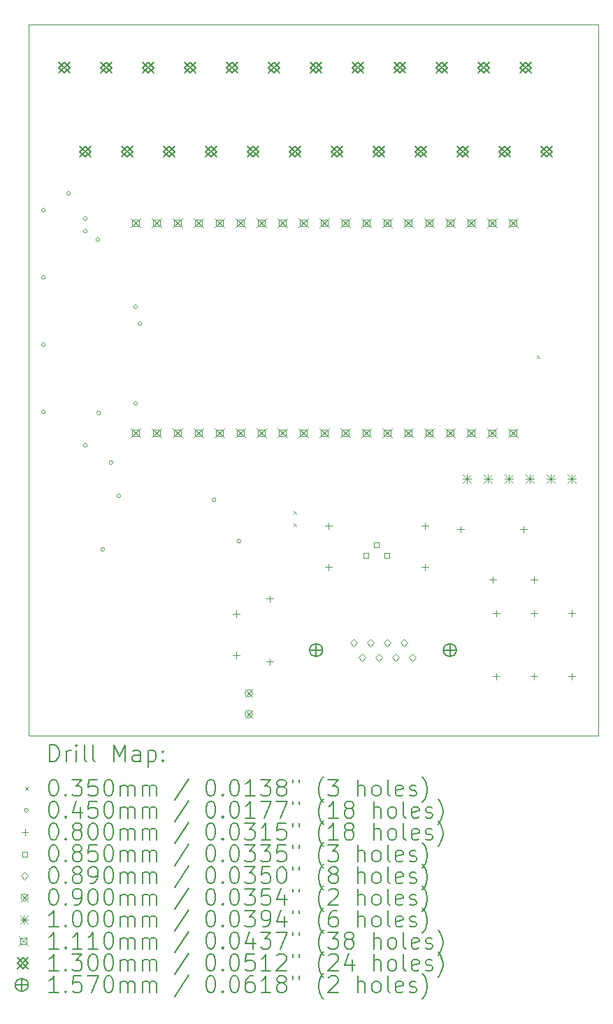
<source format=gbr>
%TF.GenerationSoftware,KiCad,Pcbnew,9.0.1*%
%TF.CreationDate,2025-05-26T13:20:41+02:00*%
%TF.ProjectId,ESP Interface Board,45535020-496e-4746-9572-666163652042,rev?*%
%TF.SameCoordinates,Original*%
%TF.FileFunction,Drillmap*%
%TF.FilePolarity,Positive*%
%FSLAX45Y45*%
G04 Gerber Fmt 4.5, Leading zero omitted, Abs format (unit mm)*
G04 Created by KiCad (PCBNEW 9.0.1) date 2025-05-26 13:20:41*
%MOMM*%
%LPD*%
G01*
G04 APERTURE LIST*
%ADD10C,0.050000*%
%ADD11C,0.200000*%
%ADD12C,0.100000*%
%ADD13C,0.111000*%
%ADD14C,0.130000*%
%ADD15C,0.157000*%
G04 APERTURE END LIST*
D10*
X8100000Y-7100000D02*
X15000000Y-7100000D01*
X15000000Y-15700000D01*
X8100000Y-15700000D01*
X8100000Y-7100000D01*
D11*
D12*
X11310900Y-12987300D02*
X11345900Y-13022300D01*
X11345900Y-12987300D02*
X11310900Y-13022300D01*
X11310900Y-13139700D02*
X11345900Y-13174700D01*
X11345900Y-13139700D02*
X11310900Y-13174700D01*
X14257300Y-11107700D02*
X14292300Y-11142700D01*
X14292300Y-11107700D02*
X14257300Y-11142700D01*
X8302900Y-9347200D02*
G75*
G02*
X8257900Y-9347200I-22500J0D01*
G01*
X8257900Y-9347200D02*
G75*
G02*
X8302900Y-9347200I22500J0D01*
G01*
X8302900Y-10160000D02*
G75*
G02*
X8257900Y-10160000I-22500J0D01*
G01*
X8257900Y-10160000D02*
G75*
G02*
X8302900Y-10160000I22500J0D01*
G01*
X8302900Y-10972800D02*
G75*
G02*
X8257900Y-10972800I-22500J0D01*
G01*
X8257900Y-10972800D02*
G75*
G02*
X8302900Y-10972800I22500J0D01*
G01*
X8302900Y-11785600D02*
G75*
G02*
X8257900Y-11785600I-22500J0D01*
G01*
X8257900Y-11785600D02*
G75*
G02*
X8302900Y-11785600I22500J0D01*
G01*
X8607700Y-9144000D02*
G75*
G02*
X8562700Y-9144000I-22500J0D01*
G01*
X8562700Y-9144000D02*
G75*
G02*
X8607700Y-9144000I22500J0D01*
G01*
X8810900Y-9448800D02*
G75*
G02*
X8765900Y-9448800I-22500J0D01*
G01*
X8765900Y-9448800D02*
G75*
G02*
X8810900Y-9448800I22500J0D01*
G01*
X8810900Y-9601200D02*
G75*
G02*
X8765900Y-9601200I-22500J0D01*
G01*
X8765900Y-9601200D02*
G75*
G02*
X8810900Y-9601200I22500J0D01*
G01*
X8810900Y-12192000D02*
G75*
G02*
X8765900Y-12192000I-22500J0D01*
G01*
X8765900Y-12192000D02*
G75*
G02*
X8810900Y-12192000I22500J0D01*
G01*
X8963300Y-9702800D02*
G75*
G02*
X8918300Y-9702800I-22500J0D01*
G01*
X8918300Y-9702800D02*
G75*
G02*
X8963300Y-9702800I22500J0D01*
G01*
X8972500Y-11800000D02*
G75*
G02*
X8927500Y-11800000I-22500J0D01*
G01*
X8927500Y-11800000D02*
G75*
G02*
X8972500Y-11800000I22500J0D01*
G01*
X9022500Y-13450000D02*
G75*
G02*
X8977500Y-13450000I-22500J0D01*
G01*
X8977500Y-13450000D02*
G75*
G02*
X9022500Y-13450000I22500J0D01*
G01*
X9122500Y-12400000D02*
G75*
G02*
X9077500Y-12400000I-22500J0D01*
G01*
X9077500Y-12400000D02*
G75*
G02*
X9122500Y-12400000I22500J0D01*
G01*
X9217300Y-12801600D02*
G75*
G02*
X9172300Y-12801600I-22500J0D01*
G01*
X9172300Y-12801600D02*
G75*
G02*
X9217300Y-12801600I22500J0D01*
G01*
X9420500Y-10515600D02*
G75*
G02*
X9375500Y-10515600I-22500J0D01*
G01*
X9375500Y-10515600D02*
G75*
G02*
X9420500Y-10515600I22500J0D01*
G01*
X9420500Y-11684000D02*
G75*
G02*
X9375500Y-11684000I-22500J0D01*
G01*
X9375500Y-11684000D02*
G75*
G02*
X9420500Y-11684000I22500J0D01*
G01*
X9471300Y-10718800D02*
G75*
G02*
X9426300Y-10718800I-22500J0D01*
G01*
X9426300Y-10718800D02*
G75*
G02*
X9471300Y-10718800I22500J0D01*
G01*
X10372500Y-12850000D02*
G75*
G02*
X10327500Y-12850000I-22500J0D01*
G01*
X10327500Y-12850000D02*
G75*
G02*
X10372500Y-12850000I22500J0D01*
G01*
X10672500Y-13350000D02*
G75*
G02*
X10627500Y-13350000I-22500J0D01*
G01*
X10627500Y-13350000D02*
G75*
G02*
X10672500Y-13350000I22500J0D01*
G01*
X10617200Y-14188000D02*
X10617200Y-14268000D01*
X10577200Y-14228000D02*
X10657200Y-14228000D01*
X10617200Y-14688000D02*
X10617200Y-14768000D01*
X10577200Y-14728000D02*
X10657200Y-14728000D01*
X11023600Y-14006200D02*
X11023600Y-14086200D01*
X10983600Y-14046200D02*
X11063600Y-14046200D01*
X11023600Y-14768200D02*
X11023600Y-14848200D01*
X10983600Y-14808200D02*
X11063600Y-14808200D01*
X11734700Y-13125200D02*
X11734700Y-13205200D01*
X11694700Y-13165200D02*
X11774700Y-13165200D01*
X11734700Y-13625200D02*
X11734700Y-13705200D01*
X11694700Y-13665200D02*
X11774700Y-13665200D01*
X12903100Y-13125200D02*
X12903100Y-13205200D01*
X12863100Y-13165200D02*
X12943100Y-13165200D01*
X12903100Y-13625200D02*
X12903100Y-13705200D01*
X12863100Y-13665200D02*
X12943100Y-13665200D01*
X13335000Y-13168000D02*
X13335000Y-13248000D01*
X13295000Y-13208000D02*
X13375000Y-13208000D01*
X13724000Y-13777600D02*
X13724000Y-13857600D01*
X13684000Y-13817600D02*
X13764000Y-13817600D01*
X13766800Y-14184000D02*
X13766800Y-14264000D01*
X13726800Y-14224000D02*
X13806800Y-14224000D01*
X13766800Y-14946000D02*
X13766800Y-15026000D01*
X13726800Y-14986000D02*
X13806800Y-14986000D01*
X14097000Y-13168000D02*
X14097000Y-13248000D01*
X14057000Y-13208000D02*
X14137000Y-13208000D01*
X14224000Y-13777600D02*
X14224000Y-13857600D01*
X14184000Y-13817600D02*
X14264000Y-13817600D01*
X14224000Y-14184000D02*
X14224000Y-14264000D01*
X14184000Y-14224000D02*
X14264000Y-14224000D01*
X14224000Y-14946000D02*
X14224000Y-15026000D01*
X14184000Y-14986000D02*
X14264000Y-14986000D01*
X14681200Y-14184000D02*
X14681200Y-14264000D01*
X14641200Y-14224000D02*
X14721200Y-14224000D01*
X14681200Y-14946000D02*
X14681200Y-15026000D01*
X14641200Y-14986000D02*
X14721200Y-14986000D01*
X12221952Y-13550852D02*
X12221952Y-13490748D01*
X12161848Y-13490748D01*
X12161848Y-13550852D01*
X12221952Y-13550852D01*
X12348952Y-13423852D02*
X12348952Y-13363748D01*
X12288848Y-13363748D01*
X12288848Y-13423852D01*
X12348952Y-13423852D01*
X12475952Y-13550852D02*
X12475952Y-13490748D01*
X12415848Y-13490748D01*
X12415848Y-13550852D01*
X12475952Y-13550852D01*
X12039600Y-14624100D02*
X12084100Y-14579600D01*
X12039600Y-14535100D01*
X11995100Y-14579600D01*
X12039600Y-14624100D01*
X12141100Y-14802100D02*
X12185600Y-14757600D01*
X12141100Y-14713100D01*
X12096600Y-14757600D01*
X12141100Y-14802100D01*
X12242600Y-14624100D02*
X12287100Y-14579600D01*
X12242600Y-14535100D01*
X12198100Y-14579600D01*
X12242600Y-14624100D01*
X12344100Y-14802100D02*
X12388600Y-14757600D01*
X12344100Y-14713100D01*
X12299600Y-14757600D01*
X12344100Y-14802100D01*
X12446100Y-14624100D02*
X12490600Y-14579600D01*
X12446100Y-14535100D01*
X12401600Y-14579600D01*
X12446100Y-14624100D01*
X12547600Y-14802100D02*
X12592100Y-14757600D01*
X12547600Y-14713100D01*
X12503100Y-14757600D01*
X12547600Y-14802100D01*
X12649100Y-14624100D02*
X12693600Y-14579600D01*
X12649100Y-14535100D01*
X12604600Y-14579600D01*
X12649100Y-14624100D01*
X12750600Y-14802100D02*
X12795100Y-14757600D01*
X12750600Y-14713100D01*
X12706100Y-14757600D01*
X12750600Y-14802100D01*
X10724600Y-15144200D02*
X10814600Y-15234200D01*
X10814600Y-15144200D02*
X10724600Y-15234200D01*
X10814600Y-15189200D02*
G75*
G02*
X10724600Y-15189200I-45000J0D01*
G01*
X10724600Y-15189200D02*
G75*
G02*
X10814600Y-15189200I45000J0D01*
G01*
X10724600Y-15398200D02*
X10814600Y-15488200D01*
X10814600Y-15398200D02*
X10724600Y-15488200D01*
X10814600Y-15443200D02*
G75*
G02*
X10724600Y-15443200I-45000J0D01*
G01*
X10724600Y-15443200D02*
G75*
G02*
X10814600Y-15443200I45000J0D01*
G01*
X13361200Y-12548400D02*
X13461200Y-12648400D01*
X13461200Y-12548400D02*
X13361200Y-12648400D01*
X13411200Y-12548400D02*
X13411200Y-12648400D01*
X13361200Y-12598400D02*
X13461200Y-12598400D01*
X13615200Y-12548400D02*
X13715200Y-12648400D01*
X13715200Y-12548400D02*
X13615200Y-12648400D01*
X13665200Y-12548400D02*
X13665200Y-12648400D01*
X13615200Y-12598400D02*
X13715200Y-12598400D01*
X13869200Y-12548400D02*
X13969200Y-12648400D01*
X13969200Y-12548400D02*
X13869200Y-12648400D01*
X13919200Y-12548400D02*
X13919200Y-12648400D01*
X13869200Y-12598400D02*
X13969200Y-12598400D01*
X14123200Y-12548400D02*
X14223200Y-12648400D01*
X14223200Y-12548400D02*
X14123200Y-12648400D01*
X14173200Y-12548400D02*
X14173200Y-12648400D01*
X14123200Y-12598400D02*
X14223200Y-12598400D01*
X14377200Y-12548400D02*
X14477200Y-12648400D01*
X14477200Y-12548400D02*
X14377200Y-12648400D01*
X14427200Y-12548400D02*
X14427200Y-12648400D01*
X14377200Y-12598400D02*
X14477200Y-12598400D01*
X14631200Y-12548400D02*
X14731200Y-12648400D01*
X14731200Y-12548400D02*
X14631200Y-12648400D01*
X14681200Y-12548400D02*
X14681200Y-12648400D01*
X14631200Y-12598400D02*
X14731200Y-12598400D01*
D13*
X9342500Y-9444100D02*
X9453500Y-9555100D01*
X9453500Y-9444100D02*
X9342500Y-9555100D01*
X9437245Y-9538845D02*
X9437245Y-9460355D01*
X9358755Y-9460355D01*
X9358755Y-9538845D01*
X9437245Y-9538845D01*
X9342500Y-11984100D02*
X9453500Y-12095100D01*
X9453500Y-11984100D02*
X9342500Y-12095100D01*
X9437245Y-12078845D02*
X9437245Y-12000355D01*
X9358755Y-12000355D01*
X9358755Y-12078845D01*
X9437245Y-12078845D01*
X9596500Y-9444100D02*
X9707500Y-9555100D01*
X9707500Y-9444100D02*
X9596500Y-9555100D01*
X9691245Y-9538845D02*
X9691245Y-9460355D01*
X9612755Y-9460355D01*
X9612755Y-9538845D01*
X9691245Y-9538845D01*
X9596500Y-11984100D02*
X9707500Y-12095100D01*
X9707500Y-11984100D02*
X9596500Y-12095100D01*
X9691245Y-12078845D02*
X9691245Y-12000355D01*
X9612755Y-12000355D01*
X9612755Y-12078845D01*
X9691245Y-12078845D01*
X9850500Y-9444100D02*
X9961500Y-9555100D01*
X9961500Y-9444100D02*
X9850500Y-9555100D01*
X9945245Y-9538845D02*
X9945245Y-9460355D01*
X9866755Y-9460355D01*
X9866755Y-9538845D01*
X9945245Y-9538845D01*
X9850500Y-11984100D02*
X9961500Y-12095100D01*
X9961500Y-11984100D02*
X9850500Y-12095100D01*
X9945245Y-12078845D02*
X9945245Y-12000355D01*
X9866755Y-12000355D01*
X9866755Y-12078845D01*
X9945245Y-12078845D01*
X10104500Y-9444100D02*
X10215500Y-9555100D01*
X10215500Y-9444100D02*
X10104500Y-9555100D01*
X10199245Y-9538845D02*
X10199245Y-9460355D01*
X10120755Y-9460355D01*
X10120755Y-9538845D01*
X10199245Y-9538845D01*
X10104500Y-11984100D02*
X10215500Y-12095100D01*
X10215500Y-11984100D02*
X10104500Y-12095100D01*
X10199245Y-12078845D02*
X10199245Y-12000355D01*
X10120755Y-12000355D01*
X10120755Y-12078845D01*
X10199245Y-12078845D01*
X10358500Y-9444100D02*
X10469500Y-9555100D01*
X10469500Y-9444100D02*
X10358500Y-9555100D01*
X10453245Y-9538845D02*
X10453245Y-9460355D01*
X10374755Y-9460355D01*
X10374755Y-9538845D01*
X10453245Y-9538845D01*
X10358500Y-11984100D02*
X10469500Y-12095100D01*
X10469500Y-11984100D02*
X10358500Y-12095100D01*
X10453245Y-12078845D02*
X10453245Y-12000355D01*
X10374755Y-12000355D01*
X10374755Y-12078845D01*
X10453245Y-12078845D01*
X10612500Y-9444100D02*
X10723500Y-9555100D01*
X10723500Y-9444100D02*
X10612500Y-9555100D01*
X10707245Y-9538845D02*
X10707245Y-9460355D01*
X10628755Y-9460355D01*
X10628755Y-9538845D01*
X10707245Y-9538845D01*
X10612500Y-11984100D02*
X10723500Y-12095100D01*
X10723500Y-11984100D02*
X10612500Y-12095100D01*
X10707245Y-12078845D02*
X10707245Y-12000355D01*
X10628755Y-12000355D01*
X10628755Y-12078845D01*
X10707245Y-12078845D01*
X10866500Y-9444100D02*
X10977500Y-9555100D01*
X10977500Y-9444100D02*
X10866500Y-9555100D01*
X10961245Y-9538845D02*
X10961245Y-9460355D01*
X10882755Y-9460355D01*
X10882755Y-9538845D01*
X10961245Y-9538845D01*
X10866500Y-11984100D02*
X10977500Y-12095100D01*
X10977500Y-11984100D02*
X10866500Y-12095100D01*
X10961245Y-12078845D02*
X10961245Y-12000355D01*
X10882755Y-12000355D01*
X10882755Y-12078845D01*
X10961245Y-12078845D01*
X11120500Y-9444100D02*
X11231500Y-9555100D01*
X11231500Y-9444100D02*
X11120500Y-9555100D01*
X11215245Y-9538845D02*
X11215245Y-9460355D01*
X11136755Y-9460355D01*
X11136755Y-9538845D01*
X11215245Y-9538845D01*
X11120500Y-11984100D02*
X11231500Y-12095100D01*
X11231500Y-11984100D02*
X11120500Y-12095100D01*
X11215245Y-12078845D02*
X11215245Y-12000355D01*
X11136755Y-12000355D01*
X11136755Y-12078845D01*
X11215245Y-12078845D01*
X11374500Y-9444100D02*
X11485500Y-9555100D01*
X11485500Y-9444100D02*
X11374500Y-9555100D01*
X11469245Y-9538845D02*
X11469245Y-9460355D01*
X11390755Y-9460355D01*
X11390755Y-9538845D01*
X11469245Y-9538845D01*
X11374500Y-11984100D02*
X11485500Y-12095100D01*
X11485500Y-11984100D02*
X11374500Y-12095100D01*
X11469245Y-12078845D02*
X11469245Y-12000355D01*
X11390755Y-12000355D01*
X11390755Y-12078845D01*
X11469245Y-12078845D01*
X11628500Y-9444100D02*
X11739500Y-9555100D01*
X11739500Y-9444100D02*
X11628500Y-9555100D01*
X11723245Y-9538845D02*
X11723245Y-9460355D01*
X11644755Y-9460355D01*
X11644755Y-9538845D01*
X11723245Y-9538845D01*
X11628500Y-11984100D02*
X11739500Y-12095100D01*
X11739500Y-11984100D02*
X11628500Y-12095100D01*
X11723245Y-12078845D02*
X11723245Y-12000355D01*
X11644755Y-12000355D01*
X11644755Y-12078845D01*
X11723245Y-12078845D01*
X11882500Y-9444100D02*
X11993500Y-9555100D01*
X11993500Y-9444100D02*
X11882500Y-9555100D01*
X11977245Y-9538845D02*
X11977245Y-9460355D01*
X11898755Y-9460355D01*
X11898755Y-9538845D01*
X11977245Y-9538845D01*
X11882500Y-11984100D02*
X11993500Y-12095100D01*
X11993500Y-11984100D02*
X11882500Y-12095100D01*
X11977245Y-12078845D02*
X11977245Y-12000355D01*
X11898755Y-12000355D01*
X11898755Y-12078845D01*
X11977245Y-12078845D01*
X12136500Y-9444100D02*
X12247500Y-9555100D01*
X12247500Y-9444100D02*
X12136500Y-9555100D01*
X12231245Y-9538845D02*
X12231245Y-9460355D01*
X12152755Y-9460355D01*
X12152755Y-9538845D01*
X12231245Y-9538845D01*
X12136500Y-11984100D02*
X12247500Y-12095100D01*
X12247500Y-11984100D02*
X12136500Y-12095100D01*
X12231245Y-12078845D02*
X12231245Y-12000355D01*
X12152755Y-12000355D01*
X12152755Y-12078845D01*
X12231245Y-12078845D01*
X12390500Y-9444100D02*
X12501500Y-9555100D01*
X12501500Y-9444100D02*
X12390500Y-9555100D01*
X12485245Y-9538845D02*
X12485245Y-9460355D01*
X12406755Y-9460355D01*
X12406755Y-9538845D01*
X12485245Y-9538845D01*
X12390500Y-11984100D02*
X12501500Y-12095100D01*
X12501500Y-11984100D02*
X12390500Y-12095100D01*
X12485245Y-12078845D02*
X12485245Y-12000355D01*
X12406755Y-12000355D01*
X12406755Y-12078845D01*
X12485245Y-12078845D01*
X12644500Y-9444100D02*
X12755500Y-9555100D01*
X12755500Y-9444100D02*
X12644500Y-9555100D01*
X12739245Y-9538845D02*
X12739245Y-9460355D01*
X12660755Y-9460355D01*
X12660755Y-9538845D01*
X12739245Y-9538845D01*
X12644500Y-11984100D02*
X12755500Y-12095100D01*
X12755500Y-11984100D02*
X12644500Y-12095100D01*
X12739245Y-12078845D02*
X12739245Y-12000355D01*
X12660755Y-12000355D01*
X12660755Y-12078845D01*
X12739245Y-12078845D01*
X12898500Y-9444100D02*
X13009500Y-9555100D01*
X13009500Y-9444100D02*
X12898500Y-9555100D01*
X12993245Y-9538845D02*
X12993245Y-9460355D01*
X12914755Y-9460355D01*
X12914755Y-9538845D01*
X12993245Y-9538845D01*
X12898500Y-11984100D02*
X13009500Y-12095100D01*
X13009500Y-11984100D02*
X12898500Y-12095100D01*
X12993245Y-12078845D02*
X12993245Y-12000355D01*
X12914755Y-12000355D01*
X12914755Y-12078845D01*
X12993245Y-12078845D01*
X13152500Y-9444100D02*
X13263500Y-9555100D01*
X13263500Y-9444100D02*
X13152500Y-9555100D01*
X13247245Y-9538845D02*
X13247245Y-9460355D01*
X13168755Y-9460355D01*
X13168755Y-9538845D01*
X13247245Y-9538845D01*
X13152500Y-11984100D02*
X13263500Y-12095100D01*
X13263500Y-11984100D02*
X13152500Y-12095100D01*
X13247245Y-12078845D02*
X13247245Y-12000355D01*
X13168755Y-12000355D01*
X13168755Y-12078845D01*
X13247245Y-12078845D01*
X13406500Y-9444100D02*
X13517500Y-9555100D01*
X13517500Y-9444100D02*
X13406500Y-9555100D01*
X13501245Y-9538845D02*
X13501245Y-9460355D01*
X13422755Y-9460355D01*
X13422755Y-9538845D01*
X13501245Y-9538845D01*
X13406500Y-11984100D02*
X13517500Y-12095100D01*
X13517500Y-11984100D02*
X13406500Y-12095100D01*
X13501245Y-12078845D02*
X13501245Y-12000355D01*
X13422755Y-12000355D01*
X13422755Y-12078845D01*
X13501245Y-12078845D01*
X13660500Y-9444100D02*
X13771500Y-9555100D01*
X13771500Y-9444100D02*
X13660500Y-9555100D01*
X13755245Y-9538845D02*
X13755245Y-9460355D01*
X13676755Y-9460355D01*
X13676755Y-9538845D01*
X13755245Y-9538845D01*
X13660500Y-11984100D02*
X13771500Y-12095100D01*
X13771500Y-11984100D02*
X13660500Y-12095100D01*
X13755245Y-12078845D02*
X13755245Y-12000355D01*
X13676755Y-12000355D01*
X13676755Y-12078845D01*
X13755245Y-12078845D01*
X13914500Y-9444100D02*
X14025500Y-9555100D01*
X14025500Y-9444100D02*
X13914500Y-9555100D01*
X14009245Y-9538845D02*
X14009245Y-9460355D01*
X13930755Y-9460355D01*
X13930755Y-9538845D01*
X14009245Y-9538845D01*
X13914500Y-11984100D02*
X14025500Y-12095100D01*
X14025500Y-11984100D02*
X13914500Y-12095100D01*
X14009245Y-12078845D02*
X14009245Y-12000355D01*
X13930755Y-12000355D01*
X13930755Y-12078845D01*
X14009245Y-12078845D01*
D14*
X8469000Y-7557000D02*
X8599000Y-7687000D01*
X8599000Y-7557000D02*
X8469000Y-7687000D01*
X8534000Y-7687000D02*
X8599000Y-7622000D01*
X8534000Y-7557000D01*
X8469000Y-7622000D01*
X8534000Y-7687000D01*
X8723000Y-8573000D02*
X8853000Y-8703000D01*
X8853000Y-8573000D02*
X8723000Y-8703000D01*
X8788000Y-8703000D02*
X8853000Y-8638000D01*
X8788000Y-8573000D01*
X8723000Y-8638000D01*
X8788000Y-8703000D01*
X8977000Y-7557000D02*
X9107000Y-7687000D01*
X9107000Y-7557000D02*
X8977000Y-7687000D01*
X9042000Y-7687000D02*
X9107000Y-7622000D01*
X9042000Y-7557000D01*
X8977000Y-7622000D01*
X9042000Y-7687000D01*
X9231000Y-8573000D02*
X9361000Y-8703000D01*
X9361000Y-8573000D02*
X9231000Y-8703000D01*
X9296000Y-8703000D02*
X9361000Y-8638000D01*
X9296000Y-8573000D01*
X9231000Y-8638000D01*
X9296000Y-8703000D01*
X9485000Y-7557000D02*
X9615000Y-7687000D01*
X9615000Y-7557000D02*
X9485000Y-7687000D01*
X9550000Y-7687000D02*
X9615000Y-7622000D01*
X9550000Y-7557000D01*
X9485000Y-7622000D01*
X9550000Y-7687000D01*
X9739000Y-8573000D02*
X9869000Y-8703000D01*
X9869000Y-8573000D02*
X9739000Y-8703000D01*
X9804000Y-8703000D02*
X9869000Y-8638000D01*
X9804000Y-8573000D01*
X9739000Y-8638000D01*
X9804000Y-8703000D01*
X9993000Y-7557000D02*
X10123000Y-7687000D01*
X10123000Y-7557000D02*
X9993000Y-7687000D01*
X10058000Y-7687000D02*
X10123000Y-7622000D01*
X10058000Y-7557000D01*
X9993000Y-7622000D01*
X10058000Y-7687000D01*
X10247000Y-8573000D02*
X10377000Y-8703000D01*
X10377000Y-8573000D02*
X10247000Y-8703000D01*
X10312000Y-8703000D02*
X10377000Y-8638000D01*
X10312000Y-8573000D01*
X10247000Y-8638000D01*
X10312000Y-8703000D01*
X10501000Y-7557000D02*
X10631000Y-7687000D01*
X10631000Y-7557000D02*
X10501000Y-7687000D01*
X10566000Y-7687000D02*
X10631000Y-7622000D01*
X10566000Y-7557000D01*
X10501000Y-7622000D01*
X10566000Y-7687000D01*
X10755000Y-8573000D02*
X10885000Y-8703000D01*
X10885000Y-8573000D02*
X10755000Y-8703000D01*
X10820000Y-8703000D02*
X10885000Y-8638000D01*
X10820000Y-8573000D01*
X10755000Y-8638000D01*
X10820000Y-8703000D01*
X11009000Y-7557000D02*
X11139000Y-7687000D01*
X11139000Y-7557000D02*
X11009000Y-7687000D01*
X11074000Y-7687000D02*
X11139000Y-7622000D01*
X11074000Y-7557000D01*
X11009000Y-7622000D01*
X11074000Y-7687000D01*
X11263000Y-8573000D02*
X11393000Y-8703000D01*
X11393000Y-8573000D02*
X11263000Y-8703000D01*
X11328000Y-8703000D02*
X11393000Y-8638000D01*
X11328000Y-8573000D01*
X11263000Y-8638000D01*
X11328000Y-8703000D01*
X11517000Y-7557000D02*
X11647000Y-7687000D01*
X11647000Y-7557000D02*
X11517000Y-7687000D01*
X11582000Y-7687000D02*
X11647000Y-7622000D01*
X11582000Y-7557000D01*
X11517000Y-7622000D01*
X11582000Y-7687000D01*
X11771000Y-8573000D02*
X11901000Y-8703000D01*
X11901000Y-8573000D02*
X11771000Y-8703000D01*
X11836000Y-8703000D02*
X11901000Y-8638000D01*
X11836000Y-8573000D01*
X11771000Y-8638000D01*
X11836000Y-8703000D01*
X12025000Y-7557000D02*
X12155000Y-7687000D01*
X12155000Y-7557000D02*
X12025000Y-7687000D01*
X12090000Y-7687000D02*
X12155000Y-7622000D01*
X12090000Y-7557000D01*
X12025000Y-7622000D01*
X12090000Y-7687000D01*
X12279000Y-8573000D02*
X12409000Y-8703000D01*
X12409000Y-8573000D02*
X12279000Y-8703000D01*
X12344000Y-8703000D02*
X12409000Y-8638000D01*
X12344000Y-8573000D01*
X12279000Y-8638000D01*
X12344000Y-8703000D01*
X12533000Y-7557000D02*
X12663000Y-7687000D01*
X12663000Y-7557000D02*
X12533000Y-7687000D01*
X12598000Y-7687000D02*
X12663000Y-7622000D01*
X12598000Y-7557000D01*
X12533000Y-7622000D01*
X12598000Y-7687000D01*
X12787000Y-8573000D02*
X12917000Y-8703000D01*
X12917000Y-8573000D02*
X12787000Y-8703000D01*
X12852000Y-8703000D02*
X12917000Y-8638000D01*
X12852000Y-8573000D01*
X12787000Y-8638000D01*
X12852000Y-8703000D01*
X13041000Y-7557000D02*
X13171000Y-7687000D01*
X13171000Y-7557000D02*
X13041000Y-7687000D01*
X13106000Y-7687000D02*
X13171000Y-7622000D01*
X13106000Y-7557000D01*
X13041000Y-7622000D01*
X13106000Y-7687000D01*
X13295000Y-8573000D02*
X13425000Y-8703000D01*
X13425000Y-8573000D02*
X13295000Y-8703000D01*
X13360000Y-8703000D02*
X13425000Y-8638000D01*
X13360000Y-8573000D01*
X13295000Y-8638000D01*
X13360000Y-8703000D01*
X13549000Y-7557000D02*
X13679000Y-7687000D01*
X13679000Y-7557000D02*
X13549000Y-7687000D01*
X13614000Y-7687000D02*
X13679000Y-7622000D01*
X13614000Y-7557000D01*
X13549000Y-7622000D01*
X13614000Y-7687000D01*
X13803000Y-8573000D02*
X13933000Y-8703000D01*
X13933000Y-8573000D02*
X13803000Y-8703000D01*
X13868000Y-8703000D02*
X13933000Y-8638000D01*
X13868000Y-8573000D01*
X13803000Y-8638000D01*
X13868000Y-8703000D01*
X14057000Y-7557000D02*
X14187000Y-7687000D01*
X14187000Y-7557000D02*
X14057000Y-7687000D01*
X14122000Y-7687000D02*
X14187000Y-7622000D01*
X14122000Y-7557000D01*
X14057000Y-7622000D01*
X14122000Y-7687000D01*
X14311000Y-8573000D02*
X14441000Y-8703000D01*
X14441000Y-8573000D02*
X14311000Y-8703000D01*
X14376000Y-8703000D02*
X14441000Y-8638000D01*
X14376000Y-8573000D01*
X14311000Y-8638000D01*
X14376000Y-8703000D01*
D15*
X11585100Y-14590100D02*
X11585100Y-14747100D01*
X11506600Y-14668600D02*
X11663600Y-14668600D01*
X11663600Y-14668600D02*
G75*
G02*
X11506600Y-14668600I-78500J0D01*
G01*
X11506600Y-14668600D02*
G75*
G02*
X11663600Y-14668600I78500J0D01*
G01*
X13205100Y-14590100D02*
X13205100Y-14747100D01*
X13126600Y-14668600D02*
X13283600Y-14668600D01*
X13283600Y-14668600D02*
G75*
G02*
X13126600Y-14668600I-78500J0D01*
G01*
X13126600Y-14668600D02*
G75*
G02*
X13283600Y-14668600I78500J0D01*
G01*
D11*
X8358277Y-16013984D02*
X8358277Y-15813984D01*
X8358277Y-15813984D02*
X8405896Y-15813984D01*
X8405896Y-15813984D02*
X8434467Y-15823508D01*
X8434467Y-15823508D02*
X8453515Y-15842555D01*
X8453515Y-15842555D02*
X8463039Y-15861603D01*
X8463039Y-15861603D02*
X8472563Y-15899698D01*
X8472563Y-15899698D02*
X8472563Y-15928269D01*
X8472563Y-15928269D02*
X8463039Y-15966365D01*
X8463039Y-15966365D02*
X8453515Y-15985412D01*
X8453515Y-15985412D02*
X8434467Y-16004460D01*
X8434467Y-16004460D02*
X8405896Y-16013984D01*
X8405896Y-16013984D02*
X8358277Y-16013984D01*
X8558277Y-16013984D02*
X8558277Y-15880650D01*
X8558277Y-15918746D02*
X8567801Y-15899698D01*
X8567801Y-15899698D02*
X8577324Y-15890174D01*
X8577324Y-15890174D02*
X8596372Y-15880650D01*
X8596372Y-15880650D02*
X8615420Y-15880650D01*
X8682086Y-16013984D02*
X8682086Y-15880650D01*
X8682086Y-15813984D02*
X8672563Y-15823508D01*
X8672563Y-15823508D02*
X8682086Y-15833031D01*
X8682086Y-15833031D02*
X8691610Y-15823508D01*
X8691610Y-15823508D02*
X8682086Y-15813984D01*
X8682086Y-15813984D02*
X8682086Y-15833031D01*
X8805896Y-16013984D02*
X8786848Y-16004460D01*
X8786848Y-16004460D02*
X8777324Y-15985412D01*
X8777324Y-15985412D02*
X8777324Y-15813984D01*
X8910658Y-16013984D02*
X8891610Y-16004460D01*
X8891610Y-16004460D02*
X8882086Y-15985412D01*
X8882086Y-15985412D02*
X8882086Y-15813984D01*
X9139229Y-16013984D02*
X9139229Y-15813984D01*
X9139229Y-15813984D02*
X9205896Y-15956841D01*
X9205896Y-15956841D02*
X9272563Y-15813984D01*
X9272563Y-15813984D02*
X9272563Y-16013984D01*
X9453515Y-16013984D02*
X9453515Y-15909222D01*
X9453515Y-15909222D02*
X9443991Y-15890174D01*
X9443991Y-15890174D02*
X9424944Y-15880650D01*
X9424944Y-15880650D02*
X9386848Y-15880650D01*
X9386848Y-15880650D02*
X9367801Y-15890174D01*
X9453515Y-16004460D02*
X9434467Y-16013984D01*
X9434467Y-16013984D02*
X9386848Y-16013984D01*
X9386848Y-16013984D02*
X9367801Y-16004460D01*
X9367801Y-16004460D02*
X9358277Y-15985412D01*
X9358277Y-15985412D02*
X9358277Y-15966365D01*
X9358277Y-15966365D02*
X9367801Y-15947317D01*
X9367801Y-15947317D02*
X9386848Y-15937793D01*
X9386848Y-15937793D02*
X9434467Y-15937793D01*
X9434467Y-15937793D02*
X9453515Y-15928269D01*
X9548753Y-15880650D02*
X9548753Y-16080650D01*
X9548753Y-15890174D02*
X9567801Y-15880650D01*
X9567801Y-15880650D02*
X9605896Y-15880650D01*
X9605896Y-15880650D02*
X9624944Y-15890174D01*
X9624944Y-15890174D02*
X9634467Y-15899698D01*
X9634467Y-15899698D02*
X9643991Y-15918746D01*
X9643991Y-15918746D02*
X9643991Y-15975888D01*
X9643991Y-15975888D02*
X9634467Y-15994936D01*
X9634467Y-15994936D02*
X9624944Y-16004460D01*
X9624944Y-16004460D02*
X9605896Y-16013984D01*
X9605896Y-16013984D02*
X9567801Y-16013984D01*
X9567801Y-16013984D02*
X9548753Y-16004460D01*
X9729705Y-15994936D02*
X9739229Y-16004460D01*
X9739229Y-16004460D02*
X9729705Y-16013984D01*
X9729705Y-16013984D02*
X9720182Y-16004460D01*
X9720182Y-16004460D02*
X9729705Y-15994936D01*
X9729705Y-15994936D02*
X9729705Y-16013984D01*
X9729705Y-15890174D02*
X9739229Y-15899698D01*
X9739229Y-15899698D02*
X9729705Y-15909222D01*
X9729705Y-15909222D02*
X9720182Y-15899698D01*
X9720182Y-15899698D02*
X9729705Y-15890174D01*
X9729705Y-15890174D02*
X9729705Y-15909222D01*
D12*
X8062500Y-16325000D02*
X8097500Y-16360000D01*
X8097500Y-16325000D02*
X8062500Y-16360000D01*
D11*
X8396372Y-16233984D02*
X8415420Y-16233984D01*
X8415420Y-16233984D02*
X8434467Y-16243508D01*
X8434467Y-16243508D02*
X8443991Y-16253031D01*
X8443991Y-16253031D02*
X8453515Y-16272079D01*
X8453515Y-16272079D02*
X8463039Y-16310174D01*
X8463039Y-16310174D02*
X8463039Y-16357793D01*
X8463039Y-16357793D02*
X8453515Y-16395888D01*
X8453515Y-16395888D02*
X8443991Y-16414936D01*
X8443991Y-16414936D02*
X8434467Y-16424460D01*
X8434467Y-16424460D02*
X8415420Y-16433984D01*
X8415420Y-16433984D02*
X8396372Y-16433984D01*
X8396372Y-16433984D02*
X8377324Y-16424460D01*
X8377324Y-16424460D02*
X8367801Y-16414936D01*
X8367801Y-16414936D02*
X8358277Y-16395888D01*
X8358277Y-16395888D02*
X8348753Y-16357793D01*
X8348753Y-16357793D02*
X8348753Y-16310174D01*
X8348753Y-16310174D02*
X8358277Y-16272079D01*
X8358277Y-16272079D02*
X8367801Y-16253031D01*
X8367801Y-16253031D02*
X8377324Y-16243508D01*
X8377324Y-16243508D02*
X8396372Y-16233984D01*
X8548753Y-16414936D02*
X8558277Y-16424460D01*
X8558277Y-16424460D02*
X8548753Y-16433984D01*
X8548753Y-16433984D02*
X8539229Y-16424460D01*
X8539229Y-16424460D02*
X8548753Y-16414936D01*
X8548753Y-16414936D02*
X8548753Y-16433984D01*
X8624944Y-16233984D02*
X8748753Y-16233984D01*
X8748753Y-16233984D02*
X8682086Y-16310174D01*
X8682086Y-16310174D02*
X8710658Y-16310174D01*
X8710658Y-16310174D02*
X8729705Y-16319698D01*
X8729705Y-16319698D02*
X8739229Y-16329222D01*
X8739229Y-16329222D02*
X8748753Y-16348269D01*
X8748753Y-16348269D02*
X8748753Y-16395888D01*
X8748753Y-16395888D02*
X8739229Y-16414936D01*
X8739229Y-16414936D02*
X8729705Y-16424460D01*
X8729705Y-16424460D02*
X8710658Y-16433984D01*
X8710658Y-16433984D02*
X8653515Y-16433984D01*
X8653515Y-16433984D02*
X8634467Y-16424460D01*
X8634467Y-16424460D02*
X8624944Y-16414936D01*
X8929705Y-16233984D02*
X8834467Y-16233984D01*
X8834467Y-16233984D02*
X8824944Y-16329222D01*
X8824944Y-16329222D02*
X8834467Y-16319698D01*
X8834467Y-16319698D02*
X8853515Y-16310174D01*
X8853515Y-16310174D02*
X8901134Y-16310174D01*
X8901134Y-16310174D02*
X8920182Y-16319698D01*
X8920182Y-16319698D02*
X8929705Y-16329222D01*
X8929705Y-16329222D02*
X8939229Y-16348269D01*
X8939229Y-16348269D02*
X8939229Y-16395888D01*
X8939229Y-16395888D02*
X8929705Y-16414936D01*
X8929705Y-16414936D02*
X8920182Y-16424460D01*
X8920182Y-16424460D02*
X8901134Y-16433984D01*
X8901134Y-16433984D02*
X8853515Y-16433984D01*
X8853515Y-16433984D02*
X8834467Y-16424460D01*
X8834467Y-16424460D02*
X8824944Y-16414936D01*
X9063039Y-16233984D02*
X9082086Y-16233984D01*
X9082086Y-16233984D02*
X9101134Y-16243508D01*
X9101134Y-16243508D02*
X9110658Y-16253031D01*
X9110658Y-16253031D02*
X9120182Y-16272079D01*
X9120182Y-16272079D02*
X9129705Y-16310174D01*
X9129705Y-16310174D02*
X9129705Y-16357793D01*
X9129705Y-16357793D02*
X9120182Y-16395888D01*
X9120182Y-16395888D02*
X9110658Y-16414936D01*
X9110658Y-16414936D02*
X9101134Y-16424460D01*
X9101134Y-16424460D02*
X9082086Y-16433984D01*
X9082086Y-16433984D02*
X9063039Y-16433984D01*
X9063039Y-16433984D02*
X9043991Y-16424460D01*
X9043991Y-16424460D02*
X9034467Y-16414936D01*
X9034467Y-16414936D02*
X9024944Y-16395888D01*
X9024944Y-16395888D02*
X9015420Y-16357793D01*
X9015420Y-16357793D02*
X9015420Y-16310174D01*
X9015420Y-16310174D02*
X9024944Y-16272079D01*
X9024944Y-16272079D02*
X9034467Y-16253031D01*
X9034467Y-16253031D02*
X9043991Y-16243508D01*
X9043991Y-16243508D02*
X9063039Y-16233984D01*
X9215420Y-16433984D02*
X9215420Y-16300650D01*
X9215420Y-16319698D02*
X9224944Y-16310174D01*
X9224944Y-16310174D02*
X9243991Y-16300650D01*
X9243991Y-16300650D02*
X9272563Y-16300650D01*
X9272563Y-16300650D02*
X9291610Y-16310174D01*
X9291610Y-16310174D02*
X9301134Y-16329222D01*
X9301134Y-16329222D02*
X9301134Y-16433984D01*
X9301134Y-16329222D02*
X9310658Y-16310174D01*
X9310658Y-16310174D02*
X9329705Y-16300650D01*
X9329705Y-16300650D02*
X9358277Y-16300650D01*
X9358277Y-16300650D02*
X9377325Y-16310174D01*
X9377325Y-16310174D02*
X9386848Y-16329222D01*
X9386848Y-16329222D02*
X9386848Y-16433984D01*
X9482086Y-16433984D02*
X9482086Y-16300650D01*
X9482086Y-16319698D02*
X9491610Y-16310174D01*
X9491610Y-16310174D02*
X9510658Y-16300650D01*
X9510658Y-16300650D02*
X9539229Y-16300650D01*
X9539229Y-16300650D02*
X9558277Y-16310174D01*
X9558277Y-16310174D02*
X9567801Y-16329222D01*
X9567801Y-16329222D02*
X9567801Y-16433984D01*
X9567801Y-16329222D02*
X9577325Y-16310174D01*
X9577325Y-16310174D02*
X9596372Y-16300650D01*
X9596372Y-16300650D02*
X9624944Y-16300650D01*
X9624944Y-16300650D02*
X9643991Y-16310174D01*
X9643991Y-16310174D02*
X9653515Y-16329222D01*
X9653515Y-16329222D02*
X9653515Y-16433984D01*
X10043991Y-16224460D02*
X9872563Y-16481603D01*
X10301134Y-16233984D02*
X10320182Y-16233984D01*
X10320182Y-16233984D02*
X10339229Y-16243508D01*
X10339229Y-16243508D02*
X10348753Y-16253031D01*
X10348753Y-16253031D02*
X10358277Y-16272079D01*
X10358277Y-16272079D02*
X10367801Y-16310174D01*
X10367801Y-16310174D02*
X10367801Y-16357793D01*
X10367801Y-16357793D02*
X10358277Y-16395888D01*
X10358277Y-16395888D02*
X10348753Y-16414936D01*
X10348753Y-16414936D02*
X10339229Y-16424460D01*
X10339229Y-16424460D02*
X10320182Y-16433984D01*
X10320182Y-16433984D02*
X10301134Y-16433984D01*
X10301134Y-16433984D02*
X10282087Y-16424460D01*
X10282087Y-16424460D02*
X10272563Y-16414936D01*
X10272563Y-16414936D02*
X10263039Y-16395888D01*
X10263039Y-16395888D02*
X10253515Y-16357793D01*
X10253515Y-16357793D02*
X10253515Y-16310174D01*
X10253515Y-16310174D02*
X10263039Y-16272079D01*
X10263039Y-16272079D02*
X10272563Y-16253031D01*
X10272563Y-16253031D02*
X10282087Y-16243508D01*
X10282087Y-16243508D02*
X10301134Y-16233984D01*
X10453515Y-16414936D02*
X10463039Y-16424460D01*
X10463039Y-16424460D02*
X10453515Y-16433984D01*
X10453515Y-16433984D02*
X10443991Y-16424460D01*
X10443991Y-16424460D02*
X10453515Y-16414936D01*
X10453515Y-16414936D02*
X10453515Y-16433984D01*
X10586848Y-16233984D02*
X10605896Y-16233984D01*
X10605896Y-16233984D02*
X10624944Y-16243508D01*
X10624944Y-16243508D02*
X10634468Y-16253031D01*
X10634468Y-16253031D02*
X10643991Y-16272079D01*
X10643991Y-16272079D02*
X10653515Y-16310174D01*
X10653515Y-16310174D02*
X10653515Y-16357793D01*
X10653515Y-16357793D02*
X10643991Y-16395888D01*
X10643991Y-16395888D02*
X10634468Y-16414936D01*
X10634468Y-16414936D02*
X10624944Y-16424460D01*
X10624944Y-16424460D02*
X10605896Y-16433984D01*
X10605896Y-16433984D02*
X10586848Y-16433984D01*
X10586848Y-16433984D02*
X10567801Y-16424460D01*
X10567801Y-16424460D02*
X10558277Y-16414936D01*
X10558277Y-16414936D02*
X10548753Y-16395888D01*
X10548753Y-16395888D02*
X10539229Y-16357793D01*
X10539229Y-16357793D02*
X10539229Y-16310174D01*
X10539229Y-16310174D02*
X10548753Y-16272079D01*
X10548753Y-16272079D02*
X10558277Y-16253031D01*
X10558277Y-16253031D02*
X10567801Y-16243508D01*
X10567801Y-16243508D02*
X10586848Y-16233984D01*
X10843991Y-16433984D02*
X10729706Y-16433984D01*
X10786848Y-16433984D02*
X10786848Y-16233984D01*
X10786848Y-16233984D02*
X10767801Y-16262555D01*
X10767801Y-16262555D02*
X10748753Y-16281603D01*
X10748753Y-16281603D02*
X10729706Y-16291127D01*
X10910658Y-16233984D02*
X11034468Y-16233984D01*
X11034468Y-16233984D02*
X10967801Y-16310174D01*
X10967801Y-16310174D02*
X10996372Y-16310174D01*
X10996372Y-16310174D02*
X11015420Y-16319698D01*
X11015420Y-16319698D02*
X11024944Y-16329222D01*
X11024944Y-16329222D02*
X11034468Y-16348269D01*
X11034468Y-16348269D02*
X11034468Y-16395888D01*
X11034468Y-16395888D02*
X11024944Y-16414936D01*
X11024944Y-16414936D02*
X11015420Y-16424460D01*
X11015420Y-16424460D02*
X10996372Y-16433984D01*
X10996372Y-16433984D02*
X10939229Y-16433984D01*
X10939229Y-16433984D02*
X10920182Y-16424460D01*
X10920182Y-16424460D02*
X10910658Y-16414936D01*
X11148753Y-16319698D02*
X11129706Y-16310174D01*
X11129706Y-16310174D02*
X11120182Y-16300650D01*
X11120182Y-16300650D02*
X11110658Y-16281603D01*
X11110658Y-16281603D02*
X11110658Y-16272079D01*
X11110658Y-16272079D02*
X11120182Y-16253031D01*
X11120182Y-16253031D02*
X11129706Y-16243508D01*
X11129706Y-16243508D02*
X11148753Y-16233984D01*
X11148753Y-16233984D02*
X11186848Y-16233984D01*
X11186848Y-16233984D02*
X11205896Y-16243508D01*
X11205896Y-16243508D02*
X11215420Y-16253031D01*
X11215420Y-16253031D02*
X11224944Y-16272079D01*
X11224944Y-16272079D02*
X11224944Y-16281603D01*
X11224944Y-16281603D02*
X11215420Y-16300650D01*
X11215420Y-16300650D02*
X11205896Y-16310174D01*
X11205896Y-16310174D02*
X11186848Y-16319698D01*
X11186848Y-16319698D02*
X11148753Y-16319698D01*
X11148753Y-16319698D02*
X11129706Y-16329222D01*
X11129706Y-16329222D02*
X11120182Y-16338746D01*
X11120182Y-16338746D02*
X11110658Y-16357793D01*
X11110658Y-16357793D02*
X11110658Y-16395888D01*
X11110658Y-16395888D02*
X11120182Y-16414936D01*
X11120182Y-16414936D02*
X11129706Y-16424460D01*
X11129706Y-16424460D02*
X11148753Y-16433984D01*
X11148753Y-16433984D02*
X11186848Y-16433984D01*
X11186848Y-16433984D02*
X11205896Y-16424460D01*
X11205896Y-16424460D02*
X11215420Y-16414936D01*
X11215420Y-16414936D02*
X11224944Y-16395888D01*
X11224944Y-16395888D02*
X11224944Y-16357793D01*
X11224944Y-16357793D02*
X11215420Y-16338746D01*
X11215420Y-16338746D02*
X11205896Y-16329222D01*
X11205896Y-16329222D02*
X11186848Y-16319698D01*
X11301134Y-16233984D02*
X11301134Y-16272079D01*
X11377325Y-16233984D02*
X11377325Y-16272079D01*
X11672563Y-16510174D02*
X11663039Y-16500650D01*
X11663039Y-16500650D02*
X11643991Y-16472079D01*
X11643991Y-16472079D02*
X11634468Y-16453031D01*
X11634468Y-16453031D02*
X11624944Y-16424460D01*
X11624944Y-16424460D02*
X11615420Y-16376841D01*
X11615420Y-16376841D02*
X11615420Y-16338746D01*
X11615420Y-16338746D02*
X11624944Y-16291127D01*
X11624944Y-16291127D02*
X11634468Y-16262555D01*
X11634468Y-16262555D02*
X11643991Y-16243508D01*
X11643991Y-16243508D02*
X11663039Y-16214936D01*
X11663039Y-16214936D02*
X11672563Y-16205412D01*
X11729706Y-16233984D02*
X11853515Y-16233984D01*
X11853515Y-16233984D02*
X11786848Y-16310174D01*
X11786848Y-16310174D02*
X11815420Y-16310174D01*
X11815420Y-16310174D02*
X11834468Y-16319698D01*
X11834468Y-16319698D02*
X11843991Y-16329222D01*
X11843991Y-16329222D02*
X11853515Y-16348269D01*
X11853515Y-16348269D02*
X11853515Y-16395888D01*
X11853515Y-16395888D02*
X11843991Y-16414936D01*
X11843991Y-16414936D02*
X11834468Y-16424460D01*
X11834468Y-16424460D02*
X11815420Y-16433984D01*
X11815420Y-16433984D02*
X11758277Y-16433984D01*
X11758277Y-16433984D02*
X11739229Y-16424460D01*
X11739229Y-16424460D02*
X11729706Y-16414936D01*
X12091610Y-16433984D02*
X12091610Y-16233984D01*
X12177325Y-16433984D02*
X12177325Y-16329222D01*
X12177325Y-16329222D02*
X12167801Y-16310174D01*
X12167801Y-16310174D02*
X12148753Y-16300650D01*
X12148753Y-16300650D02*
X12120182Y-16300650D01*
X12120182Y-16300650D02*
X12101134Y-16310174D01*
X12101134Y-16310174D02*
X12091610Y-16319698D01*
X12301134Y-16433984D02*
X12282087Y-16424460D01*
X12282087Y-16424460D02*
X12272563Y-16414936D01*
X12272563Y-16414936D02*
X12263039Y-16395888D01*
X12263039Y-16395888D02*
X12263039Y-16338746D01*
X12263039Y-16338746D02*
X12272563Y-16319698D01*
X12272563Y-16319698D02*
X12282087Y-16310174D01*
X12282087Y-16310174D02*
X12301134Y-16300650D01*
X12301134Y-16300650D02*
X12329706Y-16300650D01*
X12329706Y-16300650D02*
X12348753Y-16310174D01*
X12348753Y-16310174D02*
X12358277Y-16319698D01*
X12358277Y-16319698D02*
X12367801Y-16338746D01*
X12367801Y-16338746D02*
X12367801Y-16395888D01*
X12367801Y-16395888D02*
X12358277Y-16414936D01*
X12358277Y-16414936D02*
X12348753Y-16424460D01*
X12348753Y-16424460D02*
X12329706Y-16433984D01*
X12329706Y-16433984D02*
X12301134Y-16433984D01*
X12482087Y-16433984D02*
X12463039Y-16424460D01*
X12463039Y-16424460D02*
X12453515Y-16405412D01*
X12453515Y-16405412D02*
X12453515Y-16233984D01*
X12634468Y-16424460D02*
X12615420Y-16433984D01*
X12615420Y-16433984D02*
X12577325Y-16433984D01*
X12577325Y-16433984D02*
X12558277Y-16424460D01*
X12558277Y-16424460D02*
X12548753Y-16405412D01*
X12548753Y-16405412D02*
X12548753Y-16329222D01*
X12548753Y-16329222D02*
X12558277Y-16310174D01*
X12558277Y-16310174D02*
X12577325Y-16300650D01*
X12577325Y-16300650D02*
X12615420Y-16300650D01*
X12615420Y-16300650D02*
X12634468Y-16310174D01*
X12634468Y-16310174D02*
X12643991Y-16329222D01*
X12643991Y-16329222D02*
X12643991Y-16348269D01*
X12643991Y-16348269D02*
X12548753Y-16367317D01*
X12720182Y-16424460D02*
X12739230Y-16433984D01*
X12739230Y-16433984D02*
X12777325Y-16433984D01*
X12777325Y-16433984D02*
X12796372Y-16424460D01*
X12796372Y-16424460D02*
X12805896Y-16405412D01*
X12805896Y-16405412D02*
X12805896Y-16395888D01*
X12805896Y-16395888D02*
X12796372Y-16376841D01*
X12796372Y-16376841D02*
X12777325Y-16367317D01*
X12777325Y-16367317D02*
X12748753Y-16367317D01*
X12748753Y-16367317D02*
X12729706Y-16357793D01*
X12729706Y-16357793D02*
X12720182Y-16338746D01*
X12720182Y-16338746D02*
X12720182Y-16329222D01*
X12720182Y-16329222D02*
X12729706Y-16310174D01*
X12729706Y-16310174D02*
X12748753Y-16300650D01*
X12748753Y-16300650D02*
X12777325Y-16300650D01*
X12777325Y-16300650D02*
X12796372Y-16310174D01*
X12872563Y-16510174D02*
X12882087Y-16500650D01*
X12882087Y-16500650D02*
X12901134Y-16472079D01*
X12901134Y-16472079D02*
X12910658Y-16453031D01*
X12910658Y-16453031D02*
X12920182Y-16424460D01*
X12920182Y-16424460D02*
X12929706Y-16376841D01*
X12929706Y-16376841D02*
X12929706Y-16338746D01*
X12929706Y-16338746D02*
X12920182Y-16291127D01*
X12920182Y-16291127D02*
X12910658Y-16262555D01*
X12910658Y-16262555D02*
X12901134Y-16243508D01*
X12901134Y-16243508D02*
X12882087Y-16214936D01*
X12882087Y-16214936D02*
X12872563Y-16205412D01*
D12*
X8097500Y-16606500D02*
G75*
G02*
X8052500Y-16606500I-22500J0D01*
G01*
X8052500Y-16606500D02*
G75*
G02*
X8097500Y-16606500I22500J0D01*
G01*
D11*
X8396372Y-16497984D02*
X8415420Y-16497984D01*
X8415420Y-16497984D02*
X8434467Y-16507508D01*
X8434467Y-16507508D02*
X8443991Y-16517031D01*
X8443991Y-16517031D02*
X8453515Y-16536079D01*
X8453515Y-16536079D02*
X8463039Y-16574174D01*
X8463039Y-16574174D02*
X8463039Y-16621793D01*
X8463039Y-16621793D02*
X8453515Y-16659888D01*
X8453515Y-16659888D02*
X8443991Y-16678936D01*
X8443991Y-16678936D02*
X8434467Y-16688460D01*
X8434467Y-16688460D02*
X8415420Y-16697984D01*
X8415420Y-16697984D02*
X8396372Y-16697984D01*
X8396372Y-16697984D02*
X8377324Y-16688460D01*
X8377324Y-16688460D02*
X8367801Y-16678936D01*
X8367801Y-16678936D02*
X8358277Y-16659888D01*
X8358277Y-16659888D02*
X8348753Y-16621793D01*
X8348753Y-16621793D02*
X8348753Y-16574174D01*
X8348753Y-16574174D02*
X8358277Y-16536079D01*
X8358277Y-16536079D02*
X8367801Y-16517031D01*
X8367801Y-16517031D02*
X8377324Y-16507508D01*
X8377324Y-16507508D02*
X8396372Y-16497984D01*
X8548753Y-16678936D02*
X8558277Y-16688460D01*
X8558277Y-16688460D02*
X8548753Y-16697984D01*
X8548753Y-16697984D02*
X8539229Y-16688460D01*
X8539229Y-16688460D02*
X8548753Y-16678936D01*
X8548753Y-16678936D02*
X8548753Y-16697984D01*
X8729705Y-16564650D02*
X8729705Y-16697984D01*
X8682086Y-16488460D02*
X8634467Y-16631317D01*
X8634467Y-16631317D02*
X8758277Y-16631317D01*
X8929705Y-16497984D02*
X8834467Y-16497984D01*
X8834467Y-16497984D02*
X8824944Y-16593222D01*
X8824944Y-16593222D02*
X8834467Y-16583698D01*
X8834467Y-16583698D02*
X8853515Y-16574174D01*
X8853515Y-16574174D02*
X8901134Y-16574174D01*
X8901134Y-16574174D02*
X8920182Y-16583698D01*
X8920182Y-16583698D02*
X8929705Y-16593222D01*
X8929705Y-16593222D02*
X8939229Y-16612269D01*
X8939229Y-16612269D02*
X8939229Y-16659888D01*
X8939229Y-16659888D02*
X8929705Y-16678936D01*
X8929705Y-16678936D02*
X8920182Y-16688460D01*
X8920182Y-16688460D02*
X8901134Y-16697984D01*
X8901134Y-16697984D02*
X8853515Y-16697984D01*
X8853515Y-16697984D02*
X8834467Y-16688460D01*
X8834467Y-16688460D02*
X8824944Y-16678936D01*
X9063039Y-16497984D02*
X9082086Y-16497984D01*
X9082086Y-16497984D02*
X9101134Y-16507508D01*
X9101134Y-16507508D02*
X9110658Y-16517031D01*
X9110658Y-16517031D02*
X9120182Y-16536079D01*
X9120182Y-16536079D02*
X9129705Y-16574174D01*
X9129705Y-16574174D02*
X9129705Y-16621793D01*
X9129705Y-16621793D02*
X9120182Y-16659888D01*
X9120182Y-16659888D02*
X9110658Y-16678936D01*
X9110658Y-16678936D02*
X9101134Y-16688460D01*
X9101134Y-16688460D02*
X9082086Y-16697984D01*
X9082086Y-16697984D02*
X9063039Y-16697984D01*
X9063039Y-16697984D02*
X9043991Y-16688460D01*
X9043991Y-16688460D02*
X9034467Y-16678936D01*
X9034467Y-16678936D02*
X9024944Y-16659888D01*
X9024944Y-16659888D02*
X9015420Y-16621793D01*
X9015420Y-16621793D02*
X9015420Y-16574174D01*
X9015420Y-16574174D02*
X9024944Y-16536079D01*
X9024944Y-16536079D02*
X9034467Y-16517031D01*
X9034467Y-16517031D02*
X9043991Y-16507508D01*
X9043991Y-16507508D02*
X9063039Y-16497984D01*
X9215420Y-16697984D02*
X9215420Y-16564650D01*
X9215420Y-16583698D02*
X9224944Y-16574174D01*
X9224944Y-16574174D02*
X9243991Y-16564650D01*
X9243991Y-16564650D02*
X9272563Y-16564650D01*
X9272563Y-16564650D02*
X9291610Y-16574174D01*
X9291610Y-16574174D02*
X9301134Y-16593222D01*
X9301134Y-16593222D02*
X9301134Y-16697984D01*
X9301134Y-16593222D02*
X9310658Y-16574174D01*
X9310658Y-16574174D02*
X9329705Y-16564650D01*
X9329705Y-16564650D02*
X9358277Y-16564650D01*
X9358277Y-16564650D02*
X9377325Y-16574174D01*
X9377325Y-16574174D02*
X9386848Y-16593222D01*
X9386848Y-16593222D02*
X9386848Y-16697984D01*
X9482086Y-16697984D02*
X9482086Y-16564650D01*
X9482086Y-16583698D02*
X9491610Y-16574174D01*
X9491610Y-16574174D02*
X9510658Y-16564650D01*
X9510658Y-16564650D02*
X9539229Y-16564650D01*
X9539229Y-16564650D02*
X9558277Y-16574174D01*
X9558277Y-16574174D02*
X9567801Y-16593222D01*
X9567801Y-16593222D02*
X9567801Y-16697984D01*
X9567801Y-16593222D02*
X9577325Y-16574174D01*
X9577325Y-16574174D02*
X9596372Y-16564650D01*
X9596372Y-16564650D02*
X9624944Y-16564650D01*
X9624944Y-16564650D02*
X9643991Y-16574174D01*
X9643991Y-16574174D02*
X9653515Y-16593222D01*
X9653515Y-16593222D02*
X9653515Y-16697984D01*
X10043991Y-16488460D02*
X9872563Y-16745603D01*
X10301134Y-16497984D02*
X10320182Y-16497984D01*
X10320182Y-16497984D02*
X10339229Y-16507508D01*
X10339229Y-16507508D02*
X10348753Y-16517031D01*
X10348753Y-16517031D02*
X10358277Y-16536079D01*
X10358277Y-16536079D02*
X10367801Y-16574174D01*
X10367801Y-16574174D02*
X10367801Y-16621793D01*
X10367801Y-16621793D02*
X10358277Y-16659888D01*
X10358277Y-16659888D02*
X10348753Y-16678936D01*
X10348753Y-16678936D02*
X10339229Y-16688460D01*
X10339229Y-16688460D02*
X10320182Y-16697984D01*
X10320182Y-16697984D02*
X10301134Y-16697984D01*
X10301134Y-16697984D02*
X10282087Y-16688460D01*
X10282087Y-16688460D02*
X10272563Y-16678936D01*
X10272563Y-16678936D02*
X10263039Y-16659888D01*
X10263039Y-16659888D02*
X10253515Y-16621793D01*
X10253515Y-16621793D02*
X10253515Y-16574174D01*
X10253515Y-16574174D02*
X10263039Y-16536079D01*
X10263039Y-16536079D02*
X10272563Y-16517031D01*
X10272563Y-16517031D02*
X10282087Y-16507508D01*
X10282087Y-16507508D02*
X10301134Y-16497984D01*
X10453515Y-16678936D02*
X10463039Y-16688460D01*
X10463039Y-16688460D02*
X10453515Y-16697984D01*
X10453515Y-16697984D02*
X10443991Y-16688460D01*
X10443991Y-16688460D02*
X10453515Y-16678936D01*
X10453515Y-16678936D02*
X10453515Y-16697984D01*
X10586848Y-16497984D02*
X10605896Y-16497984D01*
X10605896Y-16497984D02*
X10624944Y-16507508D01*
X10624944Y-16507508D02*
X10634468Y-16517031D01*
X10634468Y-16517031D02*
X10643991Y-16536079D01*
X10643991Y-16536079D02*
X10653515Y-16574174D01*
X10653515Y-16574174D02*
X10653515Y-16621793D01*
X10653515Y-16621793D02*
X10643991Y-16659888D01*
X10643991Y-16659888D02*
X10634468Y-16678936D01*
X10634468Y-16678936D02*
X10624944Y-16688460D01*
X10624944Y-16688460D02*
X10605896Y-16697984D01*
X10605896Y-16697984D02*
X10586848Y-16697984D01*
X10586848Y-16697984D02*
X10567801Y-16688460D01*
X10567801Y-16688460D02*
X10558277Y-16678936D01*
X10558277Y-16678936D02*
X10548753Y-16659888D01*
X10548753Y-16659888D02*
X10539229Y-16621793D01*
X10539229Y-16621793D02*
X10539229Y-16574174D01*
X10539229Y-16574174D02*
X10548753Y-16536079D01*
X10548753Y-16536079D02*
X10558277Y-16517031D01*
X10558277Y-16517031D02*
X10567801Y-16507508D01*
X10567801Y-16507508D02*
X10586848Y-16497984D01*
X10843991Y-16697984D02*
X10729706Y-16697984D01*
X10786848Y-16697984D02*
X10786848Y-16497984D01*
X10786848Y-16497984D02*
X10767801Y-16526555D01*
X10767801Y-16526555D02*
X10748753Y-16545603D01*
X10748753Y-16545603D02*
X10729706Y-16555127D01*
X10910658Y-16497984D02*
X11043991Y-16497984D01*
X11043991Y-16497984D02*
X10958277Y-16697984D01*
X11101134Y-16497984D02*
X11234467Y-16497984D01*
X11234467Y-16497984D02*
X11148753Y-16697984D01*
X11301134Y-16497984D02*
X11301134Y-16536079D01*
X11377325Y-16497984D02*
X11377325Y-16536079D01*
X11672563Y-16774174D02*
X11663039Y-16764650D01*
X11663039Y-16764650D02*
X11643991Y-16736079D01*
X11643991Y-16736079D02*
X11634468Y-16717031D01*
X11634468Y-16717031D02*
X11624944Y-16688460D01*
X11624944Y-16688460D02*
X11615420Y-16640841D01*
X11615420Y-16640841D02*
X11615420Y-16602746D01*
X11615420Y-16602746D02*
X11624944Y-16555127D01*
X11624944Y-16555127D02*
X11634468Y-16526555D01*
X11634468Y-16526555D02*
X11643991Y-16507508D01*
X11643991Y-16507508D02*
X11663039Y-16478936D01*
X11663039Y-16478936D02*
X11672563Y-16469412D01*
X11853515Y-16697984D02*
X11739229Y-16697984D01*
X11796372Y-16697984D02*
X11796372Y-16497984D01*
X11796372Y-16497984D02*
X11777325Y-16526555D01*
X11777325Y-16526555D02*
X11758277Y-16545603D01*
X11758277Y-16545603D02*
X11739229Y-16555127D01*
X11967801Y-16583698D02*
X11948753Y-16574174D01*
X11948753Y-16574174D02*
X11939229Y-16564650D01*
X11939229Y-16564650D02*
X11929706Y-16545603D01*
X11929706Y-16545603D02*
X11929706Y-16536079D01*
X11929706Y-16536079D02*
X11939229Y-16517031D01*
X11939229Y-16517031D02*
X11948753Y-16507508D01*
X11948753Y-16507508D02*
X11967801Y-16497984D01*
X11967801Y-16497984D02*
X12005896Y-16497984D01*
X12005896Y-16497984D02*
X12024944Y-16507508D01*
X12024944Y-16507508D02*
X12034468Y-16517031D01*
X12034468Y-16517031D02*
X12043991Y-16536079D01*
X12043991Y-16536079D02*
X12043991Y-16545603D01*
X12043991Y-16545603D02*
X12034468Y-16564650D01*
X12034468Y-16564650D02*
X12024944Y-16574174D01*
X12024944Y-16574174D02*
X12005896Y-16583698D01*
X12005896Y-16583698D02*
X11967801Y-16583698D01*
X11967801Y-16583698D02*
X11948753Y-16593222D01*
X11948753Y-16593222D02*
X11939229Y-16602746D01*
X11939229Y-16602746D02*
X11929706Y-16621793D01*
X11929706Y-16621793D02*
X11929706Y-16659888D01*
X11929706Y-16659888D02*
X11939229Y-16678936D01*
X11939229Y-16678936D02*
X11948753Y-16688460D01*
X11948753Y-16688460D02*
X11967801Y-16697984D01*
X11967801Y-16697984D02*
X12005896Y-16697984D01*
X12005896Y-16697984D02*
X12024944Y-16688460D01*
X12024944Y-16688460D02*
X12034468Y-16678936D01*
X12034468Y-16678936D02*
X12043991Y-16659888D01*
X12043991Y-16659888D02*
X12043991Y-16621793D01*
X12043991Y-16621793D02*
X12034468Y-16602746D01*
X12034468Y-16602746D02*
X12024944Y-16593222D01*
X12024944Y-16593222D02*
X12005896Y-16583698D01*
X12282087Y-16697984D02*
X12282087Y-16497984D01*
X12367801Y-16697984D02*
X12367801Y-16593222D01*
X12367801Y-16593222D02*
X12358277Y-16574174D01*
X12358277Y-16574174D02*
X12339230Y-16564650D01*
X12339230Y-16564650D02*
X12310658Y-16564650D01*
X12310658Y-16564650D02*
X12291610Y-16574174D01*
X12291610Y-16574174D02*
X12282087Y-16583698D01*
X12491610Y-16697984D02*
X12472563Y-16688460D01*
X12472563Y-16688460D02*
X12463039Y-16678936D01*
X12463039Y-16678936D02*
X12453515Y-16659888D01*
X12453515Y-16659888D02*
X12453515Y-16602746D01*
X12453515Y-16602746D02*
X12463039Y-16583698D01*
X12463039Y-16583698D02*
X12472563Y-16574174D01*
X12472563Y-16574174D02*
X12491610Y-16564650D01*
X12491610Y-16564650D02*
X12520182Y-16564650D01*
X12520182Y-16564650D02*
X12539230Y-16574174D01*
X12539230Y-16574174D02*
X12548753Y-16583698D01*
X12548753Y-16583698D02*
X12558277Y-16602746D01*
X12558277Y-16602746D02*
X12558277Y-16659888D01*
X12558277Y-16659888D02*
X12548753Y-16678936D01*
X12548753Y-16678936D02*
X12539230Y-16688460D01*
X12539230Y-16688460D02*
X12520182Y-16697984D01*
X12520182Y-16697984D02*
X12491610Y-16697984D01*
X12672563Y-16697984D02*
X12653515Y-16688460D01*
X12653515Y-16688460D02*
X12643991Y-16669412D01*
X12643991Y-16669412D02*
X12643991Y-16497984D01*
X12824944Y-16688460D02*
X12805896Y-16697984D01*
X12805896Y-16697984D02*
X12767801Y-16697984D01*
X12767801Y-16697984D02*
X12748753Y-16688460D01*
X12748753Y-16688460D02*
X12739230Y-16669412D01*
X12739230Y-16669412D02*
X12739230Y-16593222D01*
X12739230Y-16593222D02*
X12748753Y-16574174D01*
X12748753Y-16574174D02*
X12767801Y-16564650D01*
X12767801Y-16564650D02*
X12805896Y-16564650D01*
X12805896Y-16564650D02*
X12824944Y-16574174D01*
X12824944Y-16574174D02*
X12834468Y-16593222D01*
X12834468Y-16593222D02*
X12834468Y-16612269D01*
X12834468Y-16612269D02*
X12739230Y-16631317D01*
X12910658Y-16688460D02*
X12929706Y-16697984D01*
X12929706Y-16697984D02*
X12967801Y-16697984D01*
X12967801Y-16697984D02*
X12986849Y-16688460D01*
X12986849Y-16688460D02*
X12996372Y-16669412D01*
X12996372Y-16669412D02*
X12996372Y-16659888D01*
X12996372Y-16659888D02*
X12986849Y-16640841D01*
X12986849Y-16640841D02*
X12967801Y-16631317D01*
X12967801Y-16631317D02*
X12939230Y-16631317D01*
X12939230Y-16631317D02*
X12920182Y-16621793D01*
X12920182Y-16621793D02*
X12910658Y-16602746D01*
X12910658Y-16602746D02*
X12910658Y-16593222D01*
X12910658Y-16593222D02*
X12920182Y-16574174D01*
X12920182Y-16574174D02*
X12939230Y-16564650D01*
X12939230Y-16564650D02*
X12967801Y-16564650D01*
X12967801Y-16564650D02*
X12986849Y-16574174D01*
X13063039Y-16774174D02*
X13072563Y-16764650D01*
X13072563Y-16764650D02*
X13091611Y-16736079D01*
X13091611Y-16736079D02*
X13101134Y-16717031D01*
X13101134Y-16717031D02*
X13110658Y-16688460D01*
X13110658Y-16688460D02*
X13120182Y-16640841D01*
X13120182Y-16640841D02*
X13120182Y-16602746D01*
X13120182Y-16602746D02*
X13110658Y-16555127D01*
X13110658Y-16555127D02*
X13101134Y-16526555D01*
X13101134Y-16526555D02*
X13091611Y-16507508D01*
X13091611Y-16507508D02*
X13072563Y-16478936D01*
X13072563Y-16478936D02*
X13063039Y-16469412D01*
D12*
X8057500Y-16830500D02*
X8057500Y-16910500D01*
X8017500Y-16870500D02*
X8097500Y-16870500D01*
D11*
X8396372Y-16761984D02*
X8415420Y-16761984D01*
X8415420Y-16761984D02*
X8434467Y-16771508D01*
X8434467Y-16771508D02*
X8443991Y-16781031D01*
X8443991Y-16781031D02*
X8453515Y-16800079D01*
X8453515Y-16800079D02*
X8463039Y-16838174D01*
X8463039Y-16838174D02*
X8463039Y-16885793D01*
X8463039Y-16885793D02*
X8453515Y-16923889D01*
X8453515Y-16923889D02*
X8443991Y-16942936D01*
X8443991Y-16942936D02*
X8434467Y-16952460D01*
X8434467Y-16952460D02*
X8415420Y-16961984D01*
X8415420Y-16961984D02*
X8396372Y-16961984D01*
X8396372Y-16961984D02*
X8377324Y-16952460D01*
X8377324Y-16952460D02*
X8367801Y-16942936D01*
X8367801Y-16942936D02*
X8358277Y-16923889D01*
X8358277Y-16923889D02*
X8348753Y-16885793D01*
X8348753Y-16885793D02*
X8348753Y-16838174D01*
X8348753Y-16838174D02*
X8358277Y-16800079D01*
X8358277Y-16800079D02*
X8367801Y-16781031D01*
X8367801Y-16781031D02*
X8377324Y-16771508D01*
X8377324Y-16771508D02*
X8396372Y-16761984D01*
X8548753Y-16942936D02*
X8558277Y-16952460D01*
X8558277Y-16952460D02*
X8548753Y-16961984D01*
X8548753Y-16961984D02*
X8539229Y-16952460D01*
X8539229Y-16952460D02*
X8548753Y-16942936D01*
X8548753Y-16942936D02*
X8548753Y-16961984D01*
X8672563Y-16847698D02*
X8653515Y-16838174D01*
X8653515Y-16838174D02*
X8643991Y-16828650D01*
X8643991Y-16828650D02*
X8634467Y-16809603D01*
X8634467Y-16809603D02*
X8634467Y-16800079D01*
X8634467Y-16800079D02*
X8643991Y-16781031D01*
X8643991Y-16781031D02*
X8653515Y-16771508D01*
X8653515Y-16771508D02*
X8672563Y-16761984D01*
X8672563Y-16761984D02*
X8710658Y-16761984D01*
X8710658Y-16761984D02*
X8729705Y-16771508D01*
X8729705Y-16771508D02*
X8739229Y-16781031D01*
X8739229Y-16781031D02*
X8748753Y-16800079D01*
X8748753Y-16800079D02*
X8748753Y-16809603D01*
X8748753Y-16809603D02*
X8739229Y-16828650D01*
X8739229Y-16828650D02*
X8729705Y-16838174D01*
X8729705Y-16838174D02*
X8710658Y-16847698D01*
X8710658Y-16847698D02*
X8672563Y-16847698D01*
X8672563Y-16847698D02*
X8653515Y-16857222D01*
X8653515Y-16857222D02*
X8643991Y-16866746D01*
X8643991Y-16866746D02*
X8634467Y-16885793D01*
X8634467Y-16885793D02*
X8634467Y-16923889D01*
X8634467Y-16923889D02*
X8643991Y-16942936D01*
X8643991Y-16942936D02*
X8653515Y-16952460D01*
X8653515Y-16952460D02*
X8672563Y-16961984D01*
X8672563Y-16961984D02*
X8710658Y-16961984D01*
X8710658Y-16961984D02*
X8729705Y-16952460D01*
X8729705Y-16952460D02*
X8739229Y-16942936D01*
X8739229Y-16942936D02*
X8748753Y-16923889D01*
X8748753Y-16923889D02*
X8748753Y-16885793D01*
X8748753Y-16885793D02*
X8739229Y-16866746D01*
X8739229Y-16866746D02*
X8729705Y-16857222D01*
X8729705Y-16857222D02*
X8710658Y-16847698D01*
X8872563Y-16761984D02*
X8891610Y-16761984D01*
X8891610Y-16761984D02*
X8910658Y-16771508D01*
X8910658Y-16771508D02*
X8920182Y-16781031D01*
X8920182Y-16781031D02*
X8929705Y-16800079D01*
X8929705Y-16800079D02*
X8939229Y-16838174D01*
X8939229Y-16838174D02*
X8939229Y-16885793D01*
X8939229Y-16885793D02*
X8929705Y-16923889D01*
X8929705Y-16923889D02*
X8920182Y-16942936D01*
X8920182Y-16942936D02*
X8910658Y-16952460D01*
X8910658Y-16952460D02*
X8891610Y-16961984D01*
X8891610Y-16961984D02*
X8872563Y-16961984D01*
X8872563Y-16961984D02*
X8853515Y-16952460D01*
X8853515Y-16952460D02*
X8843991Y-16942936D01*
X8843991Y-16942936D02*
X8834467Y-16923889D01*
X8834467Y-16923889D02*
X8824944Y-16885793D01*
X8824944Y-16885793D02*
X8824944Y-16838174D01*
X8824944Y-16838174D02*
X8834467Y-16800079D01*
X8834467Y-16800079D02*
X8843991Y-16781031D01*
X8843991Y-16781031D02*
X8853515Y-16771508D01*
X8853515Y-16771508D02*
X8872563Y-16761984D01*
X9063039Y-16761984D02*
X9082086Y-16761984D01*
X9082086Y-16761984D02*
X9101134Y-16771508D01*
X9101134Y-16771508D02*
X9110658Y-16781031D01*
X9110658Y-16781031D02*
X9120182Y-16800079D01*
X9120182Y-16800079D02*
X9129705Y-16838174D01*
X9129705Y-16838174D02*
X9129705Y-16885793D01*
X9129705Y-16885793D02*
X9120182Y-16923889D01*
X9120182Y-16923889D02*
X9110658Y-16942936D01*
X9110658Y-16942936D02*
X9101134Y-16952460D01*
X9101134Y-16952460D02*
X9082086Y-16961984D01*
X9082086Y-16961984D02*
X9063039Y-16961984D01*
X9063039Y-16961984D02*
X9043991Y-16952460D01*
X9043991Y-16952460D02*
X9034467Y-16942936D01*
X9034467Y-16942936D02*
X9024944Y-16923889D01*
X9024944Y-16923889D02*
X9015420Y-16885793D01*
X9015420Y-16885793D02*
X9015420Y-16838174D01*
X9015420Y-16838174D02*
X9024944Y-16800079D01*
X9024944Y-16800079D02*
X9034467Y-16781031D01*
X9034467Y-16781031D02*
X9043991Y-16771508D01*
X9043991Y-16771508D02*
X9063039Y-16761984D01*
X9215420Y-16961984D02*
X9215420Y-16828650D01*
X9215420Y-16847698D02*
X9224944Y-16838174D01*
X9224944Y-16838174D02*
X9243991Y-16828650D01*
X9243991Y-16828650D02*
X9272563Y-16828650D01*
X9272563Y-16828650D02*
X9291610Y-16838174D01*
X9291610Y-16838174D02*
X9301134Y-16857222D01*
X9301134Y-16857222D02*
X9301134Y-16961984D01*
X9301134Y-16857222D02*
X9310658Y-16838174D01*
X9310658Y-16838174D02*
X9329705Y-16828650D01*
X9329705Y-16828650D02*
X9358277Y-16828650D01*
X9358277Y-16828650D02*
X9377325Y-16838174D01*
X9377325Y-16838174D02*
X9386848Y-16857222D01*
X9386848Y-16857222D02*
X9386848Y-16961984D01*
X9482086Y-16961984D02*
X9482086Y-16828650D01*
X9482086Y-16847698D02*
X9491610Y-16838174D01*
X9491610Y-16838174D02*
X9510658Y-16828650D01*
X9510658Y-16828650D02*
X9539229Y-16828650D01*
X9539229Y-16828650D02*
X9558277Y-16838174D01*
X9558277Y-16838174D02*
X9567801Y-16857222D01*
X9567801Y-16857222D02*
X9567801Y-16961984D01*
X9567801Y-16857222D02*
X9577325Y-16838174D01*
X9577325Y-16838174D02*
X9596372Y-16828650D01*
X9596372Y-16828650D02*
X9624944Y-16828650D01*
X9624944Y-16828650D02*
X9643991Y-16838174D01*
X9643991Y-16838174D02*
X9653515Y-16857222D01*
X9653515Y-16857222D02*
X9653515Y-16961984D01*
X10043991Y-16752460D02*
X9872563Y-17009603D01*
X10301134Y-16761984D02*
X10320182Y-16761984D01*
X10320182Y-16761984D02*
X10339229Y-16771508D01*
X10339229Y-16771508D02*
X10348753Y-16781031D01*
X10348753Y-16781031D02*
X10358277Y-16800079D01*
X10358277Y-16800079D02*
X10367801Y-16838174D01*
X10367801Y-16838174D02*
X10367801Y-16885793D01*
X10367801Y-16885793D02*
X10358277Y-16923889D01*
X10358277Y-16923889D02*
X10348753Y-16942936D01*
X10348753Y-16942936D02*
X10339229Y-16952460D01*
X10339229Y-16952460D02*
X10320182Y-16961984D01*
X10320182Y-16961984D02*
X10301134Y-16961984D01*
X10301134Y-16961984D02*
X10282087Y-16952460D01*
X10282087Y-16952460D02*
X10272563Y-16942936D01*
X10272563Y-16942936D02*
X10263039Y-16923889D01*
X10263039Y-16923889D02*
X10253515Y-16885793D01*
X10253515Y-16885793D02*
X10253515Y-16838174D01*
X10253515Y-16838174D02*
X10263039Y-16800079D01*
X10263039Y-16800079D02*
X10272563Y-16781031D01*
X10272563Y-16781031D02*
X10282087Y-16771508D01*
X10282087Y-16771508D02*
X10301134Y-16761984D01*
X10453515Y-16942936D02*
X10463039Y-16952460D01*
X10463039Y-16952460D02*
X10453515Y-16961984D01*
X10453515Y-16961984D02*
X10443991Y-16952460D01*
X10443991Y-16952460D02*
X10453515Y-16942936D01*
X10453515Y-16942936D02*
X10453515Y-16961984D01*
X10586848Y-16761984D02*
X10605896Y-16761984D01*
X10605896Y-16761984D02*
X10624944Y-16771508D01*
X10624944Y-16771508D02*
X10634468Y-16781031D01*
X10634468Y-16781031D02*
X10643991Y-16800079D01*
X10643991Y-16800079D02*
X10653515Y-16838174D01*
X10653515Y-16838174D02*
X10653515Y-16885793D01*
X10653515Y-16885793D02*
X10643991Y-16923889D01*
X10643991Y-16923889D02*
X10634468Y-16942936D01*
X10634468Y-16942936D02*
X10624944Y-16952460D01*
X10624944Y-16952460D02*
X10605896Y-16961984D01*
X10605896Y-16961984D02*
X10586848Y-16961984D01*
X10586848Y-16961984D02*
X10567801Y-16952460D01*
X10567801Y-16952460D02*
X10558277Y-16942936D01*
X10558277Y-16942936D02*
X10548753Y-16923889D01*
X10548753Y-16923889D02*
X10539229Y-16885793D01*
X10539229Y-16885793D02*
X10539229Y-16838174D01*
X10539229Y-16838174D02*
X10548753Y-16800079D01*
X10548753Y-16800079D02*
X10558277Y-16781031D01*
X10558277Y-16781031D02*
X10567801Y-16771508D01*
X10567801Y-16771508D02*
X10586848Y-16761984D01*
X10720182Y-16761984D02*
X10843991Y-16761984D01*
X10843991Y-16761984D02*
X10777325Y-16838174D01*
X10777325Y-16838174D02*
X10805896Y-16838174D01*
X10805896Y-16838174D02*
X10824944Y-16847698D01*
X10824944Y-16847698D02*
X10834468Y-16857222D01*
X10834468Y-16857222D02*
X10843991Y-16876270D01*
X10843991Y-16876270D02*
X10843991Y-16923889D01*
X10843991Y-16923889D02*
X10834468Y-16942936D01*
X10834468Y-16942936D02*
X10824944Y-16952460D01*
X10824944Y-16952460D02*
X10805896Y-16961984D01*
X10805896Y-16961984D02*
X10748753Y-16961984D01*
X10748753Y-16961984D02*
X10729706Y-16952460D01*
X10729706Y-16952460D02*
X10720182Y-16942936D01*
X11034468Y-16961984D02*
X10920182Y-16961984D01*
X10977325Y-16961984D02*
X10977325Y-16761984D01*
X10977325Y-16761984D02*
X10958277Y-16790555D01*
X10958277Y-16790555D02*
X10939229Y-16809603D01*
X10939229Y-16809603D02*
X10920182Y-16819127D01*
X11215420Y-16761984D02*
X11120182Y-16761984D01*
X11120182Y-16761984D02*
X11110658Y-16857222D01*
X11110658Y-16857222D02*
X11120182Y-16847698D01*
X11120182Y-16847698D02*
X11139229Y-16838174D01*
X11139229Y-16838174D02*
X11186848Y-16838174D01*
X11186848Y-16838174D02*
X11205896Y-16847698D01*
X11205896Y-16847698D02*
X11215420Y-16857222D01*
X11215420Y-16857222D02*
X11224944Y-16876270D01*
X11224944Y-16876270D02*
X11224944Y-16923889D01*
X11224944Y-16923889D02*
X11215420Y-16942936D01*
X11215420Y-16942936D02*
X11205896Y-16952460D01*
X11205896Y-16952460D02*
X11186848Y-16961984D01*
X11186848Y-16961984D02*
X11139229Y-16961984D01*
X11139229Y-16961984D02*
X11120182Y-16952460D01*
X11120182Y-16952460D02*
X11110658Y-16942936D01*
X11301134Y-16761984D02*
X11301134Y-16800079D01*
X11377325Y-16761984D02*
X11377325Y-16800079D01*
X11672563Y-17038174D02*
X11663039Y-17028650D01*
X11663039Y-17028650D02*
X11643991Y-17000079D01*
X11643991Y-17000079D02*
X11634468Y-16981031D01*
X11634468Y-16981031D02*
X11624944Y-16952460D01*
X11624944Y-16952460D02*
X11615420Y-16904841D01*
X11615420Y-16904841D02*
X11615420Y-16866746D01*
X11615420Y-16866746D02*
X11624944Y-16819127D01*
X11624944Y-16819127D02*
X11634468Y-16790555D01*
X11634468Y-16790555D02*
X11643991Y-16771508D01*
X11643991Y-16771508D02*
X11663039Y-16742936D01*
X11663039Y-16742936D02*
X11672563Y-16733412D01*
X11853515Y-16961984D02*
X11739229Y-16961984D01*
X11796372Y-16961984D02*
X11796372Y-16761984D01*
X11796372Y-16761984D02*
X11777325Y-16790555D01*
X11777325Y-16790555D02*
X11758277Y-16809603D01*
X11758277Y-16809603D02*
X11739229Y-16819127D01*
X11967801Y-16847698D02*
X11948753Y-16838174D01*
X11948753Y-16838174D02*
X11939229Y-16828650D01*
X11939229Y-16828650D02*
X11929706Y-16809603D01*
X11929706Y-16809603D02*
X11929706Y-16800079D01*
X11929706Y-16800079D02*
X11939229Y-16781031D01*
X11939229Y-16781031D02*
X11948753Y-16771508D01*
X11948753Y-16771508D02*
X11967801Y-16761984D01*
X11967801Y-16761984D02*
X12005896Y-16761984D01*
X12005896Y-16761984D02*
X12024944Y-16771508D01*
X12024944Y-16771508D02*
X12034468Y-16781031D01*
X12034468Y-16781031D02*
X12043991Y-16800079D01*
X12043991Y-16800079D02*
X12043991Y-16809603D01*
X12043991Y-16809603D02*
X12034468Y-16828650D01*
X12034468Y-16828650D02*
X12024944Y-16838174D01*
X12024944Y-16838174D02*
X12005896Y-16847698D01*
X12005896Y-16847698D02*
X11967801Y-16847698D01*
X11967801Y-16847698D02*
X11948753Y-16857222D01*
X11948753Y-16857222D02*
X11939229Y-16866746D01*
X11939229Y-16866746D02*
X11929706Y-16885793D01*
X11929706Y-16885793D02*
X11929706Y-16923889D01*
X11929706Y-16923889D02*
X11939229Y-16942936D01*
X11939229Y-16942936D02*
X11948753Y-16952460D01*
X11948753Y-16952460D02*
X11967801Y-16961984D01*
X11967801Y-16961984D02*
X12005896Y-16961984D01*
X12005896Y-16961984D02*
X12024944Y-16952460D01*
X12024944Y-16952460D02*
X12034468Y-16942936D01*
X12034468Y-16942936D02*
X12043991Y-16923889D01*
X12043991Y-16923889D02*
X12043991Y-16885793D01*
X12043991Y-16885793D02*
X12034468Y-16866746D01*
X12034468Y-16866746D02*
X12024944Y-16857222D01*
X12024944Y-16857222D02*
X12005896Y-16847698D01*
X12282087Y-16961984D02*
X12282087Y-16761984D01*
X12367801Y-16961984D02*
X12367801Y-16857222D01*
X12367801Y-16857222D02*
X12358277Y-16838174D01*
X12358277Y-16838174D02*
X12339230Y-16828650D01*
X12339230Y-16828650D02*
X12310658Y-16828650D01*
X12310658Y-16828650D02*
X12291610Y-16838174D01*
X12291610Y-16838174D02*
X12282087Y-16847698D01*
X12491610Y-16961984D02*
X12472563Y-16952460D01*
X12472563Y-16952460D02*
X12463039Y-16942936D01*
X12463039Y-16942936D02*
X12453515Y-16923889D01*
X12453515Y-16923889D02*
X12453515Y-16866746D01*
X12453515Y-16866746D02*
X12463039Y-16847698D01*
X12463039Y-16847698D02*
X12472563Y-16838174D01*
X12472563Y-16838174D02*
X12491610Y-16828650D01*
X12491610Y-16828650D02*
X12520182Y-16828650D01*
X12520182Y-16828650D02*
X12539230Y-16838174D01*
X12539230Y-16838174D02*
X12548753Y-16847698D01*
X12548753Y-16847698D02*
X12558277Y-16866746D01*
X12558277Y-16866746D02*
X12558277Y-16923889D01*
X12558277Y-16923889D02*
X12548753Y-16942936D01*
X12548753Y-16942936D02*
X12539230Y-16952460D01*
X12539230Y-16952460D02*
X12520182Y-16961984D01*
X12520182Y-16961984D02*
X12491610Y-16961984D01*
X12672563Y-16961984D02*
X12653515Y-16952460D01*
X12653515Y-16952460D02*
X12643991Y-16933412D01*
X12643991Y-16933412D02*
X12643991Y-16761984D01*
X12824944Y-16952460D02*
X12805896Y-16961984D01*
X12805896Y-16961984D02*
X12767801Y-16961984D01*
X12767801Y-16961984D02*
X12748753Y-16952460D01*
X12748753Y-16952460D02*
X12739230Y-16933412D01*
X12739230Y-16933412D02*
X12739230Y-16857222D01*
X12739230Y-16857222D02*
X12748753Y-16838174D01*
X12748753Y-16838174D02*
X12767801Y-16828650D01*
X12767801Y-16828650D02*
X12805896Y-16828650D01*
X12805896Y-16828650D02*
X12824944Y-16838174D01*
X12824944Y-16838174D02*
X12834468Y-16857222D01*
X12834468Y-16857222D02*
X12834468Y-16876270D01*
X12834468Y-16876270D02*
X12739230Y-16895317D01*
X12910658Y-16952460D02*
X12929706Y-16961984D01*
X12929706Y-16961984D02*
X12967801Y-16961984D01*
X12967801Y-16961984D02*
X12986849Y-16952460D01*
X12986849Y-16952460D02*
X12996372Y-16933412D01*
X12996372Y-16933412D02*
X12996372Y-16923889D01*
X12996372Y-16923889D02*
X12986849Y-16904841D01*
X12986849Y-16904841D02*
X12967801Y-16895317D01*
X12967801Y-16895317D02*
X12939230Y-16895317D01*
X12939230Y-16895317D02*
X12920182Y-16885793D01*
X12920182Y-16885793D02*
X12910658Y-16866746D01*
X12910658Y-16866746D02*
X12910658Y-16857222D01*
X12910658Y-16857222D02*
X12920182Y-16838174D01*
X12920182Y-16838174D02*
X12939230Y-16828650D01*
X12939230Y-16828650D02*
X12967801Y-16828650D01*
X12967801Y-16828650D02*
X12986849Y-16838174D01*
X13063039Y-17038174D02*
X13072563Y-17028650D01*
X13072563Y-17028650D02*
X13091611Y-17000079D01*
X13091611Y-17000079D02*
X13101134Y-16981031D01*
X13101134Y-16981031D02*
X13110658Y-16952460D01*
X13110658Y-16952460D02*
X13120182Y-16904841D01*
X13120182Y-16904841D02*
X13120182Y-16866746D01*
X13120182Y-16866746D02*
X13110658Y-16819127D01*
X13110658Y-16819127D02*
X13101134Y-16790555D01*
X13101134Y-16790555D02*
X13091611Y-16771508D01*
X13091611Y-16771508D02*
X13072563Y-16742936D01*
X13072563Y-16742936D02*
X13063039Y-16733412D01*
D12*
X8085052Y-17164552D02*
X8085052Y-17104448D01*
X8024948Y-17104448D01*
X8024948Y-17164552D01*
X8085052Y-17164552D01*
D11*
X8396372Y-17025984D02*
X8415420Y-17025984D01*
X8415420Y-17025984D02*
X8434467Y-17035508D01*
X8434467Y-17035508D02*
X8443991Y-17045031D01*
X8443991Y-17045031D02*
X8453515Y-17064079D01*
X8453515Y-17064079D02*
X8463039Y-17102174D01*
X8463039Y-17102174D02*
X8463039Y-17149793D01*
X8463039Y-17149793D02*
X8453515Y-17187889D01*
X8453515Y-17187889D02*
X8443991Y-17206936D01*
X8443991Y-17206936D02*
X8434467Y-17216460D01*
X8434467Y-17216460D02*
X8415420Y-17225984D01*
X8415420Y-17225984D02*
X8396372Y-17225984D01*
X8396372Y-17225984D02*
X8377324Y-17216460D01*
X8377324Y-17216460D02*
X8367801Y-17206936D01*
X8367801Y-17206936D02*
X8358277Y-17187889D01*
X8358277Y-17187889D02*
X8348753Y-17149793D01*
X8348753Y-17149793D02*
X8348753Y-17102174D01*
X8348753Y-17102174D02*
X8358277Y-17064079D01*
X8358277Y-17064079D02*
X8367801Y-17045031D01*
X8367801Y-17045031D02*
X8377324Y-17035508D01*
X8377324Y-17035508D02*
X8396372Y-17025984D01*
X8548753Y-17206936D02*
X8558277Y-17216460D01*
X8558277Y-17216460D02*
X8548753Y-17225984D01*
X8548753Y-17225984D02*
X8539229Y-17216460D01*
X8539229Y-17216460D02*
X8548753Y-17206936D01*
X8548753Y-17206936D02*
X8548753Y-17225984D01*
X8672563Y-17111698D02*
X8653515Y-17102174D01*
X8653515Y-17102174D02*
X8643991Y-17092650D01*
X8643991Y-17092650D02*
X8634467Y-17073603D01*
X8634467Y-17073603D02*
X8634467Y-17064079D01*
X8634467Y-17064079D02*
X8643991Y-17045031D01*
X8643991Y-17045031D02*
X8653515Y-17035508D01*
X8653515Y-17035508D02*
X8672563Y-17025984D01*
X8672563Y-17025984D02*
X8710658Y-17025984D01*
X8710658Y-17025984D02*
X8729705Y-17035508D01*
X8729705Y-17035508D02*
X8739229Y-17045031D01*
X8739229Y-17045031D02*
X8748753Y-17064079D01*
X8748753Y-17064079D02*
X8748753Y-17073603D01*
X8748753Y-17073603D02*
X8739229Y-17092650D01*
X8739229Y-17092650D02*
X8729705Y-17102174D01*
X8729705Y-17102174D02*
X8710658Y-17111698D01*
X8710658Y-17111698D02*
X8672563Y-17111698D01*
X8672563Y-17111698D02*
X8653515Y-17121222D01*
X8653515Y-17121222D02*
X8643991Y-17130746D01*
X8643991Y-17130746D02*
X8634467Y-17149793D01*
X8634467Y-17149793D02*
X8634467Y-17187889D01*
X8634467Y-17187889D02*
X8643991Y-17206936D01*
X8643991Y-17206936D02*
X8653515Y-17216460D01*
X8653515Y-17216460D02*
X8672563Y-17225984D01*
X8672563Y-17225984D02*
X8710658Y-17225984D01*
X8710658Y-17225984D02*
X8729705Y-17216460D01*
X8729705Y-17216460D02*
X8739229Y-17206936D01*
X8739229Y-17206936D02*
X8748753Y-17187889D01*
X8748753Y-17187889D02*
X8748753Y-17149793D01*
X8748753Y-17149793D02*
X8739229Y-17130746D01*
X8739229Y-17130746D02*
X8729705Y-17121222D01*
X8729705Y-17121222D02*
X8710658Y-17111698D01*
X8929705Y-17025984D02*
X8834467Y-17025984D01*
X8834467Y-17025984D02*
X8824944Y-17121222D01*
X8824944Y-17121222D02*
X8834467Y-17111698D01*
X8834467Y-17111698D02*
X8853515Y-17102174D01*
X8853515Y-17102174D02*
X8901134Y-17102174D01*
X8901134Y-17102174D02*
X8920182Y-17111698D01*
X8920182Y-17111698D02*
X8929705Y-17121222D01*
X8929705Y-17121222D02*
X8939229Y-17140270D01*
X8939229Y-17140270D02*
X8939229Y-17187889D01*
X8939229Y-17187889D02*
X8929705Y-17206936D01*
X8929705Y-17206936D02*
X8920182Y-17216460D01*
X8920182Y-17216460D02*
X8901134Y-17225984D01*
X8901134Y-17225984D02*
X8853515Y-17225984D01*
X8853515Y-17225984D02*
X8834467Y-17216460D01*
X8834467Y-17216460D02*
X8824944Y-17206936D01*
X9063039Y-17025984D02*
X9082086Y-17025984D01*
X9082086Y-17025984D02*
X9101134Y-17035508D01*
X9101134Y-17035508D02*
X9110658Y-17045031D01*
X9110658Y-17045031D02*
X9120182Y-17064079D01*
X9120182Y-17064079D02*
X9129705Y-17102174D01*
X9129705Y-17102174D02*
X9129705Y-17149793D01*
X9129705Y-17149793D02*
X9120182Y-17187889D01*
X9120182Y-17187889D02*
X9110658Y-17206936D01*
X9110658Y-17206936D02*
X9101134Y-17216460D01*
X9101134Y-17216460D02*
X9082086Y-17225984D01*
X9082086Y-17225984D02*
X9063039Y-17225984D01*
X9063039Y-17225984D02*
X9043991Y-17216460D01*
X9043991Y-17216460D02*
X9034467Y-17206936D01*
X9034467Y-17206936D02*
X9024944Y-17187889D01*
X9024944Y-17187889D02*
X9015420Y-17149793D01*
X9015420Y-17149793D02*
X9015420Y-17102174D01*
X9015420Y-17102174D02*
X9024944Y-17064079D01*
X9024944Y-17064079D02*
X9034467Y-17045031D01*
X9034467Y-17045031D02*
X9043991Y-17035508D01*
X9043991Y-17035508D02*
X9063039Y-17025984D01*
X9215420Y-17225984D02*
X9215420Y-17092650D01*
X9215420Y-17111698D02*
X9224944Y-17102174D01*
X9224944Y-17102174D02*
X9243991Y-17092650D01*
X9243991Y-17092650D02*
X9272563Y-17092650D01*
X9272563Y-17092650D02*
X9291610Y-17102174D01*
X9291610Y-17102174D02*
X9301134Y-17121222D01*
X9301134Y-17121222D02*
X9301134Y-17225984D01*
X9301134Y-17121222D02*
X9310658Y-17102174D01*
X9310658Y-17102174D02*
X9329705Y-17092650D01*
X9329705Y-17092650D02*
X9358277Y-17092650D01*
X9358277Y-17092650D02*
X9377325Y-17102174D01*
X9377325Y-17102174D02*
X9386848Y-17121222D01*
X9386848Y-17121222D02*
X9386848Y-17225984D01*
X9482086Y-17225984D02*
X9482086Y-17092650D01*
X9482086Y-17111698D02*
X9491610Y-17102174D01*
X9491610Y-17102174D02*
X9510658Y-17092650D01*
X9510658Y-17092650D02*
X9539229Y-17092650D01*
X9539229Y-17092650D02*
X9558277Y-17102174D01*
X9558277Y-17102174D02*
X9567801Y-17121222D01*
X9567801Y-17121222D02*
X9567801Y-17225984D01*
X9567801Y-17121222D02*
X9577325Y-17102174D01*
X9577325Y-17102174D02*
X9596372Y-17092650D01*
X9596372Y-17092650D02*
X9624944Y-17092650D01*
X9624944Y-17092650D02*
X9643991Y-17102174D01*
X9643991Y-17102174D02*
X9653515Y-17121222D01*
X9653515Y-17121222D02*
X9653515Y-17225984D01*
X10043991Y-17016460D02*
X9872563Y-17273603D01*
X10301134Y-17025984D02*
X10320182Y-17025984D01*
X10320182Y-17025984D02*
X10339229Y-17035508D01*
X10339229Y-17035508D02*
X10348753Y-17045031D01*
X10348753Y-17045031D02*
X10358277Y-17064079D01*
X10358277Y-17064079D02*
X10367801Y-17102174D01*
X10367801Y-17102174D02*
X10367801Y-17149793D01*
X10367801Y-17149793D02*
X10358277Y-17187889D01*
X10358277Y-17187889D02*
X10348753Y-17206936D01*
X10348753Y-17206936D02*
X10339229Y-17216460D01*
X10339229Y-17216460D02*
X10320182Y-17225984D01*
X10320182Y-17225984D02*
X10301134Y-17225984D01*
X10301134Y-17225984D02*
X10282087Y-17216460D01*
X10282087Y-17216460D02*
X10272563Y-17206936D01*
X10272563Y-17206936D02*
X10263039Y-17187889D01*
X10263039Y-17187889D02*
X10253515Y-17149793D01*
X10253515Y-17149793D02*
X10253515Y-17102174D01*
X10253515Y-17102174D02*
X10263039Y-17064079D01*
X10263039Y-17064079D02*
X10272563Y-17045031D01*
X10272563Y-17045031D02*
X10282087Y-17035508D01*
X10282087Y-17035508D02*
X10301134Y-17025984D01*
X10453515Y-17206936D02*
X10463039Y-17216460D01*
X10463039Y-17216460D02*
X10453515Y-17225984D01*
X10453515Y-17225984D02*
X10443991Y-17216460D01*
X10443991Y-17216460D02*
X10453515Y-17206936D01*
X10453515Y-17206936D02*
X10453515Y-17225984D01*
X10586848Y-17025984D02*
X10605896Y-17025984D01*
X10605896Y-17025984D02*
X10624944Y-17035508D01*
X10624944Y-17035508D02*
X10634468Y-17045031D01*
X10634468Y-17045031D02*
X10643991Y-17064079D01*
X10643991Y-17064079D02*
X10653515Y-17102174D01*
X10653515Y-17102174D02*
X10653515Y-17149793D01*
X10653515Y-17149793D02*
X10643991Y-17187889D01*
X10643991Y-17187889D02*
X10634468Y-17206936D01*
X10634468Y-17206936D02*
X10624944Y-17216460D01*
X10624944Y-17216460D02*
X10605896Y-17225984D01*
X10605896Y-17225984D02*
X10586848Y-17225984D01*
X10586848Y-17225984D02*
X10567801Y-17216460D01*
X10567801Y-17216460D02*
X10558277Y-17206936D01*
X10558277Y-17206936D02*
X10548753Y-17187889D01*
X10548753Y-17187889D02*
X10539229Y-17149793D01*
X10539229Y-17149793D02*
X10539229Y-17102174D01*
X10539229Y-17102174D02*
X10548753Y-17064079D01*
X10548753Y-17064079D02*
X10558277Y-17045031D01*
X10558277Y-17045031D02*
X10567801Y-17035508D01*
X10567801Y-17035508D02*
X10586848Y-17025984D01*
X10720182Y-17025984D02*
X10843991Y-17025984D01*
X10843991Y-17025984D02*
X10777325Y-17102174D01*
X10777325Y-17102174D02*
X10805896Y-17102174D01*
X10805896Y-17102174D02*
X10824944Y-17111698D01*
X10824944Y-17111698D02*
X10834468Y-17121222D01*
X10834468Y-17121222D02*
X10843991Y-17140270D01*
X10843991Y-17140270D02*
X10843991Y-17187889D01*
X10843991Y-17187889D02*
X10834468Y-17206936D01*
X10834468Y-17206936D02*
X10824944Y-17216460D01*
X10824944Y-17216460D02*
X10805896Y-17225984D01*
X10805896Y-17225984D02*
X10748753Y-17225984D01*
X10748753Y-17225984D02*
X10729706Y-17216460D01*
X10729706Y-17216460D02*
X10720182Y-17206936D01*
X10910658Y-17025984D02*
X11034468Y-17025984D01*
X11034468Y-17025984D02*
X10967801Y-17102174D01*
X10967801Y-17102174D02*
X10996372Y-17102174D01*
X10996372Y-17102174D02*
X11015420Y-17111698D01*
X11015420Y-17111698D02*
X11024944Y-17121222D01*
X11024944Y-17121222D02*
X11034468Y-17140270D01*
X11034468Y-17140270D02*
X11034468Y-17187889D01*
X11034468Y-17187889D02*
X11024944Y-17206936D01*
X11024944Y-17206936D02*
X11015420Y-17216460D01*
X11015420Y-17216460D02*
X10996372Y-17225984D01*
X10996372Y-17225984D02*
X10939229Y-17225984D01*
X10939229Y-17225984D02*
X10920182Y-17216460D01*
X10920182Y-17216460D02*
X10910658Y-17206936D01*
X11215420Y-17025984D02*
X11120182Y-17025984D01*
X11120182Y-17025984D02*
X11110658Y-17121222D01*
X11110658Y-17121222D02*
X11120182Y-17111698D01*
X11120182Y-17111698D02*
X11139229Y-17102174D01*
X11139229Y-17102174D02*
X11186848Y-17102174D01*
X11186848Y-17102174D02*
X11205896Y-17111698D01*
X11205896Y-17111698D02*
X11215420Y-17121222D01*
X11215420Y-17121222D02*
X11224944Y-17140270D01*
X11224944Y-17140270D02*
X11224944Y-17187889D01*
X11224944Y-17187889D02*
X11215420Y-17206936D01*
X11215420Y-17206936D02*
X11205896Y-17216460D01*
X11205896Y-17216460D02*
X11186848Y-17225984D01*
X11186848Y-17225984D02*
X11139229Y-17225984D01*
X11139229Y-17225984D02*
X11120182Y-17216460D01*
X11120182Y-17216460D02*
X11110658Y-17206936D01*
X11301134Y-17025984D02*
X11301134Y-17064079D01*
X11377325Y-17025984D02*
X11377325Y-17064079D01*
X11672563Y-17302174D02*
X11663039Y-17292650D01*
X11663039Y-17292650D02*
X11643991Y-17264079D01*
X11643991Y-17264079D02*
X11634468Y-17245031D01*
X11634468Y-17245031D02*
X11624944Y-17216460D01*
X11624944Y-17216460D02*
X11615420Y-17168841D01*
X11615420Y-17168841D02*
X11615420Y-17130746D01*
X11615420Y-17130746D02*
X11624944Y-17083127D01*
X11624944Y-17083127D02*
X11634468Y-17054555D01*
X11634468Y-17054555D02*
X11643991Y-17035508D01*
X11643991Y-17035508D02*
X11663039Y-17006936D01*
X11663039Y-17006936D02*
X11672563Y-16997412D01*
X11729706Y-17025984D02*
X11853515Y-17025984D01*
X11853515Y-17025984D02*
X11786848Y-17102174D01*
X11786848Y-17102174D02*
X11815420Y-17102174D01*
X11815420Y-17102174D02*
X11834468Y-17111698D01*
X11834468Y-17111698D02*
X11843991Y-17121222D01*
X11843991Y-17121222D02*
X11853515Y-17140270D01*
X11853515Y-17140270D02*
X11853515Y-17187889D01*
X11853515Y-17187889D02*
X11843991Y-17206936D01*
X11843991Y-17206936D02*
X11834468Y-17216460D01*
X11834468Y-17216460D02*
X11815420Y-17225984D01*
X11815420Y-17225984D02*
X11758277Y-17225984D01*
X11758277Y-17225984D02*
X11739229Y-17216460D01*
X11739229Y-17216460D02*
X11729706Y-17206936D01*
X12091610Y-17225984D02*
X12091610Y-17025984D01*
X12177325Y-17225984D02*
X12177325Y-17121222D01*
X12177325Y-17121222D02*
X12167801Y-17102174D01*
X12167801Y-17102174D02*
X12148753Y-17092650D01*
X12148753Y-17092650D02*
X12120182Y-17092650D01*
X12120182Y-17092650D02*
X12101134Y-17102174D01*
X12101134Y-17102174D02*
X12091610Y-17111698D01*
X12301134Y-17225984D02*
X12282087Y-17216460D01*
X12282087Y-17216460D02*
X12272563Y-17206936D01*
X12272563Y-17206936D02*
X12263039Y-17187889D01*
X12263039Y-17187889D02*
X12263039Y-17130746D01*
X12263039Y-17130746D02*
X12272563Y-17111698D01*
X12272563Y-17111698D02*
X12282087Y-17102174D01*
X12282087Y-17102174D02*
X12301134Y-17092650D01*
X12301134Y-17092650D02*
X12329706Y-17092650D01*
X12329706Y-17092650D02*
X12348753Y-17102174D01*
X12348753Y-17102174D02*
X12358277Y-17111698D01*
X12358277Y-17111698D02*
X12367801Y-17130746D01*
X12367801Y-17130746D02*
X12367801Y-17187889D01*
X12367801Y-17187889D02*
X12358277Y-17206936D01*
X12358277Y-17206936D02*
X12348753Y-17216460D01*
X12348753Y-17216460D02*
X12329706Y-17225984D01*
X12329706Y-17225984D02*
X12301134Y-17225984D01*
X12482087Y-17225984D02*
X12463039Y-17216460D01*
X12463039Y-17216460D02*
X12453515Y-17197412D01*
X12453515Y-17197412D02*
X12453515Y-17025984D01*
X12634468Y-17216460D02*
X12615420Y-17225984D01*
X12615420Y-17225984D02*
X12577325Y-17225984D01*
X12577325Y-17225984D02*
X12558277Y-17216460D01*
X12558277Y-17216460D02*
X12548753Y-17197412D01*
X12548753Y-17197412D02*
X12548753Y-17121222D01*
X12548753Y-17121222D02*
X12558277Y-17102174D01*
X12558277Y-17102174D02*
X12577325Y-17092650D01*
X12577325Y-17092650D02*
X12615420Y-17092650D01*
X12615420Y-17092650D02*
X12634468Y-17102174D01*
X12634468Y-17102174D02*
X12643991Y-17121222D01*
X12643991Y-17121222D02*
X12643991Y-17140270D01*
X12643991Y-17140270D02*
X12548753Y-17159317D01*
X12720182Y-17216460D02*
X12739230Y-17225984D01*
X12739230Y-17225984D02*
X12777325Y-17225984D01*
X12777325Y-17225984D02*
X12796372Y-17216460D01*
X12796372Y-17216460D02*
X12805896Y-17197412D01*
X12805896Y-17197412D02*
X12805896Y-17187889D01*
X12805896Y-17187889D02*
X12796372Y-17168841D01*
X12796372Y-17168841D02*
X12777325Y-17159317D01*
X12777325Y-17159317D02*
X12748753Y-17159317D01*
X12748753Y-17159317D02*
X12729706Y-17149793D01*
X12729706Y-17149793D02*
X12720182Y-17130746D01*
X12720182Y-17130746D02*
X12720182Y-17121222D01*
X12720182Y-17121222D02*
X12729706Y-17102174D01*
X12729706Y-17102174D02*
X12748753Y-17092650D01*
X12748753Y-17092650D02*
X12777325Y-17092650D01*
X12777325Y-17092650D02*
X12796372Y-17102174D01*
X12872563Y-17302174D02*
X12882087Y-17292650D01*
X12882087Y-17292650D02*
X12901134Y-17264079D01*
X12901134Y-17264079D02*
X12910658Y-17245031D01*
X12910658Y-17245031D02*
X12920182Y-17216460D01*
X12920182Y-17216460D02*
X12929706Y-17168841D01*
X12929706Y-17168841D02*
X12929706Y-17130746D01*
X12929706Y-17130746D02*
X12920182Y-17083127D01*
X12920182Y-17083127D02*
X12910658Y-17054555D01*
X12910658Y-17054555D02*
X12901134Y-17035508D01*
X12901134Y-17035508D02*
X12882087Y-17006936D01*
X12882087Y-17006936D02*
X12872563Y-16997412D01*
D12*
X8053000Y-17443000D02*
X8097500Y-17398500D01*
X8053000Y-17354000D01*
X8008500Y-17398500D01*
X8053000Y-17443000D01*
D11*
X8396372Y-17289984D02*
X8415420Y-17289984D01*
X8415420Y-17289984D02*
X8434467Y-17299508D01*
X8434467Y-17299508D02*
X8443991Y-17309031D01*
X8443991Y-17309031D02*
X8453515Y-17328079D01*
X8453515Y-17328079D02*
X8463039Y-17366174D01*
X8463039Y-17366174D02*
X8463039Y-17413793D01*
X8463039Y-17413793D02*
X8453515Y-17451889D01*
X8453515Y-17451889D02*
X8443991Y-17470936D01*
X8443991Y-17470936D02*
X8434467Y-17480460D01*
X8434467Y-17480460D02*
X8415420Y-17489984D01*
X8415420Y-17489984D02*
X8396372Y-17489984D01*
X8396372Y-17489984D02*
X8377324Y-17480460D01*
X8377324Y-17480460D02*
X8367801Y-17470936D01*
X8367801Y-17470936D02*
X8358277Y-17451889D01*
X8358277Y-17451889D02*
X8348753Y-17413793D01*
X8348753Y-17413793D02*
X8348753Y-17366174D01*
X8348753Y-17366174D02*
X8358277Y-17328079D01*
X8358277Y-17328079D02*
X8367801Y-17309031D01*
X8367801Y-17309031D02*
X8377324Y-17299508D01*
X8377324Y-17299508D02*
X8396372Y-17289984D01*
X8548753Y-17470936D02*
X8558277Y-17480460D01*
X8558277Y-17480460D02*
X8548753Y-17489984D01*
X8548753Y-17489984D02*
X8539229Y-17480460D01*
X8539229Y-17480460D02*
X8548753Y-17470936D01*
X8548753Y-17470936D02*
X8548753Y-17489984D01*
X8672563Y-17375698D02*
X8653515Y-17366174D01*
X8653515Y-17366174D02*
X8643991Y-17356650D01*
X8643991Y-17356650D02*
X8634467Y-17337603D01*
X8634467Y-17337603D02*
X8634467Y-17328079D01*
X8634467Y-17328079D02*
X8643991Y-17309031D01*
X8643991Y-17309031D02*
X8653515Y-17299508D01*
X8653515Y-17299508D02*
X8672563Y-17289984D01*
X8672563Y-17289984D02*
X8710658Y-17289984D01*
X8710658Y-17289984D02*
X8729705Y-17299508D01*
X8729705Y-17299508D02*
X8739229Y-17309031D01*
X8739229Y-17309031D02*
X8748753Y-17328079D01*
X8748753Y-17328079D02*
X8748753Y-17337603D01*
X8748753Y-17337603D02*
X8739229Y-17356650D01*
X8739229Y-17356650D02*
X8729705Y-17366174D01*
X8729705Y-17366174D02*
X8710658Y-17375698D01*
X8710658Y-17375698D02*
X8672563Y-17375698D01*
X8672563Y-17375698D02*
X8653515Y-17385222D01*
X8653515Y-17385222D02*
X8643991Y-17394746D01*
X8643991Y-17394746D02*
X8634467Y-17413793D01*
X8634467Y-17413793D02*
X8634467Y-17451889D01*
X8634467Y-17451889D02*
X8643991Y-17470936D01*
X8643991Y-17470936D02*
X8653515Y-17480460D01*
X8653515Y-17480460D02*
X8672563Y-17489984D01*
X8672563Y-17489984D02*
X8710658Y-17489984D01*
X8710658Y-17489984D02*
X8729705Y-17480460D01*
X8729705Y-17480460D02*
X8739229Y-17470936D01*
X8739229Y-17470936D02*
X8748753Y-17451889D01*
X8748753Y-17451889D02*
X8748753Y-17413793D01*
X8748753Y-17413793D02*
X8739229Y-17394746D01*
X8739229Y-17394746D02*
X8729705Y-17385222D01*
X8729705Y-17385222D02*
X8710658Y-17375698D01*
X8843991Y-17489984D02*
X8882086Y-17489984D01*
X8882086Y-17489984D02*
X8901134Y-17480460D01*
X8901134Y-17480460D02*
X8910658Y-17470936D01*
X8910658Y-17470936D02*
X8929705Y-17442365D01*
X8929705Y-17442365D02*
X8939229Y-17404270D01*
X8939229Y-17404270D02*
X8939229Y-17328079D01*
X8939229Y-17328079D02*
X8929705Y-17309031D01*
X8929705Y-17309031D02*
X8920182Y-17299508D01*
X8920182Y-17299508D02*
X8901134Y-17289984D01*
X8901134Y-17289984D02*
X8863039Y-17289984D01*
X8863039Y-17289984D02*
X8843991Y-17299508D01*
X8843991Y-17299508D02*
X8834467Y-17309031D01*
X8834467Y-17309031D02*
X8824944Y-17328079D01*
X8824944Y-17328079D02*
X8824944Y-17375698D01*
X8824944Y-17375698D02*
X8834467Y-17394746D01*
X8834467Y-17394746D02*
X8843991Y-17404270D01*
X8843991Y-17404270D02*
X8863039Y-17413793D01*
X8863039Y-17413793D02*
X8901134Y-17413793D01*
X8901134Y-17413793D02*
X8920182Y-17404270D01*
X8920182Y-17404270D02*
X8929705Y-17394746D01*
X8929705Y-17394746D02*
X8939229Y-17375698D01*
X9063039Y-17289984D02*
X9082086Y-17289984D01*
X9082086Y-17289984D02*
X9101134Y-17299508D01*
X9101134Y-17299508D02*
X9110658Y-17309031D01*
X9110658Y-17309031D02*
X9120182Y-17328079D01*
X9120182Y-17328079D02*
X9129705Y-17366174D01*
X9129705Y-17366174D02*
X9129705Y-17413793D01*
X9129705Y-17413793D02*
X9120182Y-17451889D01*
X9120182Y-17451889D02*
X9110658Y-17470936D01*
X9110658Y-17470936D02*
X9101134Y-17480460D01*
X9101134Y-17480460D02*
X9082086Y-17489984D01*
X9082086Y-17489984D02*
X9063039Y-17489984D01*
X9063039Y-17489984D02*
X9043991Y-17480460D01*
X9043991Y-17480460D02*
X9034467Y-17470936D01*
X9034467Y-17470936D02*
X9024944Y-17451889D01*
X9024944Y-17451889D02*
X9015420Y-17413793D01*
X9015420Y-17413793D02*
X9015420Y-17366174D01*
X9015420Y-17366174D02*
X9024944Y-17328079D01*
X9024944Y-17328079D02*
X9034467Y-17309031D01*
X9034467Y-17309031D02*
X9043991Y-17299508D01*
X9043991Y-17299508D02*
X9063039Y-17289984D01*
X9215420Y-17489984D02*
X9215420Y-17356650D01*
X9215420Y-17375698D02*
X9224944Y-17366174D01*
X9224944Y-17366174D02*
X9243991Y-17356650D01*
X9243991Y-17356650D02*
X9272563Y-17356650D01*
X9272563Y-17356650D02*
X9291610Y-17366174D01*
X9291610Y-17366174D02*
X9301134Y-17385222D01*
X9301134Y-17385222D02*
X9301134Y-17489984D01*
X9301134Y-17385222D02*
X9310658Y-17366174D01*
X9310658Y-17366174D02*
X9329705Y-17356650D01*
X9329705Y-17356650D02*
X9358277Y-17356650D01*
X9358277Y-17356650D02*
X9377325Y-17366174D01*
X9377325Y-17366174D02*
X9386848Y-17385222D01*
X9386848Y-17385222D02*
X9386848Y-17489984D01*
X9482086Y-17489984D02*
X9482086Y-17356650D01*
X9482086Y-17375698D02*
X9491610Y-17366174D01*
X9491610Y-17366174D02*
X9510658Y-17356650D01*
X9510658Y-17356650D02*
X9539229Y-17356650D01*
X9539229Y-17356650D02*
X9558277Y-17366174D01*
X9558277Y-17366174D02*
X9567801Y-17385222D01*
X9567801Y-17385222D02*
X9567801Y-17489984D01*
X9567801Y-17385222D02*
X9577325Y-17366174D01*
X9577325Y-17366174D02*
X9596372Y-17356650D01*
X9596372Y-17356650D02*
X9624944Y-17356650D01*
X9624944Y-17356650D02*
X9643991Y-17366174D01*
X9643991Y-17366174D02*
X9653515Y-17385222D01*
X9653515Y-17385222D02*
X9653515Y-17489984D01*
X10043991Y-17280460D02*
X9872563Y-17537603D01*
X10301134Y-17289984D02*
X10320182Y-17289984D01*
X10320182Y-17289984D02*
X10339229Y-17299508D01*
X10339229Y-17299508D02*
X10348753Y-17309031D01*
X10348753Y-17309031D02*
X10358277Y-17328079D01*
X10358277Y-17328079D02*
X10367801Y-17366174D01*
X10367801Y-17366174D02*
X10367801Y-17413793D01*
X10367801Y-17413793D02*
X10358277Y-17451889D01*
X10358277Y-17451889D02*
X10348753Y-17470936D01*
X10348753Y-17470936D02*
X10339229Y-17480460D01*
X10339229Y-17480460D02*
X10320182Y-17489984D01*
X10320182Y-17489984D02*
X10301134Y-17489984D01*
X10301134Y-17489984D02*
X10282087Y-17480460D01*
X10282087Y-17480460D02*
X10272563Y-17470936D01*
X10272563Y-17470936D02*
X10263039Y-17451889D01*
X10263039Y-17451889D02*
X10253515Y-17413793D01*
X10253515Y-17413793D02*
X10253515Y-17366174D01*
X10253515Y-17366174D02*
X10263039Y-17328079D01*
X10263039Y-17328079D02*
X10272563Y-17309031D01*
X10272563Y-17309031D02*
X10282087Y-17299508D01*
X10282087Y-17299508D02*
X10301134Y-17289984D01*
X10453515Y-17470936D02*
X10463039Y-17480460D01*
X10463039Y-17480460D02*
X10453515Y-17489984D01*
X10453515Y-17489984D02*
X10443991Y-17480460D01*
X10443991Y-17480460D02*
X10453515Y-17470936D01*
X10453515Y-17470936D02*
X10453515Y-17489984D01*
X10586848Y-17289984D02*
X10605896Y-17289984D01*
X10605896Y-17289984D02*
X10624944Y-17299508D01*
X10624944Y-17299508D02*
X10634468Y-17309031D01*
X10634468Y-17309031D02*
X10643991Y-17328079D01*
X10643991Y-17328079D02*
X10653515Y-17366174D01*
X10653515Y-17366174D02*
X10653515Y-17413793D01*
X10653515Y-17413793D02*
X10643991Y-17451889D01*
X10643991Y-17451889D02*
X10634468Y-17470936D01*
X10634468Y-17470936D02*
X10624944Y-17480460D01*
X10624944Y-17480460D02*
X10605896Y-17489984D01*
X10605896Y-17489984D02*
X10586848Y-17489984D01*
X10586848Y-17489984D02*
X10567801Y-17480460D01*
X10567801Y-17480460D02*
X10558277Y-17470936D01*
X10558277Y-17470936D02*
X10548753Y-17451889D01*
X10548753Y-17451889D02*
X10539229Y-17413793D01*
X10539229Y-17413793D02*
X10539229Y-17366174D01*
X10539229Y-17366174D02*
X10548753Y-17328079D01*
X10548753Y-17328079D02*
X10558277Y-17309031D01*
X10558277Y-17309031D02*
X10567801Y-17299508D01*
X10567801Y-17299508D02*
X10586848Y-17289984D01*
X10720182Y-17289984D02*
X10843991Y-17289984D01*
X10843991Y-17289984D02*
X10777325Y-17366174D01*
X10777325Y-17366174D02*
X10805896Y-17366174D01*
X10805896Y-17366174D02*
X10824944Y-17375698D01*
X10824944Y-17375698D02*
X10834468Y-17385222D01*
X10834468Y-17385222D02*
X10843991Y-17404270D01*
X10843991Y-17404270D02*
X10843991Y-17451889D01*
X10843991Y-17451889D02*
X10834468Y-17470936D01*
X10834468Y-17470936D02*
X10824944Y-17480460D01*
X10824944Y-17480460D02*
X10805896Y-17489984D01*
X10805896Y-17489984D02*
X10748753Y-17489984D01*
X10748753Y-17489984D02*
X10729706Y-17480460D01*
X10729706Y-17480460D02*
X10720182Y-17470936D01*
X11024944Y-17289984D02*
X10929706Y-17289984D01*
X10929706Y-17289984D02*
X10920182Y-17385222D01*
X10920182Y-17385222D02*
X10929706Y-17375698D01*
X10929706Y-17375698D02*
X10948753Y-17366174D01*
X10948753Y-17366174D02*
X10996372Y-17366174D01*
X10996372Y-17366174D02*
X11015420Y-17375698D01*
X11015420Y-17375698D02*
X11024944Y-17385222D01*
X11024944Y-17385222D02*
X11034468Y-17404270D01*
X11034468Y-17404270D02*
X11034468Y-17451889D01*
X11034468Y-17451889D02*
X11024944Y-17470936D01*
X11024944Y-17470936D02*
X11015420Y-17480460D01*
X11015420Y-17480460D02*
X10996372Y-17489984D01*
X10996372Y-17489984D02*
X10948753Y-17489984D01*
X10948753Y-17489984D02*
X10929706Y-17480460D01*
X10929706Y-17480460D02*
X10920182Y-17470936D01*
X11158277Y-17289984D02*
X11177325Y-17289984D01*
X11177325Y-17289984D02*
X11196372Y-17299508D01*
X11196372Y-17299508D02*
X11205896Y-17309031D01*
X11205896Y-17309031D02*
X11215420Y-17328079D01*
X11215420Y-17328079D02*
X11224944Y-17366174D01*
X11224944Y-17366174D02*
X11224944Y-17413793D01*
X11224944Y-17413793D02*
X11215420Y-17451889D01*
X11215420Y-17451889D02*
X11205896Y-17470936D01*
X11205896Y-17470936D02*
X11196372Y-17480460D01*
X11196372Y-17480460D02*
X11177325Y-17489984D01*
X11177325Y-17489984D02*
X11158277Y-17489984D01*
X11158277Y-17489984D02*
X11139229Y-17480460D01*
X11139229Y-17480460D02*
X11129706Y-17470936D01*
X11129706Y-17470936D02*
X11120182Y-17451889D01*
X11120182Y-17451889D02*
X11110658Y-17413793D01*
X11110658Y-17413793D02*
X11110658Y-17366174D01*
X11110658Y-17366174D02*
X11120182Y-17328079D01*
X11120182Y-17328079D02*
X11129706Y-17309031D01*
X11129706Y-17309031D02*
X11139229Y-17299508D01*
X11139229Y-17299508D02*
X11158277Y-17289984D01*
X11301134Y-17289984D02*
X11301134Y-17328079D01*
X11377325Y-17289984D02*
X11377325Y-17328079D01*
X11672563Y-17566174D02*
X11663039Y-17556650D01*
X11663039Y-17556650D02*
X11643991Y-17528079D01*
X11643991Y-17528079D02*
X11634468Y-17509031D01*
X11634468Y-17509031D02*
X11624944Y-17480460D01*
X11624944Y-17480460D02*
X11615420Y-17432841D01*
X11615420Y-17432841D02*
X11615420Y-17394746D01*
X11615420Y-17394746D02*
X11624944Y-17347127D01*
X11624944Y-17347127D02*
X11634468Y-17318555D01*
X11634468Y-17318555D02*
X11643991Y-17299508D01*
X11643991Y-17299508D02*
X11663039Y-17270936D01*
X11663039Y-17270936D02*
X11672563Y-17261412D01*
X11777325Y-17375698D02*
X11758277Y-17366174D01*
X11758277Y-17366174D02*
X11748753Y-17356650D01*
X11748753Y-17356650D02*
X11739229Y-17337603D01*
X11739229Y-17337603D02*
X11739229Y-17328079D01*
X11739229Y-17328079D02*
X11748753Y-17309031D01*
X11748753Y-17309031D02*
X11758277Y-17299508D01*
X11758277Y-17299508D02*
X11777325Y-17289984D01*
X11777325Y-17289984D02*
X11815420Y-17289984D01*
X11815420Y-17289984D02*
X11834468Y-17299508D01*
X11834468Y-17299508D02*
X11843991Y-17309031D01*
X11843991Y-17309031D02*
X11853515Y-17328079D01*
X11853515Y-17328079D02*
X11853515Y-17337603D01*
X11853515Y-17337603D02*
X11843991Y-17356650D01*
X11843991Y-17356650D02*
X11834468Y-17366174D01*
X11834468Y-17366174D02*
X11815420Y-17375698D01*
X11815420Y-17375698D02*
X11777325Y-17375698D01*
X11777325Y-17375698D02*
X11758277Y-17385222D01*
X11758277Y-17385222D02*
X11748753Y-17394746D01*
X11748753Y-17394746D02*
X11739229Y-17413793D01*
X11739229Y-17413793D02*
X11739229Y-17451889D01*
X11739229Y-17451889D02*
X11748753Y-17470936D01*
X11748753Y-17470936D02*
X11758277Y-17480460D01*
X11758277Y-17480460D02*
X11777325Y-17489984D01*
X11777325Y-17489984D02*
X11815420Y-17489984D01*
X11815420Y-17489984D02*
X11834468Y-17480460D01*
X11834468Y-17480460D02*
X11843991Y-17470936D01*
X11843991Y-17470936D02*
X11853515Y-17451889D01*
X11853515Y-17451889D02*
X11853515Y-17413793D01*
X11853515Y-17413793D02*
X11843991Y-17394746D01*
X11843991Y-17394746D02*
X11834468Y-17385222D01*
X11834468Y-17385222D02*
X11815420Y-17375698D01*
X12091610Y-17489984D02*
X12091610Y-17289984D01*
X12177325Y-17489984D02*
X12177325Y-17385222D01*
X12177325Y-17385222D02*
X12167801Y-17366174D01*
X12167801Y-17366174D02*
X12148753Y-17356650D01*
X12148753Y-17356650D02*
X12120182Y-17356650D01*
X12120182Y-17356650D02*
X12101134Y-17366174D01*
X12101134Y-17366174D02*
X12091610Y-17375698D01*
X12301134Y-17489984D02*
X12282087Y-17480460D01*
X12282087Y-17480460D02*
X12272563Y-17470936D01*
X12272563Y-17470936D02*
X12263039Y-17451889D01*
X12263039Y-17451889D02*
X12263039Y-17394746D01*
X12263039Y-17394746D02*
X12272563Y-17375698D01*
X12272563Y-17375698D02*
X12282087Y-17366174D01*
X12282087Y-17366174D02*
X12301134Y-17356650D01*
X12301134Y-17356650D02*
X12329706Y-17356650D01*
X12329706Y-17356650D02*
X12348753Y-17366174D01*
X12348753Y-17366174D02*
X12358277Y-17375698D01*
X12358277Y-17375698D02*
X12367801Y-17394746D01*
X12367801Y-17394746D02*
X12367801Y-17451889D01*
X12367801Y-17451889D02*
X12358277Y-17470936D01*
X12358277Y-17470936D02*
X12348753Y-17480460D01*
X12348753Y-17480460D02*
X12329706Y-17489984D01*
X12329706Y-17489984D02*
X12301134Y-17489984D01*
X12482087Y-17489984D02*
X12463039Y-17480460D01*
X12463039Y-17480460D02*
X12453515Y-17461412D01*
X12453515Y-17461412D02*
X12453515Y-17289984D01*
X12634468Y-17480460D02*
X12615420Y-17489984D01*
X12615420Y-17489984D02*
X12577325Y-17489984D01*
X12577325Y-17489984D02*
X12558277Y-17480460D01*
X12558277Y-17480460D02*
X12548753Y-17461412D01*
X12548753Y-17461412D02*
X12548753Y-17385222D01*
X12548753Y-17385222D02*
X12558277Y-17366174D01*
X12558277Y-17366174D02*
X12577325Y-17356650D01*
X12577325Y-17356650D02*
X12615420Y-17356650D01*
X12615420Y-17356650D02*
X12634468Y-17366174D01*
X12634468Y-17366174D02*
X12643991Y-17385222D01*
X12643991Y-17385222D02*
X12643991Y-17404270D01*
X12643991Y-17404270D02*
X12548753Y-17423317D01*
X12720182Y-17480460D02*
X12739230Y-17489984D01*
X12739230Y-17489984D02*
X12777325Y-17489984D01*
X12777325Y-17489984D02*
X12796372Y-17480460D01*
X12796372Y-17480460D02*
X12805896Y-17461412D01*
X12805896Y-17461412D02*
X12805896Y-17451889D01*
X12805896Y-17451889D02*
X12796372Y-17432841D01*
X12796372Y-17432841D02*
X12777325Y-17423317D01*
X12777325Y-17423317D02*
X12748753Y-17423317D01*
X12748753Y-17423317D02*
X12729706Y-17413793D01*
X12729706Y-17413793D02*
X12720182Y-17394746D01*
X12720182Y-17394746D02*
X12720182Y-17385222D01*
X12720182Y-17385222D02*
X12729706Y-17366174D01*
X12729706Y-17366174D02*
X12748753Y-17356650D01*
X12748753Y-17356650D02*
X12777325Y-17356650D01*
X12777325Y-17356650D02*
X12796372Y-17366174D01*
X12872563Y-17566174D02*
X12882087Y-17556650D01*
X12882087Y-17556650D02*
X12901134Y-17528079D01*
X12901134Y-17528079D02*
X12910658Y-17509031D01*
X12910658Y-17509031D02*
X12920182Y-17480460D01*
X12920182Y-17480460D02*
X12929706Y-17432841D01*
X12929706Y-17432841D02*
X12929706Y-17394746D01*
X12929706Y-17394746D02*
X12920182Y-17347127D01*
X12920182Y-17347127D02*
X12910658Y-17318555D01*
X12910658Y-17318555D02*
X12901134Y-17299508D01*
X12901134Y-17299508D02*
X12882087Y-17270936D01*
X12882087Y-17270936D02*
X12872563Y-17261412D01*
D12*
X8007500Y-17617500D02*
X8097500Y-17707500D01*
X8097500Y-17617500D02*
X8007500Y-17707500D01*
X8097500Y-17662500D02*
G75*
G02*
X8007500Y-17662500I-45000J0D01*
G01*
X8007500Y-17662500D02*
G75*
G02*
X8097500Y-17662500I45000J0D01*
G01*
D11*
X8396372Y-17553984D02*
X8415420Y-17553984D01*
X8415420Y-17553984D02*
X8434467Y-17563508D01*
X8434467Y-17563508D02*
X8443991Y-17573031D01*
X8443991Y-17573031D02*
X8453515Y-17592079D01*
X8453515Y-17592079D02*
X8463039Y-17630174D01*
X8463039Y-17630174D02*
X8463039Y-17677793D01*
X8463039Y-17677793D02*
X8453515Y-17715889D01*
X8453515Y-17715889D02*
X8443991Y-17734936D01*
X8443991Y-17734936D02*
X8434467Y-17744460D01*
X8434467Y-17744460D02*
X8415420Y-17753984D01*
X8415420Y-17753984D02*
X8396372Y-17753984D01*
X8396372Y-17753984D02*
X8377324Y-17744460D01*
X8377324Y-17744460D02*
X8367801Y-17734936D01*
X8367801Y-17734936D02*
X8358277Y-17715889D01*
X8358277Y-17715889D02*
X8348753Y-17677793D01*
X8348753Y-17677793D02*
X8348753Y-17630174D01*
X8348753Y-17630174D02*
X8358277Y-17592079D01*
X8358277Y-17592079D02*
X8367801Y-17573031D01*
X8367801Y-17573031D02*
X8377324Y-17563508D01*
X8377324Y-17563508D02*
X8396372Y-17553984D01*
X8548753Y-17734936D02*
X8558277Y-17744460D01*
X8558277Y-17744460D02*
X8548753Y-17753984D01*
X8548753Y-17753984D02*
X8539229Y-17744460D01*
X8539229Y-17744460D02*
X8548753Y-17734936D01*
X8548753Y-17734936D02*
X8548753Y-17753984D01*
X8653515Y-17753984D02*
X8691610Y-17753984D01*
X8691610Y-17753984D02*
X8710658Y-17744460D01*
X8710658Y-17744460D02*
X8720182Y-17734936D01*
X8720182Y-17734936D02*
X8739229Y-17706365D01*
X8739229Y-17706365D02*
X8748753Y-17668270D01*
X8748753Y-17668270D02*
X8748753Y-17592079D01*
X8748753Y-17592079D02*
X8739229Y-17573031D01*
X8739229Y-17573031D02*
X8729705Y-17563508D01*
X8729705Y-17563508D02*
X8710658Y-17553984D01*
X8710658Y-17553984D02*
X8672563Y-17553984D01*
X8672563Y-17553984D02*
X8653515Y-17563508D01*
X8653515Y-17563508D02*
X8643991Y-17573031D01*
X8643991Y-17573031D02*
X8634467Y-17592079D01*
X8634467Y-17592079D02*
X8634467Y-17639698D01*
X8634467Y-17639698D02*
X8643991Y-17658746D01*
X8643991Y-17658746D02*
X8653515Y-17668270D01*
X8653515Y-17668270D02*
X8672563Y-17677793D01*
X8672563Y-17677793D02*
X8710658Y-17677793D01*
X8710658Y-17677793D02*
X8729705Y-17668270D01*
X8729705Y-17668270D02*
X8739229Y-17658746D01*
X8739229Y-17658746D02*
X8748753Y-17639698D01*
X8872563Y-17553984D02*
X8891610Y-17553984D01*
X8891610Y-17553984D02*
X8910658Y-17563508D01*
X8910658Y-17563508D02*
X8920182Y-17573031D01*
X8920182Y-17573031D02*
X8929705Y-17592079D01*
X8929705Y-17592079D02*
X8939229Y-17630174D01*
X8939229Y-17630174D02*
X8939229Y-17677793D01*
X8939229Y-17677793D02*
X8929705Y-17715889D01*
X8929705Y-17715889D02*
X8920182Y-17734936D01*
X8920182Y-17734936D02*
X8910658Y-17744460D01*
X8910658Y-17744460D02*
X8891610Y-17753984D01*
X8891610Y-17753984D02*
X8872563Y-17753984D01*
X8872563Y-17753984D02*
X8853515Y-17744460D01*
X8853515Y-17744460D02*
X8843991Y-17734936D01*
X8843991Y-17734936D02*
X8834467Y-17715889D01*
X8834467Y-17715889D02*
X8824944Y-17677793D01*
X8824944Y-17677793D02*
X8824944Y-17630174D01*
X8824944Y-17630174D02*
X8834467Y-17592079D01*
X8834467Y-17592079D02*
X8843991Y-17573031D01*
X8843991Y-17573031D02*
X8853515Y-17563508D01*
X8853515Y-17563508D02*
X8872563Y-17553984D01*
X9063039Y-17553984D02*
X9082086Y-17553984D01*
X9082086Y-17553984D02*
X9101134Y-17563508D01*
X9101134Y-17563508D02*
X9110658Y-17573031D01*
X9110658Y-17573031D02*
X9120182Y-17592079D01*
X9120182Y-17592079D02*
X9129705Y-17630174D01*
X9129705Y-17630174D02*
X9129705Y-17677793D01*
X9129705Y-17677793D02*
X9120182Y-17715889D01*
X9120182Y-17715889D02*
X9110658Y-17734936D01*
X9110658Y-17734936D02*
X9101134Y-17744460D01*
X9101134Y-17744460D02*
X9082086Y-17753984D01*
X9082086Y-17753984D02*
X9063039Y-17753984D01*
X9063039Y-17753984D02*
X9043991Y-17744460D01*
X9043991Y-17744460D02*
X9034467Y-17734936D01*
X9034467Y-17734936D02*
X9024944Y-17715889D01*
X9024944Y-17715889D02*
X9015420Y-17677793D01*
X9015420Y-17677793D02*
X9015420Y-17630174D01*
X9015420Y-17630174D02*
X9024944Y-17592079D01*
X9024944Y-17592079D02*
X9034467Y-17573031D01*
X9034467Y-17573031D02*
X9043991Y-17563508D01*
X9043991Y-17563508D02*
X9063039Y-17553984D01*
X9215420Y-17753984D02*
X9215420Y-17620650D01*
X9215420Y-17639698D02*
X9224944Y-17630174D01*
X9224944Y-17630174D02*
X9243991Y-17620650D01*
X9243991Y-17620650D02*
X9272563Y-17620650D01*
X9272563Y-17620650D02*
X9291610Y-17630174D01*
X9291610Y-17630174D02*
X9301134Y-17649222D01*
X9301134Y-17649222D02*
X9301134Y-17753984D01*
X9301134Y-17649222D02*
X9310658Y-17630174D01*
X9310658Y-17630174D02*
X9329705Y-17620650D01*
X9329705Y-17620650D02*
X9358277Y-17620650D01*
X9358277Y-17620650D02*
X9377325Y-17630174D01*
X9377325Y-17630174D02*
X9386848Y-17649222D01*
X9386848Y-17649222D02*
X9386848Y-17753984D01*
X9482086Y-17753984D02*
X9482086Y-17620650D01*
X9482086Y-17639698D02*
X9491610Y-17630174D01*
X9491610Y-17630174D02*
X9510658Y-17620650D01*
X9510658Y-17620650D02*
X9539229Y-17620650D01*
X9539229Y-17620650D02*
X9558277Y-17630174D01*
X9558277Y-17630174D02*
X9567801Y-17649222D01*
X9567801Y-17649222D02*
X9567801Y-17753984D01*
X9567801Y-17649222D02*
X9577325Y-17630174D01*
X9577325Y-17630174D02*
X9596372Y-17620650D01*
X9596372Y-17620650D02*
X9624944Y-17620650D01*
X9624944Y-17620650D02*
X9643991Y-17630174D01*
X9643991Y-17630174D02*
X9653515Y-17649222D01*
X9653515Y-17649222D02*
X9653515Y-17753984D01*
X10043991Y-17544460D02*
X9872563Y-17801603D01*
X10301134Y-17553984D02*
X10320182Y-17553984D01*
X10320182Y-17553984D02*
X10339229Y-17563508D01*
X10339229Y-17563508D02*
X10348753Y-17573031D01*
X10348753Y-17573031D02*
X10358277Y-17592079D01*
X10358277Y-17592079D02*
X10367801Y-17630174D01*
X10367801Y-17630174D02*
X10367801Y-17677793D01*
X10367801Y-17677793D02*
X10358277Y-17715889D01*
X10358277Y-17715889D02*
X10348753Y-17734936D01*
X10348753Y-17734936D02*
X10339229Y-17744460D01*
X10339229Y-17744460D02*
X10320182Y-17753984D01*
X10320182Y-17753984D02*
X10301134Y-17753984D01*
X10301134Y-17753984D02*
X10282087Y-17744460D01*
X10282087Y-17744460D02*
X10272563Y-17734936D01*
X10272563Y-17734936D02*
X10263039Y-17715889D01*
X10263039Y-17715889D02*
X10253515Y-17677793D01*
X10253515Y-17677793D02*
X10253515Y-17630174D01*
X10253515Y-17630174D02*
X10263039Y-17592079D01*
X10263039Y-17592079D02*
X10272563Y-17573031D01*
X10272563Y-17573031D02*
X10282087Y-17563508D01*
X10282087Y-17563508D02*
X10301134Y-17553984D01*
X10453515Y-17734936D02*
X10463039Y-17744460D01*
X10463039Y-17744460D02*
X10453515Y-17753984D01*
X10453515Y-17753984D02*
X10443991Y-17744460D01*
X10443991Y-17744460D02*
X10453515Y-17734936D01*
X10453515Y-17734936D02*
X10453515Y-17753984D01*
X10586848Y-17553984D02*
X10605896Y-17553984D01*
X10605896Y-17553984D02*
X10624944Y-17563508D01*
X10624944Y-17563508D02*
X10634468Y-17573031D01*
X10634468Y-17573031D02*
X10643991Y-17592079D01*
X10643991Y-17592079D02*
X10653515Y-17630174D01*
X10653515Y-17630174D02*
X10653515Y-17677793D01*
X10653515Y-17677793D02*
X10643991Y-17715889D01*
X10643991Y-17715889D02*
X10634468Y-17734936D01*
X10634468Y-17734936D02*
X10624944Y-17744460D01*
X10624944Y-17744460D02*
X10605896Y-17753984D01*
X10605896Y-17753984D02*
X10586848Y-17753984D01*
X10586848Y-17753984D02*
X10567801Y-17744460D01*
X10567801Y-17744460D02*
X10558277Y-17734936D01*
X10558277Y-17734936D02*
X10548753Y-17715889D01*
X10548753Y-17715889D02*
X10539229Y-17677793D01*
X10539229Y-17677793D02*
X10539229Y-17630174D01*
X10539229Y-17630174D02*
X10548753Y-17592079D01*
X10548753Y-17592079D02*
X10558277Y-17573031D01*
X10558277Y-17573031D02*
X10567801Y-17563508D01*
X10567801Y-17563508D02*
X10586848Y-17553984D01*
X10720182Y-17553984D02*
X10843991Y-17553984D01*
X10843991Y-17553984D02*
X10777325Y-17630174D01*
X10777325Y-17630174D02*
X10805896Y-17630174D01*
X10805896Y-17630174D02*
X10824944Y-17639698D01*
X10824944Y-17639698D02*
X10834468Y-17649222D01*
X10834468Y-17649222D02*
X10843991Y-17668270D01*
X10843991Y-17668270D02*
X10843991Y-17715889D01*
X10843991Y-17715889D02*
X10834468Y-17734936D01*
X10834468Y-17734936D02*
X10824944Y-17744460D01*
X10824944Y-17744460D02*
X10805896Y-17753984D01*
X10805896Y-17753984D02*
X10748753Y-17753984D01*
X10748753Y-17753984D02*
X10729706Y-17744460D01*
X10729706Y-17744460D02*
X10720182Y-17734936D01*
X11024944Y-17553984D02*
X10929706Y-17553984D01*
X10929706Y-17553984D02*
X10920182Y-17649222D01*
X10920182Y-17649222D02*
X10929706Y-17639698D01*
X10929706Y-17639698D02*
X10948753Y-17630174D01*
X10948753Y-17630174D02*
X10996372Y-17630174D01*
X10996372Y-17630174D02*
X11015420Y-17639698D01*
X11015420Y-17639698D02*
X11024944Y-17649222D01*
X11024944Y-17649222D02*
X11034468Y-17668270D01*
X11034468Y-17668270D02*
X11034468Y-17715889D01*
X11034468Y-17715889D02*
X11024944Y-17734936D01*
X11024944Y-17734936D02*
X11015420Y-17744460D01*
X11015420Y-17744460D02*
X10996372Y-17753984D01*
X10996372Y-17753984D02*
X10948753Y-17753984D01*
X10948753Y-17753984D02*
X10929706Y-17744460D01*
X10929706Y-17744460D02*
X10920182Y-17734936D01*
X11205896Y-17620650D02*
X11205896Y-17753984D01*
X11158277Y-17544460D02*
X11110658Y-17687317D01*
X11110658Y-17687317D02*
X11234467Y-17687317D01*
X11301134Y-17553984D02*
X11301134Y-17592079D01*
X11377325Y-17553984D02*
X11377325Y-17592079D01*
X11672563Y-17830174D02*
X11663039Y-17820650D01*
X11663039Y-17820650D02*
X11643991Y-17792079D01*
X11643991Y-17792079D02*
X11634468Y-17773031D01*
X11634468Y-17773031D02*
X11624944Y-17744460D01*
X11624944Y-17744460D02*
X11615420Y-17696841D01*
X11615420Y-17696841D02*
X11615420Y-17658746D01*
X11615420Y-17658746D02*
X11624944Y-17611127D01*
X11624944Y-17611127D02*
X11634468Y-17582555D01*
X11634468Y-17582555D02*
X11643991Y-17563508D01*
X11643991Y-17563508D02*
X11663039Y-17534936D01*
X11663039Y-17534936D02*
X11672563Y-17525412D01*
X11739229Y-17573031D02*
X11748753Y-17563508D01*
X11748753Y-17563508D02*
X11767801Y-17553984D01*
X11767801Y-17553984D02*
X11815420Y-17553984D01*
X11815420Y-17553984D02*
X11834468Y-17563508D01*
X11834468Y-17563508D02*
X11843991Y-17573031D01*
X11843991Y-17573031D02*
X11853515Y-17592079D01*
X11853515Y-17592079D02*
X11853515Y-17611127D01*
X11853515Y-17611127D02*
X11843991Y-17639698D01*
X11843991Y-17639698D02*
X11729706Y-17753984D01*
X11729706Y-17753984D02*
X11853515Y-17753984D01*
X12091610Y-17753984D02*
X12091610Y-17553984D01*
X12177325Y-17753984D02*
X12177325Y-17649222D01*
X12177325Y-17649222D02*
X12167801Y-17630174D01*
X12167801Y-17630174D02*
X12148753Y-17620650D01*
X12148753Y-17620650D02*
X12120182Y-17620650D01*
X12120182Y-17620650D02*
X12101134Y-17630174D01*
X12101134Y-17630174D02*
X12091610Y-17639698D01*
X12301134Y-17753984D02*
X12282087Y-17744460D01*
X12282087Y-17744460D02*
X12272563Y-17734936D01*
X12272563Y-17734936D02*
X12263039Y-17715889D01*
X12263039Y-17715889D02*
X12263039Y-17658746D01*
X12263039Y-17658746D02*
X12272563Y-17639698D01*
X12272563Y-17639698D02*
X12282087Y-17630174D01*
X12282087Y-17630174D02*
X12301134Y-17620650D01*
X12301134Y-17620650D02*
X12329706Y-17620650D01*
X12329706Y-17620650D02*
X12348753Y-17630174D01*
X12348753Y-17630174D02*
X12358277Y-17639698D01*
X12358277Y-17639698D02*
X12367801Y-17658746D01*
X12367801Y-17658746D02*
X12367801Y-17715889D01*
X12367801Y-17715889D02*
X12358277Y-17734936D01*
X12358277Y-17734936D02*
X12348753Y-17744460D01*
X12348753Y-17744460D02*
X12329706Y-17753984D01*
X12329706Y-17753984D02*
X12301134Y-17753984D01*
X12482087Y-17753984D02*
X12463039Y-17744460D01*
X12463039Y-17744460D02*
X12453515Y-17725412D01*
X12453515Y-17725412D02*
X12453515Y-17553984D01*
X12634468Y-17744460D02*
X12615420Y-17753984D01*
X12615420Y-17753984D02*
X12577325Y-17753984D01*
X12577325Y-17753984D02*
X12558277Y-17744460D01*
X12558277Y-17744460D02*
X12548753Y-17725412D01*
X12548753Y-17725412D02*
X12548753Y-17649222D01*
X12548753Y-17649222D02*
X12558277Y-17630174D01*
X12558277Y-17630174D02*
X12577325Y-17620650D01*
X12577325Y-17620650D02*
X12615420Y-17620650D01*
X12615420Y-17620650D02*
X12634468Y-17630174D01*
X12634468Y-17630174D02*
X12643991Y-17649222D01*
X12643991Y-17649222D02*
X12643991Y-17668270D01*
X12643991Y-17668270D02*
X12548753Y-17687317D01*
X12720182Y-17744460D02*
X12739230Y-17753984D01*
X12739230Y-17753984D02*
X12777325Y-17753984D01*
X12777325Y-17753984D02*
X12796372Y-17744460D01*
X12796372Y-17744460D02*
X12805896Y-17725412D01*
X12805896Y-17725412D02*
X12805896Y-17715889D01*
X12805896Y-17715889D02*
X12796372Y-17696841D01*
X12796372Y-17696841D02*
X12777325Y-17687317D01*
X12777325Y-17687317D02*
X12748753Y-17687317D01*
X12748753Y-17687317D02*
X12729706Y-17677793D01*
X12729706Y-17677793D02*
X12720182Y-17658746D01*
X12720182Y-17658746D02*
X12720182Y-17649222D01*
X12720182Y-17649222D02*
X12729706Y-17630174D01*
X12729706Y-17630174D02*
X12748753Y-17620650D01*
X12748753Y-17620650D02*
X12777325Y-17620650D01*
X12777325Y-17620650D02*
X12796372Y-17630174D01*
X12872563Y-17830174D02*
X12882087Y-17820650D01*
X12882087Y-17820650D02*
X12901134Y-17792079D01*
X12901134Y-17792079D02*
X12910658Y-17773031D01*
X12910658Y-17773031D02*
X12920182Y-17744460D01*
X12920182Y-17744460D02*
X12929706Y-17696841D01*
X12929706Y-17696841D02*
X12929706Y-17658746D01*
X12929706Y-17658746D02*
X12920182Y-17611127D01*
X12920182Y-17611127D02*
X12910658Y-17582555D01*
X12910658Y-17582555D02*
X12901134Y-17563508D01*
X12901134Y-17563508D02*
X12882087Y-17534936D01*
X12882087Y-17534936D02*
X12872563Y-17525412D01*
D12*
X7997500Y-17876500D02*
X8097500Y-17976500D01*
X8097500Y-17876500D02*
X7997500Y-17976500D01*
X8047500Y-17876500D02*
X8047500Y-17976500D01*
X7997500Y-17926500D02*
X8097500Y-17926500D01*
D11*
X8463039Y-18017984D02*
X8348753Y-18017984D01*
X8405896Y-18017984D02*
X8405896Y-17817984D01*
X8405896Y-17817984D02*
X8386848Y-17846555D01*
X8386848Y-17846555D02*
X8367801Y-17865603D01*
X8367801Y-17865603D02*
X8348753Y-17875127D01*
X8548753Y-17998936D02*
X8558277Y-18008460D01*
X8558277Y-18008460D02*
X8548753Y-18017984D01*
X8548753Y-18017984D02*
X8539229Y-18008460D01*
X8539229Y-18008460D02*
X8548753Y-17998936D01*
X8548753Y-17998936D02*
X8548753Y-18017984D01*
X8682086Y-17817984D02*
X8701134Y-17817984D01*
X8701134Y-17817984D02*
X8720182Y-17827508D01*
X8720182Y-17827508D02*
X8729705Y-17837031D01*
X8729705Y-17837031D02*
X8739229Y-17856079D01*
X8739229Y-17856079D02*
X8748753Y-17894174D01*
X8748753Y-17894174D02*
X8748753Y-17941793D01*
X8748753Y-17941793D02*
X8739229Y-17979889D01*
X8739229Y-17979889D02*
X8729705Y-17998936D01*
X8729705Y-17998936D02*
X8720182Y-18008460D01*
X8720182Y-18008460D02*
X8701134Y-18017984D01*
X8701134Y-18017984D02*
X8682086Y-18017984D01*
X8682086Y-18017984D02*
X8663039Y-18008460D01*
X8663039Y-18008460D02*
X8653515Y-17998936D01*
X8653515Y-17998936D02*
X8643991Y-17979889D01*
X8643991Y-17979889D02*
X8634467Y-17941793D01*
X8634467Y-17941793D02*
X8634467Y-17894174D01*
X8634467Y-17894174D02*
X8643991Y-17856079D01*
X8643991Y-17856079D02*
X8653515Y-17837031D01*
X8653515Y-17837031D02*
X8663039Y-17827508D01*
X8663039Y-17827508D02*
X8682086Y-17817984D01*
X8872563Y-17817984D02*
X8891610Y-17817984D01*
X8891610Y-17817984D02*
X8910658Y-17827508D01*
X8910658Y-17827508D02*
X8920182Y-17837031D01*
X8920182Y-17837031D02*
X8929705Y-17856079D01*
X8929705Y-17856079D02*
X8939229Y-17894174D01*
X8939229Y-17894174D02*
X8939229Y-17941793D01*
X8939229Y-17941793D02*
X8929705Y-17979889D01*
X8929705Y-17979889D02*
X8920182Y-17998936D01*
X8920182Y-17998936D02*
X8910658Y-18008460D01*
X8910658Y-18008460D02*
X8891610Y-18017984D01*
X8891610Y-18017984D02*
X8872563Y-18017984D01*
X8872563Y-18017984D02*
X8853515Y-18008460D01*
X8853515Y-18008460D02*
X8843991Y-17998936D01*
X8843991Y-17998936D02*
X8834467Y-17979889D01*
X8834467Y-17979889D02*
X8824944Y-17941793D01*
X8824944Y-17941793D02*
X8824944Y-17894174D01*
X8824944Y-17894174D02*
X8834467Y-17856079D01*
X8834467Y-17856079D02*
X8843991Y-17837031D01*
X8843991Y-17837031D02*
X8853515Y-17827508D01*
X8853515Y-17827508D02*
X8872563Y-17817984D01*
X9063039Y-17817984D02*
X9082086Y-17817984D01*
X9082086Y-17817984D02*
X9101134Y-17827508D01*
X9101134Y-17827508D02*
X9110658Y-17837031D01*
X9110658Y-17837031D02*
X9120182Y-17856079D01*
X9120182Y-17856079D02*
X9129705Y-17894174D01*
X9129705Y-17894174D02*
X9129705Y-17941793D01*
X9129705Y-17941793D02*
X9120182Y-17979889D01*
X9120182Y-17979889D02*
X9110658Y-17998936D01*
X9110658Y-17998936D02*
X9101134Y-18008460D01*
X9101134Y-18008460D02*
X9082086Y-18017984D01*
X9082086Y-18017984D02*
X9063039Y-18017984D01*
X9063039Y-18017984D02*
X9043991Y-18008460D01*
X9043991Y-18008460D02*
X9034467Y-17998936D01*
X9034467Y-17998936D02*
X9024944Y-17979889D01*
X9024944Y-17979889D02*
X9015420Y-17941793D01*
X9015420Y-17941793D02*
X9015420Y-17894174D01*
X9015420Y-17894174D02*
X9024944Y-17856079D01*
X9024944Y-17856079D02*
X9034467Y-17837031D01*
X9034467Y-17837031D02*
X9043991Y-17827508D01*
X9043991Y-17827508D02*
X9063039Y-17817984D01*
X9215420Y-18017984D02*
X9215420Y-17884650D01*
X9215420Y-17903698D02*
X9224944Y-17894174D01*
X9224944Y-17894174D02*
X9243991Y-17884650D01*
X9243991Y-17884650D02*
X9272563Y-17884650D01*
X9272563Y-17884650D02*
X9291610Y-17894174D01*
X9291610Y-17894174D02*
X9301134Y-17913222D01*
X9301134Y-17913222D02*
X9301134Y-18017984D01*
X9301134Y-17913222D02*
X9310658Y-17894174D01*
X9310658Y-17894174D02*
X9329705Y-17884650D01*
X9329705Y-17884650D02*
X9358277Y-17884650D01*
X9358277Y-17884650D02*
X9377325Y-17894174D01*
X9377325Y-17894174D02*
X9386848Y-17913222D01*
X9386848Y-17913222D02*
X9386848Y-18017984D01*
X9482086Y-18017984D02*
X9482086Y-17884650D01*
X9482086Y-17903698D02*
X9491610Y-17894174D01*
X9491610Y-17894174D02*
X9510658Y-17884650D01*
X9510658Y-17884650D02*
X9539229Y-17884650D01*
X9539229Y-17884650D02*
X9558277Y-17894174D01*
X9558277Y-17894174D02*
X9567801Y-17913222D01*
X9567801Y-17913222D02*
X9567801Y-18017984D01*
X9567801Y-17913222D02*
X9577325Y-17894174D01*
X9577325Y-17894174D02*
X9596372Y-17884650D01*
X9596372Y-17884650D02*
X9624944Y-17884650D01*
X9624944Y-17884650D02*
X9643991Y-17894174D01*
X9643991Y-17894174D02*
X9653515Y-17913222D01*
X9653515Y-17913222D02*
X9653515Y-18017984D01*
X10043991Y-17808460D02*
X9872563Y-18065603D01*
X10301134Y-17817984D02*
X10320182Y-17817984D01*
X10320182Y-17817984D02*
X10339229Y-17827508D01*
X10339229Y-17827508D02*
X10348753Y-17837031D01*
X10348753Y-17837031D02*
X10358277Y-17856079D01*
X10358277Y-17856079D02*
X10367801Y-17894174D01*
X10367801Y-17894174D02*
X10367801Y-17941793D01*
X10367801Y-17941793D02*
X10358277Y-17979889D01*
X10358277Y-17979889D02*
X10348753Y-17998936D01*
X10348753Y-17998936D02*
X10339229Y-18008460D01*
X10339229Y-18008460D02*
X10320182Y-18017984D01*
X10320182Y-18017984D02*
X10301134Y-18017984D01*
X10301134Y-18017984D02*
X10282087Y-18008460D01*
X10282087Y-18008460D02*
X10272563Y-17998936D01*
X10272563Y-17998936D02*
X10263039Y-17979889D01*
X10263039Y-17979889D02*
X10253515Y-17941793D01*
X10253515Y-17941793D02*
X10253515Y-17894174D01*
X10253515Y-17894174D02*
X10263039Y-17856079D01*
X10263039Y-17856079D02*
X10272563Y-17837031D01*
X10272563Y-17837031D02*
X10282087Y-17827508D01*
X10282087Y-17827508D02*
X10301134Y-17817984D01*
X10453515Y-17998936D02*
X10463039Y-18008460D01*
X10463039Y-18008460D02*
X10453515Y-18017984D01*
X10453515Y-18017984D02*
X10443991Y-18008460D01*
X10443991Y-18008460D02*
X10453515Y-17998936D01*
X10453515Y-17998936D02*
X10453515Y-18017984D01*
X10586848Y-17817984D02*
X10605896Y-17817984D01*
X10605896Y-17817984D02*
X10624944Y-17827508D01*
X10624944Y-17827508D02*
X10634468Y-17837031D01*
X10634468Y-17837031D02*
X10643991Y-17856079D01*
X10643991Y-17856079D02*
X10653515Y-17894174D01*
X10653515Y-17894174D02*
X10653515Y-17941793D01*
X10653515Y-17941793D02*
X10643991Y-17979889D01*
X10643991Y-17979889D02*
X10634468Y-17998936D01*
X10634468Y-17998936D02*
X10624944Y-18008460D01*
X10624944Y-18008460D02*
X10605896Y-18017984D01*
X10605896Y-18017984D02*
X10586848Y-18017984D01*
X10586848Y-18017984D02*
X10567801Y-18008460D01*
X10567801Y-18008460D02*
X10558277Y-17998936D01*
X10558277Y-17998936D02*
X10548753Y-17979889D01*
X10548753Y-17979889D02*
X10539229Y-17941793D01*
X10539229Y-17941793D02*
X10539229Y-17894174D01*
X10539229Y-17894174D02*
X10548753Y-17856079D01*
X10548753Y-17856079D02*
X10558277Y-17837031D01*
X10558277Y-17837031D02*
X10567801Y-17827508D01*
X10567801Y-17827508D02*
X10586848Y-17817984D01*
X10720182Y-17817984D02*
X10843991Y-17817984D01*
X10843991Y-17817984D02*
X10777325Y-17894174D01*
X10777325Y-17894174D02*
X10805896Y-17894174D01*
X10805896Y-17894174D02*
X10824944Y-17903698D01*
X10824944Y-17903698D02*
X10834468Y-17913222D01*
X10834468Y-17913222D02*
X10843991Y-17932270D01*
X10843991Y-17932270D02*
X10843991Y-17979889D01*
X10843991Y-17979889D02*
X10834468Y-17998936D01*
X10834468Y-17998936D02*
X10824944Y-18008460D01*
X10824944Y-18008460D02*
X10805896Y-18017984D01*
X10805896Y-18017984D02*
X10748753Y-18017984D01*
X10748753Y-18017984D02*
X10729706Y-18008460D01*
X10729706Y-18008460D02*
X10720182Y-17998936D01*
X10939229Y-18017984D02*
X10977325Y-18017984D01*
X10977325Y-18017984D02*
X10996372Y-18008460D01*
X10996372Y-18008460D02*
X11005896Y-17998936D01*
X11005896Y-17998936D02*
X11024944Y-17970365D01*
X11024944Y-17970365D02*
X11034468Y-17932270D01*
X11034468Y-17932270D02*
X11034468Y-17856079D01*
X11034468Y-17856079D02*
X11024944Y-17837031D01*
X11024944Y-17837031D02*
X11015420Y-17827508D01*
X11015420Y-17827508D02*
X10996372Y-17817984D01*
X10996372Y-17817984D02*
X10958277Y-17817984D01*
X10958277Y-17817984D02*
X10939229Y-17827508D01*
X10939229Y-17827508D02*
X10929706Y-17837031D01*
X10929706Y-17837031D02*
X10920182Y-17856079D01*
X10920182Y-17856079D02*
X10920182Y-17903698D01*
X10920182Y-17903698D02*
X10929706Y-17922746D01*
X10929706Y-17922746D02*
X10939229Y-17932270D01*
X10939229Y-17932270D02*
X10958277Y-17941793D01*
X10958277Y-17941793D02*
X10996372Y-17941793D01*
X10996372Y-17941793D02*
X11015420Y-17932270D01*
X11015420Y-17932270D02*
X11024944Y-17922746D01*
X11024944Y-17922746D02*
X11034468Y-17903698D01*
X11205896Y-17884650D02*
X11205896Y-18017984D01*
X11158277Y-17808460D02*
X11110658Y-17951317D01*
X11110658Y-17951317D02*
X11234467Y-17951317D01*
X11301134Y-17817984D02*
X11301134Y-17856079D01*
X11377325Y-17817984D02*
X11377325Y-17856079D01*
X11672563Y-18094174D02*
X11663039Y-18084650D01*
X11663039Y-18084650D02*
X11643991Y-18056079D01*
X11643991Y-18056079D02*
X11634468Y-18037031D01*
X11634468Y-18037031D02*
X11624944Y-18008460D01*
X11624944Y-18008460D02*
X11615420Y-17960841D01*
X11615420Y-17960841D02*
X11615420Y-17922746D01*
X11615420Y-17922746D02*
X11624944Y-17875127D01*
X11624944Y-17875127D02*
X11634468Y-17846555D01*
X11634468Y-17846555D02*
X11643991Y-17827508D01*
X11643991Y-17827508D02*
X11663039Y-17798936D01*
X11663039Y-17798936D02*
X11672563Y-17789412D01*
X11834468Y-17817984D02*
X11796372Y-17817984D01*
X11796372Y-17817984D02*
X11777325Y-17827508D01*
X11777325Y-17827508D02*
X11767801Y-17837031D01*
X11767801Y-17837031D02*
X11748753Y-17865603D01*
X11748753Y-17865603D02*
X11739229Y-17903698D01*
X11739229Y-17903698D02*
X11739229Y-17979889D01*
X11739229Y-17979889D02*
X11748753Y-17998936D01*
X11748753Y-17998936D02*
X11758277Y-18008460D01*
X11758277Y-18008460D02*
X11777325Y-18017984D01*
X11777325Y-18017984D02*
X11815420Y-18017984D01*
X11815420Y-18017984D02*
X11834468Y-18008460D01*
X11834468Y-18008460D02*
X11843991Y-17998936D01*
X11843991Y-17998936D02*
X11853515Y-17979889D01*
X11853515Y-17979889D02*
X11853515Y-17932270D01*
X11853515Y-17932270D02*
X11843991Y-17913222D01*
X11843991Y-17913222D02*
X11834468Y-17903698D01*
X11834468Y-17903698D02*
X11815420Y-17894174D01*
X11815420Y-17894174D02*
X11777325Y-17894174D01*
X11777325Y-17894174D02*
X11758277Y-17903698D01*
X11758277Y-17903698D02*
X11748753Y-17913222D01*
X11748753Y-17913222D02*
X11739229Y-17932270D01*
X12091610Y-18017984D02*
X12091610Y-17817984D01*
X12177325Y-18017984D02*
X12177325Y-17913222D01*
X12177325Y-17913222D02*
X12167801Y-17894174D01*
X12167801Y-17894174D02*
X12148753Y-17884650D01*
X12148753Y-17884650D02*
X12120182Y-17884650D01*
X12120182Y-17884650D02*
X12101134Y-17894174D01*
X12101134Y-17894174D02*
X12091610Y-17903698D01*
X12301134Y-18017984D02*
X12282087Y-18008460D01*
X12282087Y-18008460D02*
X12272563Y-17998936D01*
X12272563Y-17998936D02*
X12263039Y-17979889D01*
X12263039Y-17979889D02*
X12263039Y-17922746D01*
X12263039Y-17922746D02*
X12272563Y-17903698D01*
X12272563Y-17903698D02*
X12282087Y-17894174D01*
X12282087Y-17894174D02*
X12301134Y-17884650D01*
X12301134Y-17884650D02*
X12329706Y-17884650D01*
X12329706Y-17884650D02*
X12348753Y-17894174D01*
X12348753Y-17894174D02*
X12358277Y-17903698D01*
X12358277Y-17903698D02*
X12367801Y-17922746D01*
X12367801Y-17922746D02*
X12367801Y-17979889D01*
X12367801Y-17979889D02*
X12358277Y-17998936D01*
X12358277Y-17998936D02*
X12348753Y-18008460D01*
X12348753Y-18008460D02*
X12329706Y-18017984D01*
X12329706Y-18017984D02*
X12301134Y-18017984D01*
X12482087Y-18017984D02*
X12463039Y-18008460D01*
X12463039Y-18008460D02*
X12453515Y-17989412D01*
X12453515Y-17989412D02*
X12453515Y-17817984D01*
X12634468Y-18008460D02*
X12615420Y-18017984D01*
X12615420Y-18017984D02*
X12577325Y-18017984D01*
X12577325Y-18017984D02*
X12558277Y-18008460D01*
X12558277Y-18008460D02*
X12548753Y-17989412D01*
X12548753Y-17989412D02*
X12548753Y-17913222D01*
X12548753Y-17913222D02*
X12558277Y-17894174D01*
X12558277Y-17894174D02*
X12577325Y-17884650D01*
X12577325Y-17884650D02*
X12615420Y-17884650D01*
X12615420Y-17884650D02*
X12634468Y-17894174D01*
X12634468Y-17894174D02*
X12643991Y-17913222D01*
X12643991Y-17913222D02*
X12643991Y-17932270D01*
X12643991Y-17932270D02*
X12548753Y-17951317D01*
X12720182Y-18008460D02*
X12739230Y-18017984D01*
X12739230Y-18017984D02*
X12777325Y-18017984D01*
X12777325Y-18017984D02*
X12796372Y-18008460D01*
X12796372Y-18008460D02*
X12805896Y-17989412D01*
X12805896Y-17989412D02*
X12805896Y-17979889D01*
X12805896Y-17979889D02*
X12796372Y-17960841D01*
X12796372Y-17960841D02*
X12777325Y-17951317D01*
X12777325Y-17951317D02*
X12748753Y-17951317D01*
X12748753Y-17951317D02*
X12729706Y-17941793D01*
X12729706Y-17941793D02*
X12720182Y-17922746D01*
X12720182Y-17922746D02*
X12720182Y-17913222D01*
X12720182Y-17913222D02*
X12729706Y-17894174D01*
X12729706Y-17894174D02*
X12748753Y-17884650D01*
X12748753Y-17884650D02*
X12777325Y-17884650D01*
X12777325Y-17884650D02*
X12796372Y-17894174D01*
X12872563Y-18094174D02*
X12882087Y-18084650D01*
X12882087Y-18084650D02*
X12901134Y-18056079D01*
X12901134Y-18056079D02*
X12910658Y-18037031D01*
X12910658Y-18037031D02*
X12920182Y-18008460D01*
X12920182Y-18008460D02*
X12929706Y-17960841D01*
X12929706Y-17960841D02*
X12929706Y-17922746D01*
X12929706Y-17922746D02*
X12920182Y-17875127D01*
X12920182Y-17875127D02*
X12910658Y-17846555D01*
X12910658Y-17846555D02*
X12901134Y-17827508D01*
X12901134Y-17827508D02*
X12882087Y-17798936D01*
X12882087Y-17798936D02*
X12872563Y-17789412D01*
D13*
X7986500Y-18135000D02*
X8097500Y-18246000D01*
X8097500Y-18135000D02*
X7986500Y-18246000D01*
X8081245Y-18229745D02*
X8081245Y-18151255D01*
X8002755Y-18151255D01*
X8002755Y-18229745D01*
X8081245Y-18229745D01*
D11*
X8463039Y-18281984D02*
X8348753Y-18281984D01*
X8405896Y-18281984D02*
X8405896Y-18081984D01*
X8405896Y-18081984D02*
X8386848Y-18110555D01*
X8386848Y-18110555D02*
X8367801Y-18129603D01*
X8367801Y-18129603D02*
X8348753Y-18139127D01*
X8548753Y-18262936D02*
X8558277Y-18272460D01*
X8558277Y-18272460D02*
X8548753Y-18281984D01*
X8548753Y-18281984D02*
X8539229Y-18272460D01*
X8539229Y-18272460D02*
X8548753Y-18262936D01*
X8548753Y-18262936D02*
X8548753Y-18281984D01*
X8748753Y-18281984D02*
X8634467Y-18281984D01*
X8691610Y-18281984D02*
X8691610Y-18081984D01*
X8691610Y-18081984D02*
X8672563Y-18110555D01*
X8672563Y-18110555D02*
X8653515Y-18129603D01*
X8653515Y-18129603D02*
X8634467Y-18139127D01*
X8939229Y-18281984D02*
X8824944Y-18281984D01*
X8882086Y-18281984D02*
X8882086Y-18081984D01*
X8882086Y-18081984D02*
X8863039Y-18110555D01*
X8863039Y-18110555D02*
X8843991Y-18129603D01*
X8843991Y-18129603D02*
X8824944Y-18139127D01*
X9063039Y-18081984D02*
X9082086Y-18081984D01*
X9082086Y-18081984D02*
X9101134Y-18091508D01*
X9101134Y-18091508D02*
X9110658Y-18101031D01*
X9110658Y-18101031D02*
X9120182Y-18120079D01*
X9120182Y-18120079D02*
X9129705Y-18158174D01*
X9129705Y-18158174D02*
X9129705Y-18205793D01*
X9129705Y-18205793D02*
X9120182Y-18243889D01*
X9120182Y-18243889D02*
X9110658Y-18262936D01*
X9110658Y-18262936D02*
X9101134Y-18272460D01*
X9101134Y-18272460D02*
X9082086Y-18281984D01*
X9082086Y-18281984D02*
X9063039Y-18281984D01*
X9063039Y-18281984D02*
X9043991Y-18272460D01*
X9043991Y-18272460D02*
X9034467Y-18262936D01*
X9034467Y-18262936D02*
X9024944Y-18243889D01*
X9024944Y-18243889D02*
X9015420Y-18205793D01*
X9015420Y-18205793D02*
X9015420Y-18158174D01*
X9015420Y-18158174D02*
X9024944Y-18120079D01*
X9024944Y-18120079D02*
X9034467Y-18101031D01*
X9034467Y-18101031D02*
X9043991Y-18091508D01*
X9043991Y-18091508D02*
X9063039Y-18081984D01*
X9215420Y-18281984D02*
X9215420Y-18148650D01*
X9215420Y-18167698D02*
X9224944Y-18158174D01*
X9224944Y-18158174D02*
X9243991Y-18148650D01*
X9243991Y-18148650D02*
X9272563Y-18148650D01*
X9272563Y-18148650D02*
X9291610Y-18158174D01*
X9291610Y-18158174D02*
X9301134Y-18177222D01*
X9301134Y-18177222D02*
X9301134Y-18281984D01*
X9301134Y-18177222D02*
X9310658Y-18158174D01*
X9310658Y-18158174D02*
X9329705Y-18148650D01*
X9329705Y-18148650D02*
X9358277Y-18148650D01*
X9358277Y-18148650D02*
X9377325Y-18158174D01*
X9377325Y-18158174D02*
X9386848Y-18177222D01*
X9386848Y-18177222D02*
X9386848Y-18281984D01*
X9482086Y-18281984D02*
X9482086Y-18148650D01*
X9482086Y-18167698D02*
X9491610Y-18158174D01*
X9491610Y-18158174D02*
X9510658Y-18148650D01*
X9510658Y-18148650D02*
X9539229Y-18148650D01*
X9539229Y-18148650D02*
X9558277Y-18158174D01*
X9558277Y-18158174D02*
X9567801Y-18177222D01*
X9567801Y-18177222D02*
X9567801Y-18281984D01*
X9567801Y-18177222D02*
X9577325Y-18158174D01*
X9577325Y-18158174D02*
X9596372Y-18148650D01*
X9596372Y-18148650D02*
X9624944Y-18148650D01*
X9624944Y-18148650D02*
X9643991Y-18158174D01*
X9643991Y-18158174D02*
X9653515Y-18177222D01*
X9653515Y-18177222D02*
X9653515Y-18281984D01*
X10043991Y-18072460D02*
X9872563Y-18329603D01*
X10301134Y-18081984D02*
X10320182Y-18081984D01*
X10320182Y-18081984D02*
X10339229Y-18091508D01*
X10339229Y-18091508D02*
X10348753Y-18101031D01*
X10348753Y-18101031D02*
X10358277Y-18120079D01*
X10358277Y-18120079D02*
X10367801Y-18158174D01*
X10367801Y-18158174D02*
X10367801Y-18205793D01*
X10367801Y-18205793D02*
X10358277Y-18243889D01*
X10358277Y-18243889D02*
X10348753Y-18262936D01*
X10348753Y-18262936D02*
X10339229Y-18272460D01*
X10339229Y-18272460D02*
X10320182Y-18281984D01*
X10320182Y-18281984D02*
X10301134Y-18281984D01*
X10301134Y-18281984D02*
X10282087Y-18272460D01*
X10282087Y-18272460D02*
X10272563Y-18262936D01*
X10272563Y-18262936D02*
X10263039Y-18243889D01*
X10263039Y-18243889D02*
X10253515Y-18205793D01*
X10253515Y-18205793D02*
X10253515Y-18158174D01*
X10253515Y-18158174D02*
X10263039Y-18120079D01*
X10263039Y-18120079D02*
X10272563Y-18101031D01*
X10272563Y-18101031D02*
X10282087Y-18091508D01*
X10282087Y-18091508D02*
X10301134Y-18081984D01*
X10453515Y-18262936D02*
X10463039Y-18272460D01*
X10463039Y-18272460D02*
X10453515Y-18281984D01*
X10453515Y-18281984D02*
X10443991Y-18272460D01*
X10443991Y-18272460D02*
X10453515Y-18262936D01*
X10453515Y-18262936D02*
X10453515Y-18281984D01*
X10586848Y-18081984D02*
X10605896Y-18081984D01*
X10605896Y-18081984D02*
X10624944Y-18091508D01*
X10624944Y-18091508D02*
X10634468Y-18101031D01*
X10634468Y-18101031D02*
X10643991Y-18120079D01*
X10643991Y-18120079D02*
X10653515Y-18158174D01*
X10653515Y-18158174D02*
X10653515Y-18205793D01*
X10653515Y-18205793D02*
X10643991Y-18243889D01*
X10643991Y-18243889D02*
X10634468Y-18262936D01*
X10634468Y-18262936D02*
X10624944Y-18272460D01*
X10624944Y-18272460D02*
X10605896Y-18281984D01*
X10605896Y-18281984D02*
X10586848Y-18281984D01*
X10586848Y-18281984D02*
X10567801Y-18272460D01*
X10567801Y-18272460D02*
X10558277Y-18262936D01*
X10558277Y-18262936D02*
X10548753Y-18243889D01*
X10548753Y-18243889D02*
X10539229Y-18205793D01*
X10539229Y-18205793D02*
X10539229Y-18158174D01*
X10539229Y-18158174D02*
X10548753Y-18120079D01*
X10548753Y-18120079D02*
X10558277Y-18101031D01*
X10558277Y-18101031D02*
X10567801Y-18091508D01*
X10567801Y-18091508D02*
X10586848Y-18081984D01*
X10824944Y-18148650D02*
X10824944Y-18281984D01*
X10777325Y-18072460D02*
X10729706Y-18215317D01*
X10729706Y-18215317D02*
X10853515Y-18215317D01*
X10910658Y-18081984D02*
X11034468Y-18081984D01*
X11034468Y-18081984D02*
X10967801Y-18158174D01*
X10967801Y-18158174D02*
X10996372Y-18158174D01*
X10996372Y-18158174D02*
X11015420Y-18167698D01*
X11015420Y-18167698D02*
X11024944Y-18177222D01*
X11024944Y-18177222D02*
X11034468Y-18196270D01*
X11034468Y-18196270D02*
X11034468Y-18243889D01*
X11034468Y-18243889D02*
X11024944Y-18262936D01*
X11024944Y-18262936D02*
X11015420Y-18272460D01*
X11015420Y-18272460D02*
X10996372Y-18281984D01*
X10996372Y-18281984D02*
X10939229Y-18281984D01*
X10939229Y-18281984D02*
X10920182Y-18272460D01*
X10920182Y-18272460D02*
X10910658Y-18262936D01*
X11101134Y-18081984D02*
X11234467Y-18081984D01*
X11234467Y-18081984D02*
X11148753Y-18281984D01*
X11301134Y-18081984D02*
X11301134Y-18120079D01*
X11377325Y-18081984D02*
X11377325Y-18120079D01*
X11672563Y-18358174D02*
X11663039Y-18348650D01*
X11663039Y-18348650D02*
X11643991Y-18320079D01*
X11643991Y-18320079D02*
X11634468Y-18301031D01*
X11634468Y-18301031D02*
X11624944Y-18272460D01*
X11624944Y-18272460D02*
X11615420Y-18224841D01*
X11615420Y-18224841D02*
X11615420Y-18186746D01*
X11615420Y-18186746D02*
X11624944Y-18139127D01*
X11624944Y-18139127D02*
X11634468Y-18110555D01*
X11634468Y-18110555D02*
X11643991Y-18091508D01*
X11643991Y-18091508D02*
X11663039Y-18062936D01*
X11663039Y-18062936D02*
X11672563Y-18053412D01*
X11729706Y-18081984D02*
X11853515Y-18081984D01*
X11853515Y-18081984D02*
X11786848Y-18158174D01*
X11786848Y-18158174D02*
X11815420Y-18158174D01*
X11815420Y-18158174D02*
X11834468Y-18167698D01*
X11834468Y-18167698D02*
X11843991Y-18177222D01*
X11843991Y-18177222D02*
X11853515Y-18196270D01*
X11853515Y-18196270D02*
X11853515Y-18243889D01*
X11853515Y-18243889D02*
X11843991Y-18262936D01*
X11843991Y-18262936D02*
X11834468Y-18272460D01*
X11834468Y-18272460D02*
X11815420Y-18281984D01*
X11815420Y-18281984D02*
X11758277Y-18281984D01*
X11758277Y-18281984D02*
X11739229Y-18272460D01*
X11739229Y-18272460D02*
X11729706Y-18262936D01*
X11967801Y-18167698D02*
X11948753Y-18158174D01*
X11948753Y-18158174D02*
X11939229Y-18148650D01*
X11939229Y-18148650D02*
X11929706Y-18129603D01*
X11929706Y-18129603D02*
X11929706Y-18120079D01*
X11929706Y-18120079D02*
X11939229Y-18101031D01*
X11939229Y-18101031D02*
X11948753Y-18091508D01*
X11948753Y-18091508D02*
X11967801Y-18081984D01*
X11967801Y-18081984D02*
X12005896Y-18081984D01*
X12005896Y-18081984D02*
X12024944Y-18091508D01*
X12024944Y-18091508D02*
X12034468Y-18101031D01*
X12034468Y-18101031D02*
X12043991Y-18120079D01*
X12043991Y-18120079D02*
X12043991Y-18129603D01*
X12043991Y-18129603D02*
X12034468Y-18148650D01*
X12034468Y-18148650D02*
X12024944Y-18158174D01*
X12024944Y-18158174D02*
X12005896Y-18167698D01*
X12005896Y-18167698D02*
X11967801Y-18167698D01*
X11967801Y-18167698D02*
X11948753Y-18177222D01*
X11948753Y-18177222D02*
X11939229Y-18186746D01*
X11939229Y-18186746D02*
X11929706Y-18205793D01*
X11929706Y-18205793D02*
X11929706Y-18243889D01*
X11929706Y-18243889D02*
X11939229Y-18262936D01*
X11939229Y-18262936D02*
X11948753Y-18272460D01*
X11948753Y-18272460D02*
X11967801Y-18281984D01*
X11967801Y-18281984D02*
X12005896Y-18281984D01*
X12005896Y-18281984D02*
X12024944Y-18272460D01*
X12024944Y-18272460D02*
X12034468Y-18262936D01*
X12034468Y-18262936D02*
X12043991Y-18243889D01*
X12043991Y-18243889D02*
X12043991Y-18205793D01*
X12043991Y-18205793D02*
X12034468Y-18186746D01*
X12034468Y-18186746D02*
X12024944Y-18177222D01*
X12024944Y-18177222D02*
X12005896Y-18167698D01*
X12282087Y-18281984D02*
X12282087Y-18081984D01*
X12367801Y-18281984D02*
X12367801Y-18177222D01*
X12367801Y-18177222D02*
X12358277Y-18158174D01*
X12358277Y-18158174D02*
X12339230Y-18148650D01*
X12339230Y-18148650D02*
X12310658Y-18148650D01*
X12310658Y-18148650D02*
X12291610Y-18158174D01*
X12291610Y-18158174D02*
X12282087Y-18167698D01*
X12491610Y-18281984D02*
X12472563Y-18272460D01*
X12472563Y-18272460D02*
X12463039Y-18262936D01*
X12463039Y-18262936D02*
X12453515Y-18243889D01*
X12453515Y-18243889D02*
X12453515Y-18186746D01*
X12453515Y-18186746D02*
X12463039Y-18167698D01*
X12463039Y-18167698D02*
X12472563Y-18158174D01*
X12472563Y-18158174D02*
X12491610Y-18148650D01*
X12491610Y-18148650D02*
X12520182Y-18148650D01*
X12520182Y-18148650D02*
X12539230Y-18158174D01*
X12539230Y-18158174D02*
X12548753Y-18167698D01*
X12548753Y-18167698D02*
X12558277Y-18186746D01*
X12558277Y-18186746D02*
X12558277Y-18243889D01*
X12558277Y-18243889D02*
X12548753Y-18262936D01*
X12548753Y-18262936D02*
X12539230Y-18272460D01*
X12539230Y-18272460D02*
X12520182Y-18281984D01*
X12520182Y-18281984D02*
X12491610Y-18281984D01*
X12672563Y-18281984D02*
X12653515Y-18272460D01*
X12653515Y-18272460D02*
X12643991Y-18253412D01*
X12643991Y-18253412D02*
X12643991Y-18081984D01*
X12824944Y-18272460D02*
X12805896Y-18281984D01*
X12805896Y-18281984D02*
X12767801Y-18281984D01*
X12767801Y-18281984D02*
X12748753Y-18272460D01*
X12748753Y-18272460D02*
X12739230Y-18253412D01*
X12739230Y-18253412D02*
X12739230Y-18177222D01*
X12739230Y-18177222D02*
X12748753Y-18158174D01*
X12748753Y-18158174D02*
X12767801Y-18148650D01*
X12767801Y-18148650D02*
X12805896Y-18148650D01*
X12805896Y-18148650D02*
X12824944Y-18158174D01*
X12824944Y-18158174D02*
X12834468Y-18177222D01*
X12834468Y-18177222D02*
X12834468Y-18196270D01*
X12834468Y-18196270D02*
X12739230Y-18215317D01*
X12910658Y-18272460D02*
X12929706Y-18281984D01*
X12929706Y-18281984D02*
X12967801Y-18281984D01*
X12967801Y-18281984D02*
X12986849Y-18272460D01*
X12986849Y-18272460D02*
X12996372Y-18253412D01*
X12996372Y-18253412D02*
X12996372Y-18243889D01*
X12996372Y-18243889D02*
X12986849Y-18224841D01*
X12986849Y-18224841D02*
X12967801Y-18215317D01*
X12967801Y-18215317D02*
X12939230Y-18215317D01*
X12939230Y-18215317D02*
X12920182Y-18205793D01*
X12920182Y-18205793D02*
X12910658Y-18186746D01*
X12910658Y-18186746D02*
X12910658Y-18177222D01*
X12910658Y-18177222D02*
X12920182Y-18158174D01*
X12920182Y-18158174D02*
X12939230Y-18148650D01*
X12939230Y-18148650D02*
X12967801Y-18148650D01*
X12967801Y-18148650D02*
X12986849Y-18158174D01*
X13063039Y-18358174D02*
X13072563Y-18348650D01*
X13072563Y-18348650D02*
X13091611Y-18320079D01*
X13091611Y-18320079D02*
X13101134Y-18301031D01*
X13101134Y-18301031D02*
X13110658Y-18272460D01*
X13110658Y-18272460D02*
X13120182Y-18224841D01*
X13120182Y-18224841D02*
X13120182Y-18186746D01*
X13120182Y-18186746D02*
X13110658Y-18139127D01*
X13110658Y-18139127D02*
X13101134Y-18110555D01*
X13101134Y-18110555D02*
X13091611Y-18091508D01*
X13091611Y-18091508D02*
X13072563Y-18062936D01*
X13072563Y-18062936D02*
X13063039Y-18053412D01*
D14*
X7967500Y-18389500D02*
X8097500Y-18519500D01*
X8097500Y-18389500D02*
X7967500Y-18519500D01*
X8032500Y-18519500D02*
X8097500Y-18454500D01*
X8032500Y-18389500D01*
X7967500Y-18454500D01*
X8032500Y-18519500D01*
D11*
X8463039Y-18545984D02*
X8348753Y-18545984D01*
X8405896Y-18545984D02*
X8405896Y-18345984D01*
X8405896Y-18345984D02*
X8386848Y-18374555D01*
X8386848Y-18374555D02*
X8367801Y-18393603D01*
X8367801Y-18393603D02*
X8348753Y-18403127D01*
X8548753Y-18526936D02*
X8558277Y-18536460D01*
X8558277Y-18536460D02*
X8548753Y-18545984D01*
X8548753Y-18545984D02*
X8539229Y-18536460D01*
X8539229Y-18536460D02*
X8548753Y-18526936D01*
X8548753Y-18526936D02*
X8548753Y-18545984D01*
X8624944Y-18345984D02*
X8748753Y-18345984D01*
X8748753Y-18345984D02*
X8682086Y-18422174D01*
X8682086Y-18422174D02*
X8710658Y-18422174D01*
X8710658Y-18422174D02*
X8729705Y-18431698D01*
X8729705Y-18431698D02*
X8739229Y-18441222D01*
X8739229Y-18441222D02*
X8748753Y-18460270D01*
X8748753Y-18460270D02*
X8748753Y-18507889D01*
X8748753Y-18507889D02*
X8739229Y-18526936D01*
X8739229Y-18526936D02*
X8729705Y-18536460D01*
X8729705Y-18536460D02*
X8710658Y-18545984D01*
X8710658Y-18545984D02*
X8653515Y-18545984D01*
X8653515Y-18545984D02*
X8634467Y-18536460D01*
X8634467Y-18536460D02*
X8624944Y-18526936D01*
X8872563Y-18345984D02*
X8891610Y-18345984D01*
X8891610Y-18345984D02*
X8910658Y-18355508D01*
X8910658Y-18355508D02*
X8920182Y-18365031D01*
X8920182Y-18365031D02*
X8929705Y-18384079D01*
X8929705Y-18384079D02*
X8939229Y-18422174D01*
X8939229Y-18422174D02*
X8939229Y-18469793D01*
X8939229Y-18469793D02*
X8929705Y-18507889D01*
X8929705Y-18507889D02*
X8920182Y-18526936D01*
X8920182Y-18526936D02*
X8910658Y-18536460D01*
X8910658Y-18536460D02*
X8891610Y-18545984D01*
X8891610Y-18545984D02*
X8872563Y-18545984D01*
X8872563Y-18545984D02*
X8853515Y-18536460D01*
X8853515Y-18536460D02*
X8843991Y-18526936D01*
X8843991Y-18526936D02*
X8834467Y-18507889D01*
X8834467Y-18507889D02*
X8824944Y-18469793D01*
X8824944Y-18469793D02*
X8824944Y-18422174D01*
X8824944Y-18422174D02*
X8834467Y-18384079D01*
X8834467Y-18384079D02*
X8843991Y-18365031D01*
X8843991Y-18365031D02*
X8853515Y-18355508D01*
X8853515Y-18355508D02*
X8872563Y-18345984D01*
X9063039Y-18345984D02*
X9082086Y-18345984D01*
X9082086Y-18345984D02*
X9101134Y-18355508D01*
X9101134Y-18355508D02*
X9110658Y-18365031D01*
X9110658Y-18365031D02*
X9120182Y-18384079D01*
X9120182Y-18384079D02*
X9129705Y-18422174D01*
X9129705Y-18422174D02*
X9129705Y-18469793D01*
X9129705Y-18469793D02*
X9120182Y-18507889D01*
X9120182Y-18507889D02*
X9110658Y-18526936D01*
X9110658Y-18526936D02*
X9101134Y-18536460D01*
X9101134Y-18536460D02*
X9082086Y-18545984D01*
X9082086Y-18545984D02*
X9063039Y-18545984D01*
X9063039Y-18545984D02*
X9043991Y-18536460D01*
X9043991Y-18536460D02*
X9034467Y-18526936D01*
X9034467Y-18526936D02*
X9024944Y-18507889D01*
X9024944Y-18507889D02*
X9015420Y-18469793D01*
X9015420Y-18469793D02*
X9015420Y-18422174D01*
X9015420Y-18422174D02*
X9024944Y-18384079D01*
X9024944Y-18384079D02*
X9034467Y-18365031D01*
X9034467Y-18365031D02*
X9043991Y-18355508D01*
X9043991Y-18355508D02*
X9063039Y-18345984D01*
X9215420Y-18545984D02*
X9215420Y-18412650D01*
X9215420Y-18431698D02*
X9224944Y-18422174D01*
X9224944Y-18422174D02*
X9243991Y-18412650D01*
X9243991Y-18412650D02*
X9272563Y-18412650D01*
X9272563Y-18412650D02*
X9291610Y-18422174D01*
X9291610Y-18422174D02*
X9301134Y-18441222D01*
X9301134Y-18441222D02*
X9301134Y-18545984D01*
X9301134Y-18441222D02*
X9310658Y-18422174D01*
X9310658Y-18422174D02*
X9329705Y-18412650D01*
X9329705Y-18412650D02*
X9358277Y-18412650D01*
X9358277Y-18412650D02*
X9377325Y-18422174D01*
X9377325Y-18422174D02*
X9386848Y-18441222D01*
X9386848Y-18441222D02*
X9386848Y-18545984D01*
X9482086Y-18545984D02*
X9482086Y-18412650D01*
X9482086Y-18431698D02*
X9491610Y-18422174D01*
X9491610Y-18422174D02*
X9510658Y-18412650D01*
X9510658Y-18412650D02*
X9539229Y-18412650D01*
X9539229Y-18412650D02*
X9558277Y-18422174D01*
X9558277Y-18422174D02*
X9567801Y-18441222D01*
X9567801Y-18441222D02*
X9567801Y-18545984D01*
X9567801Y-18441222D02*
X9577325Y-18422174D01*
X9577325Y-18422174D02*
X9596372Y-18412650D01*
X9596372Y-18412650D02*
X9624944Y-18412650D01*
X9624944Y-18412650D02*
X9643991Y-18422174D01*
X9643991Y-18422174D02*
X9653515Y-18441222D01*
X9653515Y-18441222D02*
X9653515Y-18545984D01*
X10043991Y-18336460D02*
X9872563Y-18593603D01*
X10301134Y-18345984D02*
X10320182Y-18345984D01*
X10320182Y-18345984D02*
X10339229Y-18355508D01*
X10339229Y-18355508D02*
X10348753Y-18365031D01*
X10348753Y-18365031D02*
X10358277Y-18384079D01*
X10358277Y-18384079D02*
X10367801Y-18422174D01*
X10367801Y-18422174D02*
X10367801Y-18469793D01*
X10367801Y-18469793D02*
X10358277Y-18507889D01*
X10358277Y-18507889D02*
X10348753Y-18526936D01*
X10348753Y-18526936D02*
X10339229Y-18536460D01*
X10339229Y-18536460D02*
X10320182Y-18545984D01*
X10320182Y-18545984D02*
X10301134Y-18545984D01*
X10301134Y-18545984D02*
X10282087Y-18536460D01*
X10282087Y-18536460D02*
X10272563Y-18526936D01*
X10272563Y-18526936D02*
X10263039Y-18507889D01*
X10263039Y-18507889D02*
X10253515Y-18469793D01*
X10253515Y-18469793D02*
X10253515Y-18422174D01*
X10253515Y-18422174D02*
X10263039Y-18384079D01*
X10263039Y-18384079D02*
X10272563Y-18365031D01*
X10272563Y-18365031D02*
X10282087Y-18355508D01*
X10282087Y-18355508D02*
X10301134Y-18345984D01*
X10453515Y-18526936D02*
X10463039Y-18536460D01*
X10463039Y-18536460D02*
X10453515Y-18545984D01*
X10453515Y-18545984D02*
X10443991Y-18536460D01*
X10443991Y-18536460D02*
X10453515Y-18526936D01*
X10453515Y-18526936D02*
X10453515Y-18545984D01*
X10586848Y-18345984D02*
X10605896Y-18345984D01*
X10605896Y-18345984D02*
X10624944Y-18355508D01*
X10624944Y-18355508D02*
X10634468Y-18365031D01*
X10634468Y-18365031D02*
X10643991Y-18384079D01*
X10643991Y-18384079D02*
X10653515Y-18422174D01*
X10653515Y-18422174D02*
X10653515Y-18469793D01*
X10653515Y-18469793D02*
X10643991Y-18507889D01*
X10643991Y-18507889D02*
X10634468Y-18526936D01*
X10634468Y-18526936D02*
X10624944Y-18536460D01*
X10624944Y-18536460D02*
X10605896Y-18545984D01*
X10605896Y-18545984D02*
X10586848Y-18545984D01*
X10586848Y-18545984D02*
X10567801Y-18536460D01*
X10567801Y-18536460D02*
X10558277Y-18526936D01*
X10558277Y-18526936D02*
X10548753Y-18507889D01*
X10548753Y-18507889D02*
X10539229Y-18469793D01*
X10539229Y-18469793D02*
X10539229Y-18422174D01*
X10539229Y-18422174D02*
X10548753Y-18384079D01*
X10548753Y-18384079D02*
X10558277Y-18365031D01*
X10558277Y-18365031D02*
X10567801Y-18355508D01*
X10567801Y-18355508D02*
X10586848Y-18345984D01*
X10834468Y-18345984D02*
X10739229Y-18345984D01*
X10739229Y-18345984D02*
X10729706Y-18441222D01*
X10729706Y-18441222D02*
X10739229Y-18431698D01*
X10739229Y-18431698D02*
X10758277Y-18422174D01*
X10758277Y-18422174D02*
X10805896Y-18422174D01*
X10805896Y-18422174D02*
X10824944Y-18431698D01*
X10824944Y-18431698D02*
X10834468Y-18441222D01*
X10834468Y-18441222D02*
X10843991Y-18460270D01*
X10843991Y-18460270D02*
X10843991Y-18507889D01*
X10843991Y-18507889D02*
X10834468Y-18526936D01*
X10834468Y-18526936D02*
X10824944Y-18536460D01*
X10824944Y-18536460D02*
X10805896Y-18545984D01*
X10805896Y-18545984D02*
X10758277Y-18545984D01*
X10758277Y-18545984D02*
X10739229Y-18536460D01*
X10739229Y-18536460D02*
X10729706Y-18526936D01*
X11034468Y-18545984D02*
X10920182Y-18545984D01*
X10977325Y-18545984D02*
X10977325Y-18345984D01*
X10977325Y-18345984D02*
X10958277Y-18374555D01*
X10958277Y-18374555D02*
X10939229Y-18393603D01*
X10939229Y-18393603D02*
X10920182Y-18403127D01*
X11110658Y-18365031D02*
X11120182Y-18355508D01*
X11120182Y-18355508D02*
X11139229Y-18345984D01*
X11139229Y-18345984D02*
X11186848Y-18345984D01*
X11186848Y-18345984D02*
X11205896Y-18355508D01*
X11205896Y-18355508D02*
X11215420Y-18365031D01*
X11215420Y-18365031D02*
X11224944Y-18384079D01*
X11224944Y-18384079D02*
X11224944Y-18403127D01*
X11224944Y-18403127D02*
X11215420Y-18431698D01*
X11215420Y-18431698D02*
X11101134Y-18545984D01*
X11101134Y-18545984D02*
X11224944Y-18545984D01*
X11301134Y-18345984D02*
X11301134Y-18384079D01*
X11377325Y-18345984D02*
X11377325Y-18384079D01*
X11672563Y-18622174D02*
X11663039Y-18612650D01*
X11663039Y-18612650D02*
X11643991Y-18584079D01*
X11643991Y-18584079D02*
X11634468Y-18565031D01*
X11634468Y-18565031D02*
X11624944Y-18536460D01*
X11624944Y-18536460D02*
X11615420Y-18488841D01*
X11615420Y-18488841D02*
X11615420Y-18450746D01*
X11615420Y-18450746D02*
X11624944Y-18403127D01*
X11624944Y-18403127D02*
X11634468Y-18374555D01*
X11634468Y-18374555D02*
X11643991Y-18355508D01*
X11643991Y-18355508D02*
X11663039Y-18326936D01*
X11663039Y-18326936D02*
X11672563Y-18317412D01*
X11739229Y-18365031D02*
X11748753Y-18355508D01*
X11748753Y-18355508D02*
X11767801Y-18345984D01*
X11767801Y-18345984D02*
X11815420Y-18345984D01*
X11815420Y-18345984D02*
X11834468Y-18355508D01*
X11834468Y-18355508D02*
X11843991Y-18365031D01*
X11843991Y-18365031D02*
X11853515Y-18384079D01*
X11853515Y-18384079D02*
X11853515Y-18403127D01*
X11853515Y-18403127D02*
X11843991Y-18431698D01*
X11843991Y-18431698D02*
X11729706Y-18545984D01*
X11729706Y-18545984D02*
X11853515Y-18545984D01*
X12024944Y-18412650D02*
X12024944Y-18545984D01*
X11977325Y-18336460D02*
X11929706Y-18479317D01*
X11929706Y-18479317D02*
X12053515Y-18479317D01*
X12282087Y-18545984D02*
X12282087Y-18345984D01*
X12367801Y-18545984D02*
X12367801Y-18441222D01*
X12367801Y-18441222D02*
X12358277Y-18422174D01*
X12358277Y-18422174D02*
X12339230Y-18412650D01*
X12339230Y-18412650D02*
X12310658Y-18412650D01*
X12310658Y-18412650D02*
X12291610Y-18422174D01*
X12291610Y-18422174D02*
X12282087Y-18431698D01*
X12491610Y-18545984D02*
X12472563Y-18536460D01*
X12472563Y-18536460D02*
X12463039Y-18526936D01*
X12463039Y-18526936D02*
X12453515Y-18507889D01*
X12453515Y-18507889D02*
X12453515Y-18450746D01*
X12453515Y-18450746D02*
X12463039Y-18431698D01*
X12463039Y-18431698D02*
X12472563Y-18422174D01*
X12472563Y-18422174D02*
X12491610Y-18412650D01*
X12491610Y-18412650D02*
X12520182Y-18412650D01*
X12520182Y-18412650D02*
X12539230Y-18422174D01*
X12539230Y-18422174D02*
X12548753Y-18431698D01*
X12548753Y-18431698D02*
X12558277Y-18450746D01*
X12558277Y-18450746D02*
X12558277Y-18507889D01*
X12558277Y-18507889D02*
X12548753Y-18526936D01*
X12548753Y-18526936D02*
X12539230Y-18536460D01*
X12539230Y-18536460D02*
X12520182Y-18545984D01*
X12520182Y-18545984D02*
X12491610Y-18545984D01*
X12672563Y-18545984D02*
X12653515Y-18536460D01*
X12653515Y-18536460D02*
X12643991Y-18517412D01*
X12643991Y-18517412D02*
X12643991Y-18345984D01*
X12824944Y-18536460D02*
X12805896Y-18545984D01*
X12805896Y-18545984D02*
X12767801Y-18545984D01*
X12767801Y-18545984D02*
X12748753Y-18536460D01*
X12748753Y-18536460D02*
X12739230Y-18517412D01*
X12739230Y-18517412D02*
X12739230Y-18441222D01*
X12739230Y-18441222D02*
X12748753Y-18422174D01*
X12748753Y-18422174D02*
X12767801Y-18412650D01*
X12767801Y-18412650D02*
X12805896Y-18412650D01*
X12805896Y-18412650D02*
X12824944Y-18422174D01*
X12824944Y-18422174D02*
X12834468Y-18441222D01*
X12834468Y-18441222D02*
X12834468Y-18460270D01*
X12834468Y-18460270D02*
X12739230Y-18479317D01*
X12910658Y-18536460D02*
X12929706Y-18545984D01*
X12929706Y-18545984D02*
X12967801Y-18545984D01*
X12967801Y-18545984D02*
X12986849Y-18536460D01*
X12986849Y-18536460D02*
X12996372Y-18517412D01*
X12996372Y-18517412D02*
X12996372Y-18507889D01*
X12996372Y-18507889D02*
X12986849Y-18488841D01*
X12986849Y-18488841D02*
X12967801Y-18479317D01*
X12967801Y-18479317D02*
X12939230Y-18479317D01*
X12939230Y-18479317D02*
X12920182Y-18469793D01*
X12920182Y-18469793D02*
X12910658Y-18450746D01*
X12910658Y-18450746D02*
X12910658Y-18441222D01*
X12910658Y-18441222D02*
X12920182Y-18422174D01*
X12920182Y-18422174D02*
X12939230Y-18412650D01*
X12939230Y-18412650D02*
X12967801Y-18412650D01*
X12967801Y-18412650D02*
X12986849Y-18422174D01*
X13063039Y-18622174D02*
X13072563Y-18612650D01*
X13072563Y-18612650D02*
X13091611Y-18584079D01*
X13091611Y-18584079D02*
X13101134Y-18565031D01*
X13101134Y-18565031D02*
X13110658Y-18536460D01*
X13110658Y-18536460D02*
X13120182Y-18488841D01*
X13120182Y-18488841D02*
X13120182Y-18450746D01*
X13120182Y-18450746D02*
X13110658Y-18403127D01*
X13110658Y-18403127D02*
X13101134Y-18374555D01*
X13101134Y-18374555D02*
X13091611Y-18355508D01*
X13091611Y-18355508D02*
X13072563Y-18326936D01*
X13072563Y-18326936D02*
X13063039Y-18317412D01*
D15*
X8019000Y-18640000D02*
X8019000Y-18797000D01*
X7940500Y-18718500D02*
X8097500Y-18718500D01*
X8097500Y-18718500D02*
G75*
G02*
X7940500Y-18718500I-78500J0D01*
G01*
X7940500Y-18718500D02*
G75*
G02*
X8097500Y-18718500I78500J0D01*
G01*
D11*
X8463039Y-18809984D02*
X8348753Y-18809984D01*
X8405896Y-18809984D02*
X8405896Y-18609984D01*
X8405896Y-18609984D02*
X8386848Y-18638555D01*
X8386848Y-18638555D02*
X8367801Y-18657603D01*
X8367801Y-18657603D02*
X8348753Y-18667127D01*
X8548753Y-18790936D02*
X8558277Y-18800460D01*
X8558277Y-18800460D02*
X8548753Y-18809984D01*
X8548753Y-18809984D02*
X8539229Y-18800460D01*
X8539229Y-18800460D02*
X8548753Y-18790936D01*
X8548753Y-18790936D02*
X8548753Y-18809984D01*
X8739229Y-18609984D02*
X8643991Y-18609984D01*
X8643991Y-18609984D02*
X8634467Y-18705222D01*
X8634467Y-18705222D02*
X8643991Y-18695698D01*
X8643991Y-18695698D02*
X8663039Y-18686174D01*
X8663039Y-18686174D02*
X8710658Y-18686174D01*
X8710658Y-18686174D02*
X8729705Y-18695698D01*
X8729705Y-18695698D02*
X8739229Y-18705222D01*
X8739229Y-18705222D02*
X8748753Y-18724270D01*
X8748753Y-18724270D02*
X8748753Y-18771889D01*
X8748753Y-18771889D02*
X8739229Y-18790936D01*
X8739229Y-18790936D02*
X8729705Y-18800460D01*
X8729705Y-18800460D02*
X8710658Y-18809984D01*
X8710658Y-18809984D02*
X8663039Y-18809984D01*
X8663039Y-18809984D02*
X8643991Y-18800460D01*
X8643991Y-18800460D02*
X8634467Y-18790936D01*
X8815420Y-18609984D02*
X8948753Y-18609984D01*
X8948753Y-18609984D02*
X8863039Y-18809984D01*
X9063039Y-18609984D02*
X9082086Y-18609984D01*
X9082086Y-18609984D02*
X9101134Y-18619508D01*
X9101134Y-18619508D02*
X9110658Y-18629031D01*
X9110658Y-18629031D02*
X9120182Y-18648079D01*
X9120182Y-18648079D02*
X9129705Y-18686174D01*
X9129705Y-18686174D02*
X9129705Y-18733793D01*
X9129705Y-18733793D02*
X9120182Y-18771889D01*
X9120182Y-18771889D02*
X9110658Y-18790936D01*
X9110658Y-18790936D02*
X9101134Y-18800460D01*
X9101134Y-18800460D02*
X9082086Y-18809984D01*
X9082086Y-18809984D02*
X9063039Y-18809984D01*
X9063039Y-18809984D02*
X9043991Y-18800460D01*
X9043991Y-18800460D02*
X9034467Y-18790936D01*
X9034467Y-18790936D02*
X9024944Y-18771889D01*
X9024944Y-18771889D02*
X9015420Y-18733793D01*
X9015420Y-18733793D02*
X9015420Y-18686174D01*
X9015420Y-18686174D02*
X9024944Y-18648079D01*
X9024944Y-18648079D02*
X9034467Y-18629031D01*
X9034467Y-18629031D02*
X9043991Y-18619508D01*
X9043991Y-18619508D02*
X9063039Y-18609984D01*
X9215420Y-18809984D02*
X9215420Y-18676650D01*
X9215420Y-18695698D02*
X9224944Y-18686174D01*
X9224944Y-18686174D02*
X9243991Y-18676650D01*
X9243991Y-18676650D02*
X9272563Y-18676650D01*
X9272563Y-18676650D02*
X9291610Y-18686174D01*
X9291610Y-18686174D02*
X9301134Y-18705222D01*
X9301134Y-18705222D02*
X9301134Y-18809984D01*
X9301134Y-18705222D02*
X9310658Y-18686174D01*
X9310658Y-18686174D02*
X9329705Y-18676650D01*
X9329705Y-18676650D02*
X9358277Y-18676650D01*
X9358277Y-18676650D02*
X9377325Y-18686174D01*
X9377325Y-18686174D02*
X9386848Y-18705222D01*
X9386848Y-18705222D02*
X9386848Y-18809984D01*
X9482086Y-18809984D02*
X9482086Y-18676650D01*
X9482086Y-18695698D02*
X9491610Y-18686174D01*
X9491610Y-18686174D02*
X9510658Y-18676650D01*
X9510658Y-18676650D02*
X9539229Y-18676650D01*
X9539229Y-18676650D02*
X9558277Y-18686174D01*
X9558277Y-18686174D02*
X9567801Y-18705222D01*
X9567801Y-18705222D02*
X9567801Y-18809984D01*
X9567801Y-18705222D02*
X9577325Y-18686174D01*
X9577325Y-18686174D02*
X9596372Y-18676650D01*
X9596372Y-18676650D02*
X9624944Y-18676650D01*
X9624944Y-18676650D02*
X9643991Y-18686174D01*
X9643991Y-18686174D02*
X9653515Y-18705222D01*
X9653515Y-18705222D02*
X9653515Y-18809984D01*
X10043991Y-18600460D02*
X9872563Y-18857603D01*
X10301134Y-18609984D02*
X10320182Y-18609984D01*
X10320182Y-18609984D02*
X10339229Y-18619508D01*
X10339229Y-18619508D02*
X10348753Y-18629031D01*
X10348753Y-18629031D02*
X10358277Y-18648079D01*
X10358277Y-18648079D02*
X10367801Y-18686174D01*
X10367801Y-18686174D02*
X10367801Y-18733793D01*
X10367801Y-18733793D02*
X10358277Y-18771889D01*
X10358277Y-18771889D02*
X10348753Y-18790936D01*
X10348753Y-18790936D02*
X10339229Y-18800460D01*
X10339229Y-18800460D02*
X10320182Y-18809984D01*
X10320182Y-18809984D02*
X10301134Y-18809984D01*
X10301134Y-18809984D02*
X10282087Y-18800460D01*
X10282087Y-18800460D02*
X10272563Y-18790936D01*
X10272563Y-18790936D02*
X10263039Y-18771889D01*
X10263039Y-18771889D02*
X10253515Y-18733793D01*
X10253515Y-18733793D02*
X10253515Y-18686174D01*
X10253515Y-18686174D02*
X10263039Y-18648079D01*
X10263039Y-18648079D02*
X10272563Y-18629031D01*
X10272563Y-18629031D02*
X10282087Y-18619508D01*
X10282087Y-18619508D02*
X10301134Y-18609984D01*
X10453515Y-18790936D02*
X10463039Y-18800460D01*
X10463039Y-18800460D02*
X10453515Y-18809984D01*
X10453515Y-18809984D02*
X10443991Y-18800460D01*
X10443991Y-18800460D02*
X10453515Y-18790936D01*
X10453515Y-18790936D02*
X10453515Y-18809984D01*
X10586848Y-18609984D02*
X10605896Y-18609984D01*
X10605896Y-18609984D02*
X10624944Y-18619508D01*
X10624944Y-18619508D02*
X10634468Y-18629031D01*
X10634468Y-18629031D02*
X10643991Y-18648079D01*
X10643991Y-18648079D02*
X10653515Y-18686174D01*
X10653515Y-18686174D02*
X10653515Y-18733793D01*
X10653515Y-18733793D02*
X10643991Y-18771889D01*
X10643991Y-18771889D02*
X10634468Y-18790936D01*
X10634468Y-18790936D02*
X10624944Y-18800460D01*
X10624944Y-18800460D02*
X10605896Y-18809984D01*
X10605896Y-18809984D02*
X10586848Y-18809984D01*
X10586848Y-18809984D02*
X10567801Y-18800460D01*
X10567801Y-18800460D02*
X10558277Y-18790936D01*
X10558277Y-18790936D02*
X10548753Y-18771889D01*
X10548753Y-18771889D02*
X10539229Y-18733793D01*
X10539229Y-18733793D02*
X10539229Y-18686174D01*
X10539229Y-18686174D02*
X10548753Y-18648079D01*
X10548753Y-18648079D02*
X10558277Y-18629031D01*
X10558277Y-18629031D02*
X10567801Y-18619508D01*
X10567801Y-18619508D02*
X10586848Y-18609984D01*
X10824944Y-18609984D02*
X10786848Y-18609984D01*
X10786848Y-18609984D02*
X10767801Y-18619508D01*
X10767801Y-18619508D02*
X10758277Y-18629031D01*
X10758277Y-18629031D02*
X10739229Y-18657603D01*
X10739229Y-18657603D02*
X10729706Y-18695698D01*
X10729706Y-18695698D02*
X10729706Y-18771889D01*
X10729706Y-18771889D02*
X10739229Y-18790936D01*
X10739229Y-18790936D02*
X10748753Y-18800460D01*
X10748753Y-18800460D02*
X10767801Y-18809984D01*
X10767801Y-18809984D02*
X10805896Y-18809984D01*
X10805896Y-18809984D02*
X10824944Y-18800460D01*
X10824944Y-18800460D02*
X10834468Y-18790936D01*
X10834468Y-18790936D02*
X10843991Y-18771889D01*
X10843991Y-18771889D02*
X10843991Y-18724270D01*
X10843991Y-18724270D02*
X10834468Y-18705222D01*
X10834468Y-18705222D02*
X10824944Y-18695698D01*
X10824944Y-18695698D02*
X10805896Y-18686174D01*
X10805896Y-18686174D02*
X10767801Y-18686174D01*
X10767801Y-18686174D02*
X10748753Y-18695698D01*
X10748753Y-18695698D02*
X10739229Y-18705222D01*
X10739229Y-18705222D02*
X10729706Y-18724270D01*
X11034468Y-18809984D02*
X10920182Y-18809984D01*
X10977325Y-18809984D02*
X10977325Y-18609984D01*
X10977325Y-18609984D02*
X10958277Y-18638555D01*
X10958277Y-18638555D02*
X10939229Y-18657603D01*
X10939229Y-18657603D02*
X10920182Y-18667127D01*
X11148753Y-18695698D02*
X11129706Y-18686174D01*
X11129706Y-18686174D02*
X11120182Y-18676650D01*
X11120182Y-18676650D02*
X11110658Y-18657603D01*
X11110658Y-18657603D02*
X11110658Y-18648079D01*
X11110658Y-18648079D02*
X11120182Y-18629031D01*
X11120182Y-18629031D02*
X11129706Y-18619508D01*
X11129706Y-18619508D02*
X11148753Y-18609984D01*
X11148753Y-18609984D02*
X11186848Y-18609984D01*
X11186848Y-18609984D02*
X11205896Y-18619508D01*
X11205896Y-18619508D02*
X11215420Y-18629031D01*
X11215420Y-18629031D02*
X11224944Y-18648079D01*
X11224944Y-18648079D02*
X11224944Y-18657603D01*
X11224944Y-18657603D02*
X11215420Y-18676650D01*
X11215420Y-18676650D02*
X11205896Y-18686174D01*
X11205896Y-18686174D02*
X11186848Y-18695698D01*
X11186848Y-18695698D02*
X11148753Y-18695698D01*
X11148753Y-18695698D02*
X11129706Y-18705222D01*
X11129706Y-18705222D02*
X11120182Y-18714746D01*
X11120182Y-18714746D02*
X11110658Y-18733793D01*
X11110658Y-18733793D02*
X11110658Y-18771889D01*
X11110658Y-18771889D02*
X11120182Y-18790936D01*
X11120182Y-18790936D02*
X11129706Y-18800460D01*
X11129706Y-18800460D02*
X11148753Y-18809984D01*
X11148753Y-18809984D02*
X11186848Y-18809984D01*
X11186848Y-18809984D02*
X11205896Y-18800460D01*
X11205896Y-18800460D02*
X11215420Y-18790936D01*
X11215420Y-18790936D02*
X11224944Y-18771889D01*
X11224944Y-18771889D02*
X11224944Y-18733793D01*
X11224944Y-18733793D02*
X11215420Y-18714746D01*
X11215420Y-18714746D02*
X11205896Y-18705222D01*
X11205896Y-18705222D02*
X11186848Y-18695698D01*
X11301134Y-18609984D02*
X11301134Y-18648079D01*
X11377325Y-18609984D02*
X11377325Y-18648079D01*
X11672563Y-18886174D02*
X11663039Y-18876650D01*
X11663039Y-18876650D02*
X11643991Y-18848079D01*
X11643991Y-18848079D02*
X11634468Y-18829031D01*
X11634468Y-18829031D02*
X11624944Y-18800460D01*
X11624944Y-18800460D02*
X11615420Y-18752841D01*
X11615420Y-18752841D02*
X11615420Y-18714746D01*
X11615420Y-18714746D02*
X11624944Y-18667127D01*
X11624944Y-18667127D02*
X11634468Y-18638555D01*
X11634468Y-18638555D02*
X11643991Y-18619508D01*
X11643991Y-18619508D02*
X11663039Y-18590936D01*
X11663039Y-18590936D02*
X11672563Y-18581412D01*
X11739229Y-18629031D02*
X11748753Y-18619508D01*
X11748753Y-18619508D02*
X11767801Y-18609984D01*
X11767801Y-18609984D02*
X11815420Y-18609984D01*
X11815420Y-18609984D02*
X11834468Y-18619508D01*
X11834468Y-18619508D02*
X11843991Y-18629031D01*
X11843991Y-18629031D02*
X11853515Y-18648079D01*
X11853515Y-18648079D02*
X11853515Y-18667127D01*
X11853515Y-18667127D02*
X11843991Y-18695698D01*
X11843991Y-18695698D02*
X11729706Y-18809984D01*
X11729706Y-18809984D02*
X11853515Y-18809984D01*
X12091610Y-18809984D02*
X12091610Y-18609984D01*
X12177325Y-18809984D02*
X12177325Y-18705222D01*
X12177325Y-18705222D02*
X12167801Y-18686174D01*
X12167801Y-18686174D02*
X12148753Y-18676650D01*
X12148753Y-18676650D02*
X12120182Y-18676650D01*
X12120182Y-18676650D02*
X12101134Y-18686174D01*
X12101134Y-18686174D02*
X12091610Y-18695698D01*
X12301134Y-18809984D02*
X12282087Y-18800460D01*
X12282087Y-18800460D02*
X12272563Y-18790936D01*
X12272563Y-18790936D02*
X12263039Y-18771889D01*
X12263039Y-18771889D02*
X12263039Y-18714746D01*
X12263039Y-18714746D02*
X12272563Y-18695698D01*
X12272563Y-18695698D02*
X12282087Y-18686174D01*
X12282087Y-18686174D02*
X12301134Y-18676650D01*
X12301134Y-18676650D02*
X12329706Y-18676650D01*
X12329706Y-18676650D02*
X12348753Y-18686174D01*
X12348753Y-18686174D02*
X12358277Y-18695698D01*
X12358277Y-18695698D02*
X12367801Y-18714746D01*
X12367801Y-18714746D02*
X12367801Y-18771889D01*
X12367801Y-18771889D02*
X12358277Y-18790936D01*
X12358277Y-18790936D02*
X12348753Y-18800460D01*
X12348753Y-18800460D02*
X12329706Y-18809984D01*
X12329706Y-18809984D02*
X12301134Y-18809984D01*
X12482087Y-18809984D02*
X12463039Y-18800460D01*
X12463039Y-18800460D02*
X12453515Y-18781412D01*
X12453515Y-18781412D02*
X12453515Y-18609984D01*
X12634468Y-18800460D02*
X12615420Y-18809984D01*
X12615420Y-18809984D02*
X12577325Y-18809984D01*
X12577325Y-18809984D02*
X12558277Y-18800460D01*
X12558277Y-18800460D02*
X12548753Y-18781412D01*
X12548753Y-18781412D02*
X12548753Y-18705222D01*
X12548753Y-18705222D02*
X12558277Y-18686174D01*
X12558277Y-18686174D02*
X12577325Y-18676650D01*
X12577325Y-18676650D02*
X12615420Y-18676650D01*
X12615420Y-18676650D02*
X12634468Y-18686174D01*
X12634468Y-18686174D02*
X12643991Y-18705222D01*
X12643991Y-18705222D02*
X12643991Y-18724270D01*
X12643991Y-18724270D02*
X12548753Y-18743317D01*
X12720182Y-18800460D02*
X12739230Y-18809984D01*
X12739230Y-18809984D02*
X12777325Y-18809984D01*
X12777325Y-18809984D02*
X12796372Y-18800460D01*
X12796372Y-18800460D02*
X12805896Y-18781412D01*
X12805896Y-18781412D02*
X12805896Y-18771889D01*
X12805896Y-18771889D02*
X12796372Y-18752841D01*
X12796372Y-18752841D02*
X12777325Y-18743317D01*
X12777325Y-18743317D02*
X12748753Y-18743317D01*
X12748753Y-18743317D02*
X12729706Y-18733793D01*
X12729706Y-18733793D02*
X12720182Y-18714746D01*
X12720182Y-18714746D02*
X12720182Y-18705222D01*
X12720182Y-18705222D02*
X12729706Y-18686174D01*
X12729706Y-18686174D02*
X12748753Y-18676650D01*
X12748753Y-18676650D02*
X12777325Y-18676650D01*
X12777325Y-18676650D02*
X12796372Y-18686174D01*
X12872563Y-18886174D02*
X12882087Y-18876650D01*
X12882087Y-18876650D02*
X12901134Y-18848079D01*
X12901134Y-18848079D02*
X12910658Y-18829031D01*
X12910658Y-18829031D02*
X12920182Y-18800460D01*
X12920182Y-18800460D02*
X12929706Y-18752841D01*
X12929706Y-18752841D02*
X12929706Y-18714746D01*
X12929706Y-18714746D02*
X12920182Y-18667127D01*
X12920182Y-18667127D02*
X12910658Y-18638555D01*
X12910658Y-18638555D02*
X12901134Y-18619508D01*
X12901134Y-18619508D02*
X12882087Y-18590936D01*
X12882087Y-18590936D02*
X12872563Y-18581412D01*
M02*

</source>
